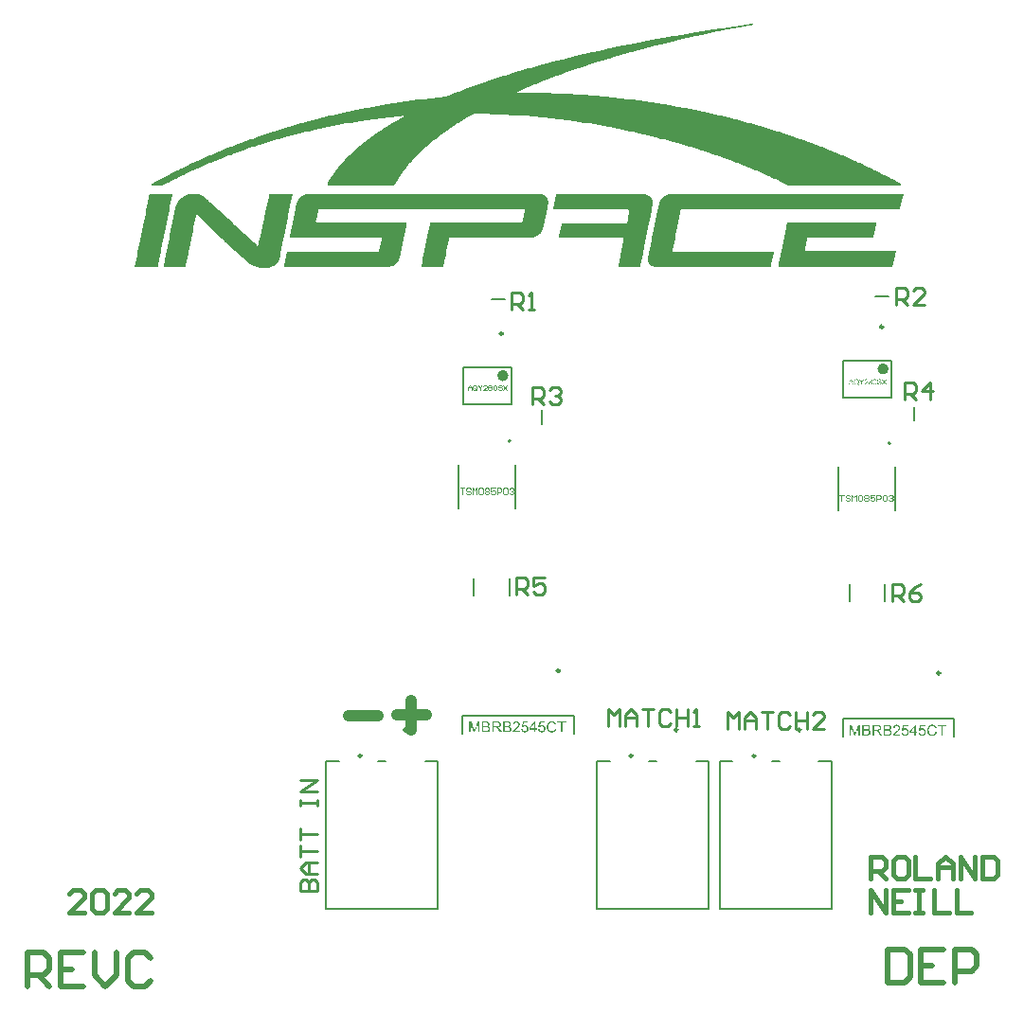
<source format=gbr>
%TF.GenerationSoftware,Altium Limited,Altium Designer,22.11.1 (43)*%
G04 Layer_Color=65535*
%FSLAX45Y45*%
%MOMM*%
%TF.SameCoordinates,F2FF868D-8EDF-4B6E-A412-4C3DA5591A8F*%
%TF.FilePolarity,Positive*%
%TF.FileFunction,Legend,Top*%
%TF.Part,Single*%
G01*
G75*
%TA.AperFunction,NonConductor*%
%ADD22C,0.25400*%
%ADD36C,0.25000*%
%ADD37C,0.50000*%
%ADD38C,0.20000*%
%ADD39C,0.12700*%
%ADD40C,0.40000*%
%ADD41C,1.00000*%
%ADD42C,0.10000*%
%ADD43C,0.50800*%
G36*
X6887953Y8950825D02*
X6891948D01*
Y8946831D01*
X6875971D01*
Y8942837D01*
X6844018D01*
Y8938843D01*
X6832035D01*
Y8934849D01*
X6800081D01*
Y8930855D01*
X6784105D01*
Y8926860D01*
X6760140D01*
Y8922866D01*
X6736174D01*
Y8918872D01*
X6720198D01*
Y8914878D01*
X6696233D01*
Y8910884D01*
X6680256D01*
Y8906889D01*
X6652297D01*
Y8902895D01*
X6636320D01*
Y8898901D01*
X6616349D01*
Y8894907D01*
X6596378D01*
Y8890913D01*
X6580401D01*
Y8886918D01*
X6552442D01*
Y8882924D01*
X6544454D01*
Y8878930D01*
X6516494D01*
Y8874936D01*
X6500518D01*
Y8870942D01*
X6484541D01*
Y8866947D01*
X6460576D01*
Y8862953D01*
X6448593D01*
Y8858959D01*
X6420634D01*
Y8854965D01*
X6408651D01*
Y8850971D01*
X6388680D01*
Y8846977D01*
X6368709D01*
Y8842983D01*
X6356727D01*
Y8838988D01*
X6332762D01*
Y8834994D01*
X6320779D01*
Y8831000D01*
X6296814D01*
Y8827006D01*
X6280837D01*
Y8823012D01*
X6264860D01*
Y8819017D01*
X6244889D01*
Y8815023D01*
X6232907D01*
Y8811029D01*
X6208942D01*
Y8807035D01*
X6196959D01*
Y8803041D01*
X6180983D01*
Y8799046D01*
X6161012D01*
Y8795052D01*
X6149029D01*
Y8791058D01*
X6125064D01*
Y8787064D01*
X6113082D01*
Y8783070D01*
X6093110D01*
Y8779075D01*
X6081128D01*
Y8775081D01*
X6065151D01*
Y8771087D01*
X6045180D01*
Y8767093D01*
X6037192D01*
Y8763099D01*
X6013227D01*
Y8759105D01*
X6001244D01*
Y8755111D01*
X5985267D01*
Y8751116D01*
X5969291D01*
Y8747122D01*
X5957308D01*
Y8743128D01*
X5937337D01*
Y8739134D01*
X5925355D01*
Y8735140D01*
X5909378D01*
Y8731145D01*
X5897395D01*
Y8727151D01*
X5881419D01*
Y8723157D01*
X5861448D01*
Y8719163D01*
X5849465D01*
Y8715168D01*
X5833488D01*
Y8711174D01*
X5821506D01*
Y8707180D01*
X5805529D01*
Y8703186D01*
X5789552D01*
Y8699192D01*
X5777570D01*
Y8695197D01*
X5761593D01*
Y8691203D01*
X5749611D01*
Y8687209D01*
X5733634D01*
Y8683215D01*
X5721651D01*
Y8679221D01*
X5705674D01*
Y8675227D01*
X5689698D01*
Y8671233D01*
X5681709D01*
Y8667238D01*
X5661738D01*
Y8663244D01*
X5653750D01*
Y8659250D01*
X5637773D01*
Y8655256D01*
X5625791D01*
Y8651262D01*
X5613808D01*
Y8647267D01*
X5593837D01*
Y8643273D01*
X5585849D01*
Y8639279D01*
X5565878D01*
Y8635285D01*
X5557890D01*
Y8631291D01*
X5545907D01*
Y8627296D01*
X5529930D01*
Y8623302D01*
X5521942D01*
Y8619308D01*
X5505965D01*
Y8615314D01*
X5493983D01*
Y8611320D01*
X5482000D01*
Y8607325D01*
X5466023D01*
Y8603331D01*
X5458035D01*
Y8599337D01*
X5438064D01*
Y8595343D01*
X5430076D01*
Y8591349D01*
X5414099D01*
Y8587355D01*
X5406111D01*
Y8583360D01*
X5394128D01*
Y8579366D01*
X5382145D01*
Y8575372D01*
X5374157D01*
Y8571378D01*
X5354186D01*
Y8567384D01*
X5346198D01*
Y8563390D01*
X5334215D01*
Y8559395D01*
X5318239D01*
Y8555401D01*
X5310250D01*
Y8551407D01*
X5294273D01*
Y8547413D01*
X5286285D01*
Y8543419D01*
X5274302D01*
Y8539424D01*
X5262320D01*
Y8535430D01*
X5254331D01*
Y8531436D01*
X5238355D01*
Y8527442D01*
X5230366D01*
Y8523448D01*
X5214390D01*
Y8519453D01*
X5206401D01*
Y8515459D01*
X5194419D01*
Y8511465D01*
X5182436D01*
Y8507471D01*
X5174448D01*
Y8503477D01*
X5162465D01*
Y8499482D01*
X5154477D01*
Y8495488D01*
X5138500D01*
Y8491494D01*
X5130512D01*
Y8487500D01*
X5118529D01*
Y8483506D01*
X5106547D01*
Y8479512D01*
X5098558D01*
Y8475517D01*
X5082581D01*
Y8471523D01*
X5074593D01*
Y8467529D01*
X5066605D01*
Y8463535D01*
X5054622D01*
Y8459541D01*
X5046634D01*
Y8455546D01*
X5030657D01*
Y8451552D01*
X5026663D01*
Y8447558D01*
X5010686D01*
Y8443564D01*
X5006692D01*
Y8439570D01*
X4994709D01*
Y8435575D01*
X4982727D01*
Y8431581D01*
X4974738D01*
Y8427587D01*
X4962756D01*
Y8423593D01*
X4954768D01*
Y8419599D01*
X4942785D01*
Y8415604D01*
X4934797D01*
Y8411610D01*
X4926808D01*
Y8407616D01*
X4914826D01*
Y8403622D01*
X4906837D01*
Y8399628D01*
X4894855D01*
Y8395634D01*
X4886866D01*
Y8391640D01*
X4878878D01*
Y8387645D01*
X4866896D01*
Y8383651D01*
X4858907D01*
Y8379657D01*
X4846925D01*
Y8375663D01*
X4838936D01*
Y8371669D01*
X4826954D01*
Y8367674D01*
X4818965D01*
Y8363680D01*
X4814971D01*
Y8359686D01*
X4798994D01*
Y8355692D01*
X4795000D01*
Y8351698D01*
X4779023D01*
Y8347703D01*
X4775029D01*
Y8339715D01*
X4783018D01*
Y8335721D01*
X4787012D01*
Y8339715D01*
X4978733D01*
Y8335721D01*
X5086576D01*
Y8331727D01*
X5222378D01*
Y8327732D01*
X5278297D01*
Y8323738D01*
X5354186D01*
Y8319744D01*
X5410105D01*
Y8315750D01*
X5450047D01*
Y8311756D01*
X5513954D01*
Y8307762D01*
X5545907D01*
Y8303767D01*
X5601826D01*
Y8299773D01*
X5633779D01*
Y8295779D01*
X5669727D01*
Y8291785D01*
X5709669D01*
Y8287791D01*
X5737628D01*
Y8283796D01*
X5781564D01*
Y8279802D01*
X5805529D01*
Y8275808D01*
X5841477D01*
Y8271814D01*
X5873430D01*
Y8267820D01*
X5893401D01*
Y8263825D01*
X5929349D01*
Y8259831D01*
X5949320D01*
Y8255837D01*
X5985267D01*
Y8251843D01*
X6005238D01*
Y8247849D01*
X6029204D01*
Y8243854D01*
X6061157D01*
Y8239860D01*
X6081128D01*
Y8235866D01*
X6113082D01*
Y8231872D01*
X6129058D01*
Y8227878D01*
X6157017D01*
Y8223884D01*
X6176988D01*
Y8219889D01*
X6196959D01*
Y8215895D01*
X6224919D01*
Y8211901D01*
X6240895D01*
Y8207907D01*
X6268855D01*
Y8203913D01*
X6284831D01*
Y8199919D01*
X6304802D01*
Y8195924D01*
X6332762D01*
Y8191930D01*
X6344744D01*
Y8187936D01*
X6368709D01*
Y8183942D01*
X6384686D01*
Y8179948D01*
X6408651D01*
Y8175953D01*
X6424628D01*
Y8171959D01*
X6440605D01*
Y8167965D01*
X6464570D01*
Y8163971D01*
X6476552D01*
Y8159977D01*
X6500518D01*
Y8155982D01*
X6516494D01*
Y8151988D01*
X6532471D01*
Y8147994D01*
X6552442D01*
Y8144000D01*
X6564425D01*
Y8140006D01*
X6588390D01*
Y8136012D01*
X6600372D01*
Y8132017D01*
X6620343D01*
Y8128023D01*
X6636320D01*
Y8124029D01*
X6648302D01*
Y8120035D01*
X6668273D01*
Y8116041D01*
X6680256D01*
Y8112047D01*
X6700227D01*
Y8108052D01*
X6712209D01*
Y8104058D01*
X6728186D01*
Y8100064D01*
X6748157D01*
Y8096070D01*
X6760140D01*
Y8092076D01*
X6776116D01*
Y8088081D01*
X6788099D01*
Y8084087D01*
X6804076D01*
Y8080093D01*
X6820052D01*
Y8076099D01*
X6832035D01*
Y8072105D01*
X6852006D01*
Y8068110D01*
X6859994D01*
Y8064116D01*
X6879965D01*
Y8060122D01*
X6891948D01*
Y8056128D01*
X6903930D01*
Y8052134D01*
X6919907D01*
Y8048139D01*
X6931890D01*
Y8044145D01*
X6951861D01*
Y8040151D01*
X6959849D01*
Y8036157D01*
X6975826D01*
Y8032163D01*
X6987808D01*
Y8028169D01*
X6999791D01*
Y8024174D01*
X7015768D01*
Y8020180D01*
X7027750D01*
Y8016186D01*
X7043727D01*
Y8012192D01*
X7051715D01*
Y8008198D01*
X7063698D01*
Y8004203D01*
X7079674D01*
Y8000209D01*
X7087663D01*
Y7996215D01*
X7107634D01*
Y7992221D01*
X7115622D01*
Y7988227D01*
X7131599D01*
Y7984232D01*
X7143581D01*
Y7980238D01*
X7151570D01*
Y7976244D01*
X7167546D01*
Y7972250D01*
X7175535D01*
Y7968256D01*
X7191512D01*
Y7964261D01*
X7199500D01*
Y7960267D01*
X7211483D01*
Y7956273D01*
X7227459D01*
Y7952279D01*
X7235448D01*
Y7948285D01*
X7251424D01*
Y7944291D01*
X7259413D01*
Y7940297D01*
X7271395D01*
Y7936302D01*
X7283378D01*
Y7932308D01*
X7291366D01*
Y7928314D01*
X7307343D01*
Y7924320D01*
X7315332D01*
Y7920326D01*
X7331308D01*
Y7916331D01*
X7339296D01*
Y7912337D01*
X7351279D01*
Y7908343D01*
X7363262D01*
Y7904349D01*
X7371250D01*
Y7900355D01*
X7387227D01*
Y7896360D01*
X7391221D01*
Y7892366D01*
X7407198D01*
Y7888372D01*
X7419180D01*
Y7884378D01*
X7427169D01*
Y7880384D01*
X7439151D01*
Y7876389D01*
X7447140D01*
Y7872395D01*
X7459122D01*
Y7868401D01*
X7467111D01*
Y7864407D01*
X7479093D01*
Y7860413D01*
X7491076D01*
Y7856419D01*
X7499064D01*
Y7852424D01*
X7511046D01*
Y7848430D01*
X7519035D01*
Y7844436D01*
X7531017D01*
Y7840442D01*
X7539006D01*
Y7836448D01*
X7550988D01*
Y7832453D01*
X7562971D01*
Y7828459D01*
X7566965D01*
Y7824465D01*
X7582942D01*
Y7820471D01*
X7590930D01*
Y7816477D01*
X7598919D01*
Y7812482D01*
X7610901D01*
Y7808488D01*
X7614895D01*
Y7804494D01*
X7630872D01*
Y7800500D01*
X7638861D01*
Y7796506D01*
X7650843D01*
Y7792511D01*
X7658832D01*
Y7788517D01*
X7666820D01*
Y7784523D01*
X7678802D01*
Y7780529D01*
X7682797D01*
Y7776535D01*
X7698773D01*
Y7772541D01*
X7702767D01*
Y7768546D01*
X7714750D01*
Y7764552D01*
X7722738D01*
Y7760558D01*
X7730727D01*
Y7756564D01*
X7742709D01*
Y7752570D01*
X7750698D01*
Y7748576D01*
X7758686D01*
Y7744581D01*
X7766675D01*
Y7740587D01*
X7774663D01*
Y7736593D01*
X7786645D01*
Y7732599D01*
X7794634D01*
Y7728605D01*
X7806616D01*
Y7724610D01*
X7810610D01*
Y7720616D01*
X7822593D01*
Y7716622D01*
X7830581D01*
Y7712628D01*
X7838570D01*
Y7708634D01*
X7850552D01*
Y7704639D01*
X7854547D01*
Y7700645D01*
X7866529D01*
Y7696651D01*
X7874517D01*
Y7692657D01*
X7878512D01*
Y7688663D01*
X7890494D01*
Y7684668D01*
X7898483D01*
Y7680674D01*
X7906471D01*
Y7676680D01*
X7914459D01*
Y7672686D01*
X7922448D01*
Y7668692D01*
X7934430D01*
Y7664698D01*
X7938425D01*
Y7660703D01*
X7950407D01*
Y7656709D01*
X7954401D01*
Y7652715D01*
X7966384D01*
Y7648721D01*
X7974372D01*
Y7644727D01*
X7978366D01*
Y7640732D01*
X7990349D01*
Y7636738D01*
X7998337D01*
Y7632744D01*
X8006326D01*
Y7628750D01*
X8014314D01*
Y7624756D01*
X8022302D01*
Y7620761D01*
X8030291D01*
Y7616767D01*
X8034285D01*
Y7612773D01*
X8046267D01*
Y7608779D01*
X8050262D01*
Y7604785D01*
X8062244D01*
Y7600791D01*
X8070233D01*
Y7596796D01*
X8074227D01*
Y7592802D01*
X8086209D01*
Y7588808D01*
X8090204D01*
Y7584814D01*
X8102186D01*
Y7580820D01*
X8106180D01*
Y7576826D01*
X8114169D01*
Y7572831D01*
X8122157D01*
Y7568837D01*
X8130145D01*
Y7564843D01*
X8138134D01*
Y7560849D01*
X8142128D01*
Y7556855D01*
X8154110D01*
Y7552860D01*
X8158105D01*
Y7548866D01*
X8166093D01*
Y7544872D01*
X8174081D01*
Y7540878D01*
X8182070D01*
Y7536884D01*
X8190058D01*
Y7532889D01*
X8198047D01*
Y7528895D01*
X8206035D01*
Y7524901D01*
X8210029D01*
Y7508924D01*
X7199500D01*
Y7512918D01*
X7195506D01*
Y7516913D01*
X7183523D01*
Y7520907D01*
X7175535D01*
Y7524901D01*
X7167546D01*
Y7528895D01*
X7159558D01*
Y7532889D01*
X7151570D01*
Y7536884D01*
X7143581D01*
Y7540878D01*
X7139587D01*
Y7544872D01*
X7127605D01*
Y7548866D01*
X7119616D01*
Y7552860D01*
X7111628D01*
Y7556855D01*
X7099645D01*
Y7560849D01*
X7095651D01*
Y7564843D01*
X7083669D01*
Y7568837D01*
X7075680D01*
Y7572831D01*
X7067692D01*
Y7576826D01*
X7059703D01*
Y7580820D01*
X7051715D01*
Y7584814D01*
X7039733D01*
Y7588808D01*
X7035739D01*
Y7592802D01*
X7023756D01*
Y7596796D01*
X7015768D01*
Y7600791D01*
X7007779D01*
Y7604785D01*
X6995797D01*
Y7608779D01*
X6991802D01*
Y7612773D01*
X6979820D01*
Y7616767D01*
X6971831D01*
Y7620761D01*
X6963843D01*
Y7624756D01*
X6951861D01*
Y7628750D01*
X6943872D01*
Y7632744D01*
X6931890D01*
Y7636738D01*
X6927895D01*
Y7640732D01*
X6915913D01*
Y7644727D01*
X6903930D01*
Y7648721D01*
X6895942D01*
Y7652715D01*
X6883959D01*
Y7656709D01*
X6879965D01*
Y7660703D01*
X6867983D01*
Y7664698D01*
X6859994D01*
Y7668692D01*
X6848012D01*
Y7672686D01*
X6836029D01*
Y7676680D01*
X6832035D01*
Y7680674D01*
X6820052D01*
Y7684668D01*
X6812064D01*
Y7688663D01*
X6796087D01*
Y7692657D01*
X6788099D01*
Y7696651D01*
X6780111D01*
Y7700645D01*
X6768128D01*
Y7704639D01*
X6760140D01*
Y7708634D01*
X6744163D01*
Y7712628D01*
X6740169D01*
Y7716622D01*
X6728186D01*
Y7720616D01*
X6716203D01*
Y7724610D01*
X6708215D01*
Y7728605D01*
X6692238D01*
Y7732599D01*
X6688244D01*
Y7736593D01*
X6672268D01*
Y7740587D01*
X6664279D01*
Y7744581D01*
X6652297D01*
Y7748576D01*
X6640314D01*
Y7752570D01*
X6632326D01*
Y7756564D01*
X6616349D01*
Y7760558D01*
X6608360D01*
Y7764552D01*
X6596378D01*
Y7768546D01*
X6584396D01*
Y7772541D01*
X6576407D01*
Y7776535D01*
X6560430D01*
Y7780529D01*
X6552442D01*
Y7784523D01*
X6536465D01*
Y7788517D01*
X6528477D01*
Y7792511D01*
X6516494D01*
Y7796506D01*
X6504512D01*
Y7800500D01*
X6496523D01*
Y7804494D01*
X6476552D01*
Y7808488D01*
X6468564D01*
Y7812482D01*
X6456581D01*
Y7816477D01*
X6444599D01*
Y7820471D01*
X6436610D01*
Y7824465D01*
X6416640D01*
Y7828459D01*
X6408651D01*
Y7832453D01*
X6392675D01*
Y7836448D01*
X6380692D01*
Y7840442D01*
X6368709D01*
Y7844436D01*
X6352733D01*
Y7848430D01*
X6344744D01*
Y7852424D01*
X6328767D01*
Y7856419D01*
X6316785D01*
Y7860413D01*
X6304802D01*
Y7864407D01*
X6288826D01*
Y7868401D01*
X6276843D01*
Y7872395D01*
X6260866D01*
Y7876389D01*
X6252878D01*
Y7880384D01*
X6236901D01*
Y7884378D01*
X6224919D01*
Y7888372D01*
X6208942D01*
Y7892366D01*
X6192965D01*
Y7896360D01*
X6180983D01*
Y7900355D01*
X6161012D01*
Y7904349D01*
X6153023D01*
Y7908343D01*
X6133053D01*
Y7912337D01*
X6117076D01*
Y7916331D01*
X6105093D01*
Y7920326D01*
X6085122D01*
Y7924320D01*
X6073139D01*
Y7928314D01*
X6053169D01*
Y7932308D01*
X6041186D01*
Y7936302D01*
X6029204D01*
Y7940297D01*
X6009233D01*
Y7944291D01*
X5997250D01*
Y7948285D01*
X5977279D01*
Y7952279D01*
X5965297D01*
Y7956273D01*
X5945326D01*
Y7960267D01*
X5929349D01*
Y7964261D01*
X5913372D01*
Y7968256D01*
X5889407D01*
Y7972250D01*
X5877424D01*
Y7976244D01*
X5853459D01*
Y7980238D01*
X5841477D01*
Y7984232D01*
X5825500D01*
Y7988227D01*
X5805529D01*
Y7992221D01*
X5789552D01*
Y7996215D01*
X5765587D01*
Y8000209D01*
X5753605D01*
Y8004203D01*
X5733634D01*
Y8008198D01*
X5713663D01*
Y8012192D01*
X5701680D01*
Y8016186D01*
X5677715D01*
Y8020180D01*
X5661738D01*
Y8024174D01*
X5633779D01*
Y8028169D01*
X5621796D01*
Y8032163D01*
X5601826D01*
Y8036157D01*
X5577861D01*
Y8040151D01*
X5561884D01*
Y8044145D01*
X5529930D01*
Y8048139D01*
X5513954D01*
Y8052134D01*
X5485994D01*
Y8056128D01*
X5462029D01*
Y8060122D01*
X5446052D01*
Y8064116D01*
X5410105D01*
Y8068110D01*
X5394128D01*
Y8072105D01*
X5358180D01*
Y8076099D01*
X5334215D01*
Y8080093D01*
X5310250D01*
Y8084087D01*
X5278297D01*
Y8088081D01*
X5258326D01*
Y8092076D01*
X5222378D01*
Y8096070D01*
X5194419D01*
Y8100064D01*
X5150483D01*
Y8104058D01*
X5118529D01*
Y8108052D01*
X5094564D01*
Y8112047D01*
X5046634D01*
Y8116041D01*
X5018674D01*
Y8120035D01*
X4962756D01*
Y8124029D01*
X4926808D01*
Y8128023D01*
X4886866D01*
Y8132017D01*
X4822959D01*
Y8136012D01*
X4779023D01*
Y8140006D01*
X4699140D01*
Y8144000D01*
X4647215D01*
Y8147994D01*
X4535378D01*
Y8151988D01*
X4387593D01*
Y8147994D01*
X4379605D01*
Y8144000D01*
X4371616D01*
Y8140006D01*
X4363628D01*
Y8136012D01*
X4359634D01*
Y8132017D01*
X4351645D01*
Y8128023D01*
X4343657D01*
Y8124029D01*
X4339663D01*
Y8120035D01*
X4331675D01*
Y8116041D01*
X4323686D01*
Y8112047D01*
X4315698D01*
Y8108052D01*
X4311704D01*
Y8104058D01*
X4303715D01*
Y8100064D01*
X4299721D01*
Y8096070D01*
X4291733D01*
Y8092076D01*
X4283744D01*
Y8088081D01*
X4279750D01*
Y8084087D01*
X4271762D01*
Y8080093D01*
X4263773D01*
Y8076099D01*
X4259779D01*
Y8072105D01*
X4251791D01*
Y8068110D01*
X4247797D01*
Y8064116D01*
X4239808D01*
Y8060122D01*
X4235814D01*
Y8056128D01*
X4227826D01*
Y8052134D01*
X4223832D01*
Y8048139D01*
X4219837D01*
Y8044145D01*
X4207855D01*
Y8040151D01*
X4203861D01*
Y8036157D01*
X4199866D01*
Y8032163D01*
X4191878D01*
Y8028169D01*
X4187884D01*
Y8024174D01*
X4179895D01*
Y8020180D01*
X4175901D01*
Y8016186D01*
X4167913D01*
Y8012192D01*
X4163919D01*
Y8008198D01*
X4159924D01*
Y8004203D01*
X4151936D01*
Y8000209D01*
X4147942D01*
Y7996215D01*
X4139954D01*
Y7992221D01*
X4135959D01*
Y7988227D01*
X4131965D01*
Y7984232D01*
X4123977D01*
Y7980238D01*
X4119983D01*
Y7976244D01*
X4111994D01*
Y7972250D01*
X4108000D01*
Y7968256D01*
X4104006D01*
Y7964261D01*
X4096017D01*
Y7960267D01*
X4092023D01*
Y7956273D01*
X4084035D01*
Y7952279D01*
X4080041D01*
Y7948285D01*
X4076046D01*
Y7944291D01*
X4072052D01*
Y7940297D01*
X4064064D01*
Y7936302D01*
X4060070D01*
Y7932308D01*
X4056076D01*
Y7928314D01*
X4052082D01*
Y7924320D01*
X4044093D01*
Y7920326D01*
X4040099D01*
Y7916331D01*
X4036105D01*
Y7912337D01*
X4028116D01*
Y7908343D01*
X4024122D01*
Y7904349D01*
X4020128D01*
Y7900355D01*
X4016134D01*
Y7896360D01*
X4012140D01*
Y7892366D01*
X4008145D01*
Y7888372D01*
X4000157D01*
Y7884378D01*
X3996163D01*
Y7880384D01*
X3992169D01*
Y7876389D01*
X3988174D01*
Y7872395D01*
X3980186D01*
Y7868401D01*
X3976192D01*
Y7864407D01*
X3972198D01*
Y7860413D01*
X3968204D01*
Y7856419D01*
X3964209D01*
Y7852424D01*
X3960215D01*
Y7848430D01*
X3956221D01*
Y7844436D01*
X3952227D01*
Y7840442D01*
X3948233D01*
Y7836448D01*
X3944238D01*
Y7832453D01*
X3936250D01*
Y7824465D01*
X3928262D01*
Y7820471D01*
X3924267D01*
Y7816477D01*
X3920273D01*
Y7812482D01*
X3916279D01*
Y7808488D01*
X3912285D01*
Y7804494D01*
X3908291D01*
Y7800500D01*
X3904296D01*
Y7796506D01*
X3900302D01*
Y7792511D01*
X3896308D01*
Y7788517D01*
X3892314D01*
Y7784523D01*
X3888320D01*
Y7780529D01*
X3884326D01*
Y7776535D01*
X3880332D01*
Y7772541D01*
X3876337D01*
Y7768546D01*
X3872343D01*
Y7764552D01*
X3868349D01*
Y7760558D01*
X3864355D01*
Y7756564D01*
X3860361D01*
Y7752570D01*
X3856366D01*
Y7748576D01*
X3852372D01*
Y7744581D01*
X3848378D01*
Y7740587D01*
X3844384D01*
Y7736593D01*
X3840390D01*
Y7728605D01*
X3836395D01*
Y7724610D01*
X3832401D01*
Y7720616D01*
X3828407D01*
Y7716622D01*
X3824413D01*
Y7712628D01*
X3820419D01*
Y7708634D01*
X3816424D01*
Y7704639D01*
X3812430D01*
Y7700645D01*
X3808436D01*
Y7696651D01*
X3804442D01*
Y7688663D01*
X3800448D01*
Y7684668D01*
X3796454D01*
Y7680674D01*
X3792459D01*
Y7672686D01*
X3788465D01*
Y7668692D01*
X3784471D01*
Y7664698D01*
X3780477D01*
Y7660703D01*
X3776483D01*
Y7652715D01*
X3772489D01*
Y7648721D01*
X3768494D01*
Y7644727D01*
X3764500D01*
Y7636738D01*
X3760506D01*
Y7632744D01*
X3756512D01*
Y7628750D01*
X3752518D01*
Y7620761D01*
X3748523D01*
Y7616767D01*
X3744529D01*
Y7608779D01*
X3740535D01*
Y7604785D01*
X3736541D01*
Y7596796D01*
X3732547D01*
Y7592802D01*
X3728552D01*
Y7588808D01*
X3724558D01*
Y7580820D01*
X3720564D01*
Y7576826D01*
X3716570D01*
Y7568837D01*
X3712576D01*
Y7564843D01*
X3708581D01*
Y7552860D01*
X3704587D01*
Y7548866D01*
X3700593D01*
Y7540878D01*
X3696599D01*
Y7532889D01*
X3692605D01*
Y7528895D01*
X3688611D01*
Y7520907D01*
X3684616D01*
Y7516913D01*
X3676628D01*
Y7512918D01*
X3081494D01*
Y7516913D01*
X3077500D01*
Y7520907D01*
X3081494D01*
Y7528895D01*
X3085488D01*
Y7536884D01*
X3089483D01*
Y7540878D01*
X3093477D01*
Y7552860D01*
X3097471D01*
Y7556855D01*
X3101465D01*
Y7560849D01*
X3105459D01*
Y7568837D01*
X3109454D01*
Y7576826D01*
X3113448D01*
Y7584814D01*
X3117442D01*
Y7588808D01*
X3121436D01*
Y7592802D01*
X3125430D01*
Y7600791D01*
X3129425D01*
Y7604785D01*
X3133419D01*
Y7612773D01*
X3137413D01*
Y7616767D01*
X3141407D01*
Y7624756D01*
X3145401D01*
Y7628750D01*
X3149396D01*
Y7632744D01*
X3153390D01*
Y7640732D01*
X3157384D01*
Y7644727D01*
X3161378D01*
Y7648721D01*
X3165372D01*
Y7652715D01*
X3169366D01*
Y7660703D01*
X3173360D01*
Y7664698D01*
X3177355D01*
Y7668692D01*
X3181349D01*
Y7676680D01*
X3185343D01*
Y7680674D01*
X3189337D01*
Y7684668D01*
X3193331D01*
Y7688663D01*
X3197326D01*
Y7692657D01*
X3201320D01*
Y7700645D01*
X3205314D01*
Y7704639D01*
X3209308D01*
Y7708634D01*
X3213302D01*
Y7712628D01*
X3217297D01*
Y7716622D01*
X3221291D01*
Y7720616D01*
X3225285D01*
Y7724610D01*
X3229279D01*
Y7728605D01*
X3233273D01*
Y7732599D01*
X3237268D01*
Y7740587D01*
X3241262D01*
Y7744581D01*
X3245256D01*
Y7748576D01*
X3249250D01*
Y7752570D01*
X3253244D01*
Y7756564D01*
X3257238D01*
Y7760558D01*
X3261233D01*
Y7764552D01*
X3265227D01*
Y7768546D01*
X3269221D01*
Y7772541D01*
X3273215D01*
Y7776535D01*
X3277209D01*
Y7780529D01*
X3281203D01*
Y7784523D01*
X3285198D01*
Y7788517D01*
X3289192D01*
Y7792511D01*
X3293186D01*
Y7796506D01*
X3301174D01*
Y7800500D01*
X3305169D01*
Y7804494D01*
X3309163D01*
Y7808488D01*
X3313157D01*
Y7812482D01*
X3317151D01*
Y7816477D01*
X3321146D01*
Y7820471D01*
X3325140D01*
Y7824465D01*
X3329134D01*
Y7828459D01*
X3333128D01*
Y7832453D01*
X3337122D01*
Y7836448D01*
X3341116D01*
Y7840442D01*
X3345111D01*
Y7844436D01*
X3353099D01*
Y7848430D01*
X3357093D01*
Y7852424D01*
X3361087D01*
Y7856419D01*
X3365081D01*
Y7860413D01*
X3369076D01*
Y7864407D01*
X3377064D01*
Y7868401D01*
X3381058D01*
Y7872395D01*
X3385052D01*
Y7876389D01*
X3389047D01*
Y7880384D01*
X3393041D01*
Y7884378D01*
X3401029D01*
Y7888372D01*
X3405023D01*
Y7892366D01*
X3409018D01*
Y7896360D01*
X3413012D01*
Y7900355D01*
X3421000D01*
Y7904349D01*
X3424994D01*
Y7908343D01*
X3428988D01*
Y7912337D01*
X3436977D01*
Y7916331D01*
X3440971D01*
Y7920326D01*
X3444965D01*
Y7924320D01*
X3448959D01*
Y7928314D01*
X3456948D01*
Y7932308D01*
X3460942D01*
Y7936302D01*
X3464936D01*
Y7940297D01*
X3472924D01*
Y7944291D01*
X3476919D01*
Y7948285D01*
X3484907D01*
Y7952279D01*
X3488901D01*
Y7956273D01*
X3492895D01*
Y7960267D01*
X3500884D01*
Y7964261D01*
X3504878D01*
Y7968256D01*
X3512866D01*
Y7972250D01*
X3516861D01*
Y7976244D01*
X3524849D01*
Y7980238D01*
X3528843D01*
Y7984232D01*
X3536831D01*
Y7988227D01*
X3540826D01*
Y7992221D01*
X3544820D01*
Y7996215D01*
X3552808D01*
Y8000209D01*
X3556802D01*
Y8004203D01*
X3564791D01*
Y8008198D01*
X3568785D01*
Y8012192D01*
X3576773D01*
Y8016186D01*
X3584762D01*
Y8020180D01*
X3588756D01*
Y8024174D01*
X3596744D01*
Y8028169D01*
X3600739D01*
Y8032163D01*
X3608727D01*
Y8036157D01*
X3616715D01*
Y8040151D01*
X3620709D01*
Y8044145D01*
X3628698D01*
Y8048139D01*
X3632692D01*
Y8052134D01*
X3640680D01*
Y8056128D01*
X3648669D01*
Y8060122D01*
X3652663D01*
Y8064116D01*
X3660651D01*
Y8068110D01*
X3664645D01*
Y8072105D01*
X3672634D01*
Y8076099D01*
X3680622D01*
Y8080093D01*
X3688611D01*
Y8084087D01*
X3696599D01*
Y8088081D01*
X3700593D01*
Y8092076D01*
X3708581D01*
Y8096070D01*
X3716570D01*
Y8100064D01*
X3720564D01*
Y8104058D01*
X3728552D01*
Y8108052D01*
X3736541D01*
Y8112047D01*
X3744529D01*
Y8116041D01*
X3748523D01*
Y8120035D01*
X3760506D01*
Y8124029D01*
X3764500D01*
Y8128023D01*
X3760506D01*
Y8132017D01*
X3744529D01*
Y8128023D01*
X3708581D01*
Y8124029D01*
X3676628D01*
Y8120035D01*
X3624703D01*
Y8116041D01*
X3600739D01*
Y8112047D01*
X3556802D01*
Y8108052D01*
X3532837D01*
Y8104058D01*
X3500884D01*
Y8100064D01*
X3468930D01*
Y8096070D01*
X3448959D01*
Y8092076D01*
X3405023D01*
Y8088081D01*
X3385052D01*
Y8084087D01*
X3357093D01*
Y8080093D01*
X3333128D01*
Y8076099D01*
X3313157D01*
Y8072105D01*
X3281203D01*
Y8068110D01*
X3265227D01*
Y8064116D01*
X3233273D01*
Y8060122D01*
X3217297D01*
Y8056128D01*
X3197326D01*
Y8052134D01*
X3173360D01*
Y8048139D01*
X3157384D01*
Y8044145D01*
X3133419D01*
Y8040151D01*
X3113448D01*
Y8036157D01*
X3089483D01*
Y8032163D01*
X3069512D01*
Y8028169D01*
X3053535D01*
Y8024174D01*
X3033564D01*
Y8020180D01*
X3017587D01*
Y8016186D01*
X2993622D01*
Y8012192D01*
X2981640D01*
Y8008198D01*
X2961669D01*
Y8004203D01*
X2941698D01*
Y8000209D01*
X2929715D01*
Y7996215D01*
X2905750D01*
Y7992221D01*
X2893767D01*
Y7988227D01*
X2873797D01*
Y7984232D01*
X2857820D01*
Y7980238D01*
X2845837D01*
Y7976244D01*
X2825866D01*
Y7972250D01*
X2813884D01*
Y7968256D01*
X2793913D01*
Y7964261D01*
X2781930D01*
Y7960267D01*
X2765954D01*
Y7956273D01*
X2749977D01*
Y7952279D01*
X2737994D01*
Y7948285D01*
X2714029D01*
Y7944291D01*
X2706041D01*
Y7940297D01*
X2690064D01*
Y7936302D01*
X2678082D01*
Y7932308D01*
X2666099D01*
Y7928314D01*
X2646128D01*
Y7924320D01*
X2638140D01*
Y7920326D01*
X2618169D01*
Y7916331D01*
X2610180D01*
Y7912337D01*
X2594204D01*
Y7908343D01*
X2578227D01*
Y7904349D01*
X2570238D01*
Y7900355D01*
X2550267D01*
Y7896360D01*
X2542279D01*
Y7892366D01*
X2526302D01*
Y7888372D01*
X2514320D01*
Y7884378D01*
X2506332D01*
Y7880384D01*
X2490355D01*
Y7876389D01*
X2482366D01*
Y7872395D01*
X2462395D01*
Y7868401D01*
X2454407D01*
Y7864407D01*
X2442424D01*
Y7860413D01*
X2426448D01*
Y7856419D01*
X2418459D01*
Y7852424D01*
X2402483D01*
Y7848430D01*
X2394494D01*
Y7844436D01*
X2378517D01*
Y7840442D01*
X2366535D01*
Y7836448D01*
X2358546D01*
Y7832453D01*
X2346564D01*
Y7828459D01*
X2338576D01*
Y7824465D01*
X2322599D01*
Y7820471D01*
X2314611D01*
Y7816477D01*
X2302628D01*
Y7812482D01*
X2290645D01*
Y7808488D01*
X2282657D01*
Y7804494D01*
X2266680D01*
Y7800500D01*
X2258692D01*
Y7796506D01*
X2242715D01*
Y7792511D01*
X2234727D01*
Y7788517D01*
X2226738D01*
Y7784523D01*
X2210762D01*
Y7780529D01*
X2206767D01*
Y7776535D01*
X2190791D01*
Y7772541D01*
X2182802D01*
Y7768546D01*
X2174814D01*
Y7764552D01*
X2162832D01*
Y7760558D01*
X2154843D01*
Y7756564D01*
X2138866D01*
Y7752570D01*
X2134872D01*
Y7748576D01*
X2118895D01*
Y7744581D01*
X2110907D01*
Y7740587D01*
X2102919D01*
Y7736593D01*
X2090936D01*
Y7732599D01*
X2082948D01*
Y7728605D01*
X2066971D01*
Y7724610D01*
X2062977D01*
Y7720616D01*
X2050994D01*
Y7716622D01*
X2043006D01*
Y7712628D01*
X2035018D01*
Y7708634D01*
X2023035D01*
Y7704639D01*
X2015047D01*
Y7700645D01*
X2003064D01*
Y7696651D01*
X1995076D01*
Y7692657D01*
X1987087D01*
Y7688663D01*
X1975105D01*
Y7684668D01*
X1971111D01*
Y7680674D01*
X1955134D01*
Y7676680D01*
X1951140D01*
Y7672686D01*
X1939157D01*
Y7668692D01*
X1931169D01*
Y7664698D01*
X1923180D01*
Y7660703D01*
X1911198D01*
Y7656709D01*
X1903209D01*
Y7652715D01*
X1895221D01*
Y7648721D01*
X1887233D01*
Y7644727D01*
X1879244D01*
Y7640732D01*
X1867262D01*
Y7636738D01*
X1863268D01*
Y7632744D01*
X1851285D01*
Y7628750D01*
X1843297D01*
Y7624756D01*
X1835308D01*
Y7620761D01*
X1827320D01*
Y7616767D01*
X1819331D01*
Y7612773D01*
X1807349D01*
Y7608779D01*
X1803355D01*
Y7604785D01*
X1791372D01*
Y7600791D01*
X1783384D01*
Y7596796D01*
X1775395D01*
Y7592802D01*
X1767407D01*
Y7588808D01*
X1759419D01*
Y7584814D01*
X1747436D01*
Y7580820D01*
X1743442D01*
Y7576826D01*
X1735453D01*
Y7572831D01*
X1727465D01*
Y7568837D01*
X1719477D01*
Y7564843D01*
X1711488D01*
Y7560849D01*
X1703500D01*
Y7556855D01*
X1695512D01*
Y7552860D01*
X1687523D01*
Y7548866D01*
X1679535D01*
Y7544872D01*
X1671547D01*
Y7540878D01*
X1667552D01*
Y7536884D01*
X1655570D01*
Y7532889D01*
X1647581D01*
Y7528895D01*
X1639593D01*
Y7524901D01*
X1631605D01*
Y7520907D01*
X1627611D01*
Y7516913D01*
X1615628D01*
Y7512918D01*
X1611634D01*
Y7508924D01*
X1511779D01*
Y7524901D01*
X1519768D01*
Y7528895D01*
X1527756D01*
Y7532889D01*
X1531750D01*
Y7536884D01*
X1539738D01*
Y7540878D01*
X1547727D01*
Y7544872D01*
X1555715D01*
Y7548866D01*
X1559709D01*
Y7552860D01*
X1567698D01*
Y7556855D01*
X1575686D01*
Y7560849D01*
X1583675D01*
Y7564843D01*
X1591663D01*
Y7568837D01*
X1599651D01*
Y7572831D01*
X1607640D01*
Y7576826D01*
X1615628D01*
Y7580820D01*
X1619622D01*
Y7584814D01*
X1631605D01*
Y7588808D01*
X1635599D01*
Y7592802D01*
X1643587D01*
Y7596796D01*
X1651576D01*
Y7600791D01*
X1659564D01*
Y7604785D01*
X1667552D01*
Y7608779D01*
X1671547D01*
Y7612773D01*
X1683529D01*
Y7616767D01*
X1691518D01*
Y7620761D01*
X1699506D01*
Y7624756D01*
X1707494D01*
Y7628750D01*
X1711488D01*
Y7632744D01*
X1723471D01*
Y7636738D01*
X1731459D01*
Y7640732D01*
X1739448D01*
Y7644727D01*
X1747436D01*
Y7648721D01*
X1755424D01*
Y7652715D01*
X1763413D01*
Y7656709D01*
X1767407D01*
Y7660703D01*
X1779390D01*
Y7664698D01*
X1787378D01*
Y7668692D01*
X1795366D01*
Y7672686D01*
X1803355D01*
Y7676680D01*
X1811343D01*
Y7680674D01*
X1823326D01*
Y7684668D01*
X1827320D01*
Y7688663D01*
X1839302D01*
Y7692657D01*
X1847291D01*
Y7696651D01*
X1851285D01*
Y7700645D01*
X1863268D01*
Y7704639D01*
X1867262D01*
Y7708634D01*
X1879244D01*
Y7712628D01*
X1887233D01*
Y7716622D01*
X1895221D01*
Y7720616D01*
X1907203D01*
Y7724610D01*
X1911198D01*
Y7728605D01*
X1923180D01*
Y7732599D01*
X1931169D01*
Y7736593D01*
X1943151D01*
Y7740587D01*
X1951140D01*
Y7744581D01*
X1959128D01*
Y7748576D01*
X1967116D01*
Y7752570D01*
X1975105D01*
Y7756564D01*
X1987087D01*
Y7760558D01*
X1995076D01*
Y7764552D01*
X2003064D01*
Y7768546D01*
X2015047D01*
Y7772541D01*
X2023035D01*
Y7776535D01*
X2035018D01*
Y7780529D01*
X2039012D01*
Y7784523D01*
X2050994D01*
Y7788517D01*
X2058983D01*
Y7792511D01*
X2066971D01*
Y7796506D01*
X2078954D01*
Y7800500D01*
X2086942D01*
Y7804494D01*
X2098924D01*
Y7808488D01*
X2106913D01*
Y7812482D01*
X2118895D01*
Y7816477D01*
X2126884D01*
Y7820471D01*
X2134872D01*
Y7824465D01*
X2146855D01*
Y7828459D01*
X2154843D01*
Y7832453D01*
X2166826D01*
Y7836448D01*
X2174814D01*
Y7840442D01*
X2182802D01*
Y7844436D01*
X2194785D01*
Y7848430D01*
X2202773D01*
Y7852424D01*
X2218750D01*
Y7856419D01*
X2226738D01*
Y7860413D01*
X2234727D01*
Y7864407D01*
X2246709D01*
Y7868401D01*
X2254698D01*
Y7872395D01*
X2270674D01*
Y7876389D01*
X2274669D01*
Y7880384D01*
X2290645D01*
Y7884378D01*
X2298634D01*
Y7888372D01*
X2310616D01*
Y7892366D01*
X2322599D01*
Y7896360D01*
X2326593D01*
Y7900355D01*
X2342570D01*
Y7904349D01*
X2350558D01*
Y7908343D01*
X2362541D01*
Y7912337D01*
X2374523D01*
Y7916331D01*
X2382512D01*
Y7920326D01*
X2398488D01*
Y7924320D01*
X2406477D01*
Y7928314D01*
X2422454D01*
Y7932308D01*
X2430442D01*
Y7936302D01*
X2442424D01*
Y7940297D01*
X2454407D01*
Y7944291D01*
X2462395D01*
Y7948285D01*
X2478372D01*
Y7952279D01*
X2486361D01*
Y7956273D01*
X2498343D01*
Y7960267D01*
X2510326D01*
Y7964261D01*
X2522308D01*
Y7968256D01*
X2538285D01*
Y7972250D01*
X2546273D01*
Y7976244D01*
X2558256D01*
Y7980238D01*
X2570238D01*
Y7984232D01*
X2582221D01*
Y7988227D01*
X2598198D01*
Y7992221D01*
X2606186D01*
Y7996215D01*
X2622163D01*
Y8000209D01*
X2630151D01*
Y8004203D01*
X2646128D01*
Y8008198D01*
X2658111D01*
Y8012192D01*
X2670093D01*
Y8016186D01*
X2686070D01*
Y8020180D01*
X2694058D01*
Y8024174D01*
X2714029D01*
Y8028169D01*
X2722017D01*
Y8032163D01*
X2734000D01*
Y8036157D01*
X2753971D01*
Y8040151D01*
X2761959D01*
Y8044145D01*
X2777936D01*
Y8048139D01*
X2789919D01*
Y8052134D01*
X2805895D01*
Y8056128D01*
X2817878D01*
Y8060122D01*
X2829860D01*
Y8064116D01*
X2849831D01*
Y8068110D01*
X2857820D01*
Y8072105D01*
X2877791D01*
Y8076099D01*
X2889773D01*
Y8080093D01*
X2901756D01*
Y8084087D01*
X2921727D01*
Y8088081D01*
X2933709D01*
Y8092076D01*
X2953680D01*
Y8096070D01*
X2965663D01*
Y8100064D01*
X2981640D01*
Y8104058D01*
X2997616D01*
Y8108052D01*
X3009599D01*
Y8112047D01*
X3029570D01*
Y8116041D01*
X3041552D01*
Y8120035D01*
X3061523D01*
Y8124029D01*
X3073506D01*
Y8128023D01*
X3089483D01*
Y8132017D01*
X3109454D01*
Y8136012D01*
X3121436D01*
Y8140006D01*
X3145401D01*
Y8144000D01*
X3157384D01*
Y8147994D01*
X3177355D01*
Y8151988D01*
X3193331D01*
Y8155982D01*
X3209308D01*
Y8159977D01*
X3233273D01*
Y8163971D01*
X3245256D01*
Y8167965D01*
X3269221D01*
Y8171959D01*
X3285198D01*
Y8175953D01*
X3301174D01*
Y8179948D01*
X3325140D01*
Y8183942D01*
X3337122D01*
Y8187936D01*
X3365081D01*
Y8191930D01*
X3381058D01*
Y8195924D01*
X3405023D01*
Y8199919D01*
X3421000D01*
Y8203913D01*
X3440971D01*
Y8207907D01*
X3468930D01*
Y8211901D01*
X3484907D01*
Y8215895D01*
X3512866D01*
Y8219889D01*
X3528843D01*
Y8223884D01*
X3552808D01*
Y8227878D01*
X3580768D01*
Y8231872D01*
X3596744D01*
Y8235866D01*
X3628698D01*
Y8239860D01*
X3644674D01*
Y8243854D01*
X3676628D01*
Y8247849D01*
X3700593D01*
Y8251843D01*
X3720564D01*
Y8255837D01*
X3756512D01*
Y8259831D01*
X3776483D01*
Y8263825D01*
X3816424D01*
Y8267820D01*
X3836395D01*
Y8271814D01*
X3868349D01*
Y8275808D01*
X3904296D01*
Y8279802D01*
X3928262D01*
Y8283796D01*
X3972198D01*
Y8287791D01*
X3996163D01*
Y8291785D01*
X4040099D01*
Y8295779D01*
X4076046D01*
Y8299773D01*
X4108000D01*
Y8303767D01*
X4143948D01*
Y8307762D01*
X4151936D01*
Y8311756D01*
X4167913D01*
Y8315750D01*
X4175901D01*
Y8319744D01*
X4183890D01*
Y8323738D01*
X4195872D01*
Y8327732D01*
X4199866D01*
Y8331727D01*
X4215843D01*
Y8335721D01*
X4223832D01*
Y8339715D01*
X4235814D01*
Y8343709D01*
X4247797D01*
Y8347703D01*
X4251791D01*
Y8351698D01*
X4267767D01*
Y8355692D01*
X4271762D01*
Y8359686D01*
X4287738D01*
Y8363680D01*
X4295727D01*
Y8367674D01*
X4303715D01*
Y8371669D01*
X4315698D01*
Y8375663D01*
X4323686D01*
Y8379657D01*
X4339663D01*
Y8383651D01*
X4347651D01*
Y8387645D01*
X4363628D01*
Y8391640D01*
X4371616D01*
Y8395634D01*
X4379605D01*
Y8399628D01*
X4395582D01*
Y8403622D01*
X4403570D01*
Y8407616D01*
X4419547D01*
Y8411610D01*
X4427535D01*
Y8415604D01*
X4435523D01*
Y8419599D01*
X4451500D01*
Y8423593D01*
X4459488D01*
Y8427587D01*
X4475465D01*
Y8431581D01*
X4483454D01*
Y8435575D01*
X4495436D01*
Y8439570D01*
X4507419D01*
Y8443564D01*
X4519401D01*
Y8447558D01*
X4535378D01*
Y8451552D01*
X4539372D01*
Y8455546D01*
X4555349D01*
Y8459541D01*
X4567331D01*
Y8463535D01*
X4579314D01*
Y8467529D01*
X4591297D01*
Y8471523D01*
X4599285D01*
Y8475517D01*
X4619256D01*
Y8479512D01*
X4627244D01*
Y8483506D01*
X4643221D01*
Y8487500D01*
X4655204D01*
Y8491494D01*
X4663192D01*
Y8495488D01*
X4683163D01*
Y8499482D01*
X4691151D01*
Y8503477D01*
X4707128D01*
Y8507471D01*
X4715116D01*
Y8511465D01*
X4731093D01*
Y8515459D01*
X4747070D01*
Y8519453D01*
X4755058D01*
Y8523448D01*
X4775029D01*
Y8527442D01*
X4783018D01*
Y8531436D01*
X4798994D01*
Y8535430D01*
X4810977D01*
Y8539424D01*
X4822959D01*
Y8543419D01*
X4838936D01*
Y8547413D01*
X4846925D01*
Y8551407D01*
X4866896D01*
Y8555401D01*
X4878878D01*
Y8559395D01*
X4894855D01*
Y8563390D01*
X4910831D01*
Y8567384D01*
X4918820D01*
Y8571378D01*
X4938791D01*
Y8575372D01*
X4950773D01*
Y8579366D01*
X4966750D01*
Y8583360D01*
X4978733D01*
Y8587355D01*
X4990715D01*
Y8591349D01*
X5010686D01*
Y8595343D01*
X5022669D01*
Y8599337D01*
X5042640D01*
Y8603331D01*
X5054622D01*
Y8607325D01*
X5070599D01*
Y8611320D01*
X5086576D01*
Y8615314D01*
X5098558D01*
Y8619308D01*
X5118529D01*
Y8623302D01*
X5126518D01*
Y8627296D01*
X5146488D01*
Y8631291D01*
X5162465D01*
Y8635285D01*
X5174448D01*
Y8639279D01*
X5198413D01*
Y8643273D01*
X5206401D01*
Y8647267D01*
X5230366D01*
Y8651262D01*
X5242349D01*
Y8655256D01*
X5258326D01*
Y8659250D01*
X5278297D01*
Y8663244D01*
X5290279D01*
Y8667238D01*
X5310250D01*
Y8671233D01*
X5322233D01*
Y8675227D01*
X5346198D01*
Y8679221D01*
X5358180D01*
Y8683215D01*
X5374157D01*
Y8687209D01*
X5398122D01*
Y8691203D01*
X5406111D01*
Y8695197D01*
X5430076D01*
Y8699192D01*
X5442058D01*
Y8703186D01*
X5462029D01*
Y8707180D01*
X5482000D01*
Y8711174D01*
X5497977D01*
Y8715168D01*
X5521942D01*
Y8719163D01*
X5533924D01*
Y8723157D01*
X5557890D01*
Y8727151D01*
X5573866D01*
Y8731145D01*
X5585849D01*
Y8735140D01*
X5609814D01*
Y8739134D01*
X5621796D01*
Y8743128D01*
X5649756D01*
Y8747122D01*
X5661738D01*
Y8751116D01*
X5685704D01*
Y8755111D01*
X5705674D01*
Y8759105D01*
X5721651D01*
Y8763099D01*
X5749611D01*
Y8767093D01*
X5761593D01*
Y8771087D01*
X5785558D01*
Y8775081D01*
X5801535D01*
Y8779075D01*
X5821506D01*
Y8783070D01*
X5845471D01*
Y8787064D01*
X5861448D01*
Y8791058D01*
X5889407D01*
Y8795052D01*
X5905384D01*
Y8799046D01*
X5925355D01*
Y8803041D01*
X5949320D01*
Y8807035D01*
X5965297D01*
Y8811029D01*
X5997250D01*
Y8815023D01*
X6009233D01*
Y8819017D01*
X6037192D01*
Y8823012D01*
X6057163D01*
Y8827006D01*
X6073139D01*
Y8831000D01*
X6105093D01*
Y8834994D01*
X6121070D01*
Y8838988D01*
X6149029D01*
Y8842983D01*
X6169000D01*
Y8846977D01*
X6192965D01*
Y8850971D01*
X6216930D01*
Y8854965D01*
X6232907D01*
Y8858959D01*
X6268855D01*
Y8862953D01*
X6280837D01*
Y8866947D01*
X6312791D01*
Y8870942D01*
X6332762D01*
Y8874936D01*
X6352733D01*
Y8878930D01*
X6388680D01*
Y8882924D01*
X6404657D01*
Y8886918D01*
X6436610D01*
Y8890913D01*
X6456581D01*
Y8894907D01*
X6480547D01*
Y8898901D01*
X6508506D01*
Y8902895D01*
X6528477D01*
Y8906889D01*
X6568419D01*
Y8910884D01*
X6584396D01*
Y8914878D01*
X6620343D01*
Y8918872D01*
X6640314D01*
Y8922866D01*
X6664279D01*
Y8926860D01*
X6696233D01*
Y8930855D01*
X6720198D01*
Y8934849D01*
X6752151D01*
Y8938843D01*
X6780111D01*
Y8942837D01*
X6800081D01*
Y8946831D01*
X6840023D01*
Y8950825D01*
X6852006D01*
Y8954820D01*
X6887953D01*
Y8950825D01*
D02*
G37*
G36*
X2765954Y7429041D02*
X2769948D01*
Y7417058D01*
X2765954D01*
Y7401081D01*
X2761959D01*
Y7385105D01*
X2757965D01*
Y7357145D01*
X2753971D01*
Y7345163D01*
X2749977D01*
Y7317203D01*
X2745983D01*
Y7305221D01*
X2741988D01*
Y7281256D01*
X2737994D01*
Y7261285D01*
X2734000D01*
Y7245308D01*
X2730006D01*
Y7217349D01*
X2726012D01*
Y7205366D01*
X2722017D01*
Y7181401D01*
X2718023D01*
Y7161430D01*
X2714029D01*
Y7145453D01*
X2710035D01*
Y7121488D01*
X2706041D01*
Y7105512D01*
X2702047D01*
Y7081546D01*
X2698053D01*
Y7065570D01*
X2694058D01*
Y7045599D01*
X2690064D01*
Y7021634D01*
X2686070D01*
Y7009651D01*
X2682076D01*
Y6981692D01*
X2678082D01*
Y6969709D01*
X2674087D01*
Y6941750D01*
X2670093D01*
Y6925773D01*
X2666099D01*
Y6909796D01*
X2662105D01*
Y6881837D01*
X2658111D01*
Y6869855D01*
X2654116D01*
Y6845890D01*
X2650122D01*
Y6841895D01*
X2646128D01*
Y6833907D01*
X2642134D01*
Y6825919D01*
X2638140D01*
Y6821924D01*
X2634145D01*
Y6813936D01*
X2630151D01*
Y6809942D01*
X2626157D01*
Y6805948D01*
X2622163D01*
Y6801953D01*
X2614175D01*
Y6797959D01*
X2610180D01*
Y6793965D01*
X2606186D01*
Y6789971D01*
X2594204D01*
Y6785977D01*
X2590209D01*
Y6781982D01*
X2578227D01*
Y6777988D01*
X2566244D01*
Y6773994D01*
X2558256D01*
Y6770000D01*
X2470384D01*
Y6773994D01*
X2466390D01*
Y6777988D01*
X2446419D01*
Y6781982D01*
X2438430D01*
Y6785977D01*
X2430442D01*
Y6789971D01*
X2418459D01*
Y6793965D01*
X2414465D01*
Y6797959D01*
X2402483D01*
Y6801953D01*
X2398488D01*
Y6805948D01*
X2390500D01*
Y6809942D01*
X2386506D01*
Y6813936D01*
X2382512D01*
Y6817930D01*
X2378517D01*
Y6821924D01*
X2374523D01*
Y6825919D01*
X2366535D01*
Y6829913D01*
X2362541D01*
Y6833907D01*
X2358546D01*
Y6837901D01*
X2354552D01*
Y6841895D01*
X2350558D01*
Y6845890D01*
X2346564D01*
Y6849884D01*
X2342570D01*
Y6853878D01*
X2334582D01*
Y6857872D01*
X2330587D01*
Y6861866D01*
X2326593D01*
Y6865860D01*
X2322599D01*
Y6869855D01*
X2318605D01*
Y6873849D01*
X2314611D01*
Y6877843D01*
X2306622D01*
Y6881837D01*
X2302628D01*
Y6885831D01*
X2298634D01*
Y6889825D01*
X2294640D01*
Y6893820D01*
X2290645D01*
Y6897814D01*
X2286651D01*
Y6901808D01*
X2278663D01*
Y6905802D01*
X2274669D01*
Y6909796D01*
X2270674D01*
Y6913791D01*
X2266680D01*
Y6917785D01*
X2262686D01*
Y6921779D01*
X2254698D01*
Y6925773D01*
X2250704D01*
Y6929767D01*
X2246709D01*
Y6933762D01*
X2242715D01*
Y6937756D01*
X2238721D01*
Y6941750D01*
X2234727D01*
Y6945744D01*
X2230733D01*
Y6949738D01*
X2226738D01*
Y6953733D01*
X2222744D01*
Y6957727D01*
X2218750D01*
Y6961721D01*
X2214756D01*
Y6965715D01*
X2210762D01*
Y6969709D01*
X2206767D01*
Y6973703D01*
X2202773D01*
Y6977697D01*
X2198779D01*
Y6981692D01*
X2190791D01*
Y6985686D01*
X2186796D01*
Y6989680D01*
X2182802D01*
Y6993674D01*
X2178808D01*
Y6997669D01*
X2174814D01*
Y7001663D01*
X2170820D01*
Y7005657D01*
X2166826D01*
Y7009651D01*
X2162832D01*
Y7013645D01*
X2158837D01*
Y7017640D01*
X2154843D01*
Y7021634D01*
X2150849D01*
Y7025628D01*
X2146855D01*
Y7029622D01*
X2142861D01*
Y7033616D01*
X2138866D01*
Y7037611D01*
X2130878D01*
Y7041605D01*
X2126884D01*
Y7045599D01*
X2122890D01*
Y7049593D01*
X2118895D01*
Y7053587D01*
X2114901D01*
Y7057581D01*
X2110907D01*
Y7061575D01*
X2106913D01*
Y7065570D01*
X2102919D01*
Y7069564D01*
X2098924D01*
Y7073558D01*
X2094930D01*
Y7077552D01*
X2090936D01*
Y7081546D01*
X2086942D01*
Y7085541D01*
X2082948D01*
Y7089535D01*
X2078954D01*
Y7093529D01*
X2074959D01*
Y7097523D01*
X2070965D01*
Y7101517D01*
X2066971D01*
Y7105512D01*
X2058983D01*
Y7113500D01*
X2050994D01*
Y7117494D01*
X2047000D01*
Y7121488D01*
X2043006D01*
Y7125483D01*
X2039012D01*
Y7129477D01*
X2035018D01*
Y7133471D01*
X2031023D01*
Y7137465D01*
X2027029D01*
Y7141459D01*
X2023035D01*
Y7145453D01*
X2019041D01*
Y7149447D01*
X2015047D01*
Y7153442D01*
X2011052D01*
Y7157436D01*
X2007058D01*
Y7161430D01*
X2003064D01*
Y7165424D01*
X1999070D01*
Y7169418D01*
X1995076D01*
Y7173413D01*
X1991081D01*
Y7177407D01*
X1987087D01*
Y7181401D01*
X1983093D01*
Y7185395D01*
X1979099D01*
Y7189389D01*
X1975105D01*
Y7193384D01*
X1971111D01*
Y7197378D01*
X1967116D01*
Y7201372D01*
X1963122D01*
Y7205366D01*
X1959128D01*
Y7209360D01*
X1955134D01*
Y7213355D01*
X1951140D01*
Y7217349D01*
X1947145D01*
Y7221343D01*
X1943151D01*
Y7225337D01*
X1939157D01*
Y7229331D01*
X1935163D01*
Y7233325D01*
X1931169D01*
Y7237320D01*
X1927174D01*
Y7241314D01*
X1923180D01*
Y7245308D01*
X1919186D01*
Y7249302D01*
X1907203D01*
Y7225337D01*
X1903209D01*
Y7209360D01*
X1899215D01*
Y7189389D01*
X1895221D01*
Y7165424D01*
X1891227D01*
Y7153442D01*
X1887233D01*
Y7125483D01*
X1883239D01*
Y7109506D01*
X1879244D01*
Y7089535D01*
X1875250D01*
Y7069564D01*
X1871256D01*
Y7053587D01*
X1867262D01*
Y7025628D01*
X1863268D01*
Y7013645D01*
X1859273D01*
Y6985686D01*
X1855279D01*
Y6969709D01*
X1851285D01*
Y6953733D01*
X1847291D01*
Y6929767D01*
X1843297D01*
Y6913791D01*
X1839302D01*
Y6885831D01*
X1835308D01*
Y6873849D01*
X1831314D01*
Y6849884D01*
X1827320D01*
Y6829913D01*
X1823326D01*
Y6813936D01*
X1819331D01*
Y6785977D01*
X1815337D01*
Y6781982D01*
X1807349D01*
Y6777988D01*
X1639593D01*
Y6781982D01*
X1635599D01*
Y6777988D01*
X1623616D01*
Y6781982D01*
X1619622D01*
Y6805948D01*
X1623616D01*
Y6817930D01*
X1627611D01*
Y6845890D01*
X1631605D01*
Y6861866D01*
X1635599D01*
Y6881837D01*
X1639593D01*
Y6905802D01*
X1643587D01*
Y6917785D01*
X1647581D01*
Y6945744D01*
X1651576D01*
Y6961721D01*
X1655570D01*
Y6985686D01*
X1659564D01*
Y7005657D01*
X1663558D01*
Y7021634D01*
X1667552D01*
Y7045599D01*
X1671547D01*
Y7061575D01*
X1675541D01*
Y7089535D01*
X1679535D01*
Y7105512D01*
X1683529D01*
Y7125483D01*
X1687523D01*
Y7145453D01*
X1691518D01*
Y7161430D01*
X1695512D01*
Y7189389D01*
X1699506D01*
Y7201372D01*
X1703500D01*
Y7229331D01*
X1707494D01*
Y7245308D01*
X1711488D01*
Y7261285D01*
X1715483D01*
Y7289244D01*
X1719477D01*
Y7301227D01*
X1723471D01*
Y7321198D01*
X1727465D01*
Y7329186D01*
X1731459D01*
Y7341168D01*
X1735453D01*
Y7349157D01*
X1739448D01*
Y7353151D01*
X1743442D01*
Y7361139D01*
X1747436D01*
Y7365134D01*
X1751430D01*
Y7373122D01*
X1755424D01*
Y7377116D01*
X1759419D01*
Y7381110D01*
X1763413D01*
Y7385105D01*
X1767407D01*
Y7389099D01*
X1771401D01*
Y7393093D01*
X1775395D01*
Y7397087D01*
X1779390D01*
Y7401081D01*
X1787378D01*
Y7405076D01*
X1791372D01*
Y7409070D01*
X1799361D01*
Y7413064D01*
X1807349D01*
Y7417058D01*
X1815337D01*
Y7421052D01*
X1827320D01*
Y7425046D01*
X1835308D01*
Y7429041D01*
X1855279D01*
Y7433035D01*
X1923180D01*
Y7429041D01*
X1943151D01*
Y7425046D01*
X1951140D01*
Y7421052D01*
X1963122D01*
Y7417058D01*
X1967116D01*
Y7413064D01*
X1975105D01*
Y7409070D01*
X1983093D01*
Y7405076D01*
X1987087D01*
Y7401081D01*
X1991081D01*
Y7397087D01*
X1995076D01*
Y7393093D01*
X1999070D01*
Y7389099D01*
X2003064D01*
Y7385105D01*
X2011052D01*
Y7381110D01*
X2015047D01*
Y7377116D01*
X2019041D01*
Y7373122D01*
X2023035D01*
Y7369128D01*
X2027029D01*
Y7365134D01*
X2031023D01*
Y7361139D01*
X2035018D01*
Y7357145D01*
X2039012D01*
Y7353151D01*
X2043006D01*
Y7349157D01*
X2047000D01*
Y7345163D01*
X2054989D01*
Y7341168D01*
X2058983D01*
Y7337174D01*
X2062977D01*
Y7333180D01*
X2066971D01*
Y7329186D01*
X2070965D01*
Y7325192D01*
X2074959D01*
Y7321198D01*
X2078954D01*
Y7317203D01*
X2082948D01*
Y7313209D01*
X2086942D01*
Y7309215D01*
X2090936D01*
Y7305221D01*
X2094930D01*
Y7301227D01*
X2098924D01*
Y7297233D01*
X2106913D01*
Y7289244D01*
X2114901D01*
Y7285250D01*
X2118895D01*
Y7281256D01*
X2122890D01*
Y7277262D01*
X2126884D01*
Y7273267D01*
X2130878D01*
Y7269273D01*
X2134872D01*
Y7265279D01*
X2138866D01*
Y7261285D01*
X2142861D01*
Y7257291D01*
X2146855D01*
Y7253296D01*
X2150849D01*
Y7249302D01*
X2158837D01*
Y7245308D01*
X2162832D01*
Y7241314D01*
X2166826D01*
Y7237320D01*
X2170820D01*
Y7233325D01*
X2174814D01*
Y7229331D01*
X2178808D01*
Y7225337D01*
X2182802D01*
Y7221343D01*
X2186796D01*
Y7217349D01*
X2190791D01*
Y7213355D01*
X2194785D01*
Y7209360D01*
X2202773D01*
Y7201372D01*
X2210762D01*
Y7197378D01*
X2214756D01*
Y7193384D01*
X2218750D01*
Y7189389D01*
X2222744D01*
Y7185395D01*
X2226738D01*
Y7181401D01*
X2230733D01*
Y7177407D01*
X2234727D01*
Y7173413D01*
X2238721D01*
Y7169418D01*
X2242715D01*
Y7165424D01*
X2246709D01*
Y7161430D01*
X2250704D01*
Y7157436D01*
X2254698D01*
Y7153442D01*
X2262686D01*
Y7149447D01*
X2266680D01*
Y7145453D01*
X2270674D01*
Y7141459D01*
X2274669D01*
Y7137465D01*
X2278663D01*
Y7133471D01*
X2282657D01*
Y7129477D01*
X2286651D01*
Y7125483D01*
X2290645D01*
Y7121488D01*
X2294640D01*
Y7117494D01*
X2298634D01*
Y7113500D01*
X2306622D01*
Y7109506D01*
X2310616D01*
Y7105512D01*
X2314611D01*
Y7101517D01*
X2318605D01*
Y7097523D01*
X2322599D01*
Y7093529D01*
X2326593D01*
Y7089535D01*
X2330587D01*
Y7085541D01*
X2334582D01*
Y7081546D01*
X2338576D01*
Y7077552D01*
X2342570D01*
Y7073558D01*
X2346564D01*
Y7069564D01*
X2350558D01*
Y7065570D01*
X2358546D01*
Y7057581D01*
X2366535D01*
Y7053587D01*
X2370529D01*
Y7049593D01*
X2374523D01*
Y7045599D01*
X2378517D01*
Y7041605D01*
X2382512D01*
Y7037611D01*
X2386506D01*
Y7033616D01*
X2390500D01*
Y7029622D01*
X2394494D01*
Y7025628D01*
X2398488D01*
Y7021634D01*
X2406477D01*
Y7017640D01*
X2410471D01*
Y7013645D01*
X2414465D01*
Y7009651D01*
X2418459D01*
Y7005657D01*
X2422454D01*
Y7001663D01*
X2426448D01*
Y6997669D01*
X2430442D01*
Y6993674D01*
X2434436D01*
Y6989680D01*
X2438430D01*
Y6985686D01*
X2442424D01*
Y6981692D01*
X2446419D01*
Y6977697D01*
X2450413D01*
Y6973703D01*
X2454407D01*
Y6969709D01*
X2458401D01*
Y6973703D01*
X2462395D01*
Y6977697D01*
X2466390D01*
Y6993674D01*
X2470384D01*
Y7017640D01*
X2474378D01*
Y7029622D01*
X2478372D01*
Y7045599D01*
X2482366D01*
Y7069564D01*
X2486361D01*
Y7081546D01*
X2490355D01*
Y7105512D01*
X2494349D01*
Y7121488D01*
X2498343D01*
Y7141459D01*
X2502337D01*
Y7161430D01*
X2506332D01*
Y7173413D01*
X2510326D01*
Y7197378D01*
X2514320D01*
Y7209360D01*
X2518314D01*
Y7233325D01*
X2522308D01*
Y7249302D01*
X2526302D01*
Y7265279D01*
X2530297D01*
Y7289244D01*
X2534291D01*
Y7301227D01*
X2538285D01*
Y7325192D01*
X2542279D01*
Y7341168D01*
X2546273D01*
Y7361139D01*
X2550267D01*
Y7377116D01*
X2554262D01*
Y7393093D01*
X2558256D01*
Y7417058D01*
X2562250D01*
Y7429041D01*
X2566244D01*
Y7433035D01*
X2765954D01*
Y7429041D01*
D02*
G37*
G36*
X7986355Y7177407D02*
X7990349D01*
Y7165424D01*
X7986355D01*
Y7149447D01*
X7982360D01*
Y7125483D01*
X7978366D01*
Y7105512D01*
X7974372D01*
Y7089535D01*
X7970378D01*
Y7065570D01*
X7966384D01*
Y7049593D01*
X7962389D01*
Y7045599D01*
X7958395D01*
Y7041605D01*
X7371250D01*
Y7033616D01*
X7367256D01*
Y7009651D01*
X7363262D01*
Y6997669D01*
X7359267D01*
Y6969709D01*
X7355273D01*
Y6953733D01*
X7351279D01*
Y6937756D01*
X7347285D01*
Y6929767D01*
X7351279D01*
Y6925773D01*
X8158105D01*
Y6921779D01*
X8162099D01*
Y6909796D01*
X8158105D01*
Y6897814D01*
X8154110D01*
Y6869855D01*
X8150116D01*
Y6853878D01*
X8146122D01*
Y6833907D01*
X8142128D01*
Y6809942D01*
X8138134D01*
Y6797959D01*
X8134140D01*
Y6781982D01*
X8130145D01*
Y6777988D01*
X8118163D01*
Y6781982D01*
X8114169D01*
Y6777988D01*
X7123611D01*
Y6781982D01*
X7111628D01*
Y6789971D01*
X7115622D01*
Y6805948D01*
X7119616D01*
Y6829913D01*
X7123611D01*
Y6841895D01*
X7127605D01*
Y6869855D01*
X7131599D01*
Y6885831D01*
X7135593D01*
Y6905802D01*
X7139587D01*
Y6929767D01*
X7143581D01*
Y6941750D01*
X7147576D01*
Y6969709D01*
X7151570D01*
Y6981692D01*
X7155564D01*
Y7009651D01*
X7159558D01*
Y7025628D01*
X7163552D01*
Y7041605D01*
X7167546D01*
Y7069564D01*
X7171541D01*
Y7081546D01*
X7175535D01*
Y7109506D01*
X7179529D01*
Y7125483D01*
X7183523D01*
Y7145453D01*
X7187518D01*
Y7165424D01*
X7191512D01*
Y7177407D01*
X7199500D01*
Y7181401D01*
X7986355D01*
Y7177407D01*
D02*
G37*
G36*
X8230000Y7413064D02*
X8226006D01*
Y7409070D01*
X8222012D01*
Y7389099D01*
X8218018D01*
Y7369128D01*
X8214023D01*
Y7357145D01*
X8210029D01*
Y7333180D01*
X8206035D01*
Y7321198D01*
X8202041D01*
Y7301227D01*
X8198047D01*
Y7297233D01*
X6244889D01*
Y7293238D01*
X6240895D01*
Y7289244D01*
X6236901D01*
Y7261285D01*
X6232907D01*
Y7245308D01*
X6228913D01*
Y7221343D01*
X6224919D01*
Y7205366D01*
X6220925D01*
Y7189389D01*
X6216930D01*
Y7161430D01*
X6212936D01*
Y7149447D01*
X6208942D01*
Y7121488D01*
X6204948D01*
Y7105512D01*
X6200954D01*
Y7085541D01*
X6196959D01*
Y7065570D01*
X6192965D01*
Y7049593D01*
X6188971D01*
Y7021634D01*
X6184977D01*
Y7009651D01*
X6180983D01*
Y6985686D01*
X6176988D01*
Y6965715D01*
X6172994D01*
Y6949738D01*
X6169000D01*
Y6925773D01*
X6165006D01*
Y6917785D01*
X6169000D01*
Y6913791D01*
X7071686D01*
Y6893820D01*
X7067692D01*
Y6877843D01*
X7063698D01*
Y6857872D01*
X7059703D01*
Y6833907D01*
X7055709D01*
Y6821924D01*
X7051715D01*
Y6793965D01*
X7047721D01*
Y6781982D01*
X7035739D01*
Y6777988D01*
X6017221D01*
Y6781982D01*
X5997250D01*
Y6785977D01*
X5989262D01*
Y6789971D01*
X5977279D01*
Y6793965D01*
X5973285D01*
Y6797959D01*
X5969291D01*
Y6801953D01*
X5961302D01*
Y6809942D01*
X5957308D01*
Y6813936D01*
X5953314D01*
Y6821924D01*
X5949320D01*
Y6885831D01*
X5953314D01*
Y6901808D01*
X5957308D01*
Y6921779D01*
X5961302D01*
Y6941750D01*
X5965297D01*
Y6957727D01*
X5969291D01*
Y6985686D01*
X5973285D01*
Y6997669D01*
X5977279D01*
Y7021634D01*
X5981273D01*
Y7041605D01*
X5985267D01*
Y7057581D01*
X5989262D01*
Y7081546D01*
X5993256D01*
Y7097523D01*
X5997250D01*
Y7121488D01*
X6001244D01*
Y7137465D01*
X6005238D01*
Y7161430D01*
X6009233D01*
Y7181401D01*
X6013227D01*
Y7197378D01*
X6017221D01*
Y7221343D01*
X6021215D01*
Y7237320D01*
X6025209D01*
Y7261285D01*
X6029204D01*
Y7277262D01*
X6033198D01*
Y7297233D01*
X6037192D01*
Y7321198D01*
X6041186D01*
Y7333180D01*
X6045180D01*
Y7353151D01*
X6049175D01*
Y7357145D01*
X6053169D01*
Y7369128D01*
X6057163D01*
Y7373122D01*
X6061157D01*
Y7381110D01*
X6065151D01*
Y7389099D01*
X6069145D01*
Y7393093D01*
X6073139D01*
Y7397087D01*
X6077134D01*
Y7401081D01*
X6081128D01*
Y7405076D01*
X6085122D01*
Y7409070D01*
X6093110D01*
Y7413064D01*
X6097105D01*
Y7417058D01*
X6105093D01*
Y7421052D01*
X6113082D01*
Y7425046D01*
X6121070D01*
Y7429041D01*
X6137047D01*
Y7433035D01*
X8230000D01*
Y7413064D01*
D02*
G37*
G36*
X5909378Y7429041D02*
X5929349D01*
Y7425046D01*
X5937337D01*
Y7421052D01*
X5949320D01*
Y7417058D01*
X5953314D01*
Y7413064D01*
X5961302D01*
Y7409070D01*
X5969291D01*
Y7401081D01*
X5977279D01*
Y7393093D01*
X5981273D01*
Y7389099D01*
X5985267D01*
Y7381110D01*
X5989262D01*
Y7345163D01*
Y7341168D01*
Y7325192D01*
X5985267D01*
Y7305221D01*
X5981273D01*
Y7289244D01*
X5977279D01*
Y7265279D01*
X5973285D01*
Y7249302D01*
X5969291D01*
Y7225337D01*
X5965297D01*
Y7209360D01*
X5961302D01*
Y7189389D01*
X5957308D01*
Y7165424D01*
X5953314D01*
Y7153442D01*
X5949320D01*
Y7125483D01*
X5945326D01*
Y7109506D01*
X5941332D01*
Y7085541D01*
X5937337D01*
Y7069564D01*
X5933343D01*
Y7053587D01*
X5929349D01*
Y7025628D01*
X5925355D01*
Y7013645D01*
X5921361D01*
Y6985686D01*
X5917366D01*
Y6969709D01*
X5913372D01*
Y6949738D01*
X5909378D01*
Y6929767D01*
X5905384D01*
Y6913791D01*
X5901390D01*
Y6885831D01*
X5897395D01*
Y6873849D01*
X5893401D01*
Y6849884D01*
X5889407D01*
Y6829913D01*
X5885413D01*
Y6813936D01*
X5881419D01*
Y6789971D01*
X5877424D01*
Y6781982D01*
X5869436D01*
Y6777988D01*
X5701680D01*
Y6781982D01*
X5697686D01*
Y6777988D01*
X5685704D01*
Y6781982D01*
X5681709D01*
Y6797959D01*
X5685704D01*
Y6813936D01*
X5689698D01*
Y6837901D01*
X5693692D01*
Y6853878D01*
X5697686D01*
Y6873849D01*
X5701680D01*
Y6897814D01*
X5705674D01*
Y6909796D01*
X5709669D01*
Y6937756D01*
X5713663D01*
Y6949738D01*
X5717657D01*
Y6973703D01*
X5721651D01*
Y6993674D01*
X5725645D01*
Y7009651D01*
X5729640D01*
Y7041605D01*
X5158471D01*
Y7045599D01*
X5154477D01*
Y7077552D01*
X5158471D01*
Y7093529D01*
X5162465D01*
Y7113500D01*
X5166459D01*
Y7133471D01*
X5170453D01*
Y7149447D01*
X5174448D01*
Y7169418D01*
X5753605D01*
Y7173413D01*
X5757599D01*
Y7177407D01*
X5761593D01*
Y7189389D01*
X5765587D01*
Y7209360D01*
X5769582D01*
Y7233325D01*
X5773576D01*
Y7249302D01*
X5777570D01*
Y7273267D01*
X5781564D01*
Y7289244D01*
X5777570D01*
Y7293238D01*
X5773576D01*
Y7297233D01*
X5102552D01*
Y7301227D01*
X5098558D01*
Y7309215D01*
X5102552D01*
Y7321198D01*
X5106547D01*
Y7353151D01*
X5110541D01*
Y7365134D01*
X5114535D01*
Y7389099D01*
X5118529D01*
Y7409070D01*
X5122523D01*
Y7425046D01*
X5126518D01*
Y7433035D01*
X5909378D01*
Y7429041D01*
D02*
G37*
G36*
X4998703D02*
X5010686D01*
Y7425046D01*
X5018674D01*
Y7421052D01*
X5026663D01*
Y7417058D01*
X5030657D01*
Y7413064D01*
X5034651D01*
Y7409070D01*
X5038645D01*
Y7405076D01*
X5042640D01*
Y7401081D01*
X5046634D01*
Y7393093D01*
X5050628D01*
Y7377116D01*
X5054622D01*
Y7337174D01*
X5050628D01*
Y7309215D01*
X5046634D01*
Y7293238D01*
X5042640D01*
Y7277262D01*
X5038645D01*
Y7249302D01*
X5034651D01*
Y7233325D01*
X5030657D01*
Y7209360D01*
X5026663D01*
Y7193384D01*
X5022669D01*
Y7173413D01*
X5018674D01*
Y7149447D01*
X5014680D01*
Y7137465D01*
X5010686D01*
Y7121488D01*
X5006692D01*
Y7113500D01*
X5002698D01*
Y7105512D01*
X4998703D01*
Y7097523D01*
X4994709D01*
Y7093529D01*
X4990715D01*
Y7085541D01*
X4986721D01*
Y7081546D01*
X4982727D01*
Y7077552D01*
X4978733D01*
Y7073558D01*
X4974738D01*
Y7069564D01*
X4966750D01*
Y7065570D01*
X4962756D01*
Y7061575D01*
X4958762D01*
Y7057581D01*
X4946779D01*
Y7053587D01*
X4942785D01*
Y7049593D01*
X4930802D01*
Y7045599D01*
X4910831D01*
Y7041605D01*
X4171907D01*
Y7037611D01*
X4167913D01*
Y7013645D01*
X4163919D01*
Y6997669D01*
X4159924D01*
Y6977697D01*
X4155930D01*
Y6957727D01*
X4151936D01*
Y6941750D01*
X4147942D01*
Y6917785D01*
X4143948D01*
Y6901808D01*
X4139954D01*
Y6877843D01*
X4135959D01*
Y6861866D01*
X4131965D01*
Y6845890D01*
X4127971D01*
Y6817930D01*
X4123977D01*
Y6805948D01*
X4119983D01*
Y6781982D01*
X4111994D01*
Y6777988D01*
X3928262D01*
Y6781982D01*
X3920273D01*
Y6793965D01*
X3924267D01*
Y6809942D01*
X3928262D01*
Y6833907D01*
X3932256D01*
Y6849884D01*
X3936250D01*
Y6873849D01*
X3940244D01*
Y6893820D01*
X3944238D01*
Y6909796D01*
X3948233D01*
Y6933762D01*
X3952227D01*
Y6949738D01*
X3956221D01*
Y6973703D01*
X3960215D01*
Y6989680D01*
X3964209D01*
Y7009651D01*
X3968204D01*
Y7033616D01*
X3972198D01*
Y7045599D01*
X3976192D01*
Y7073558D01*
X3980186D01*
Y7089535D01*
X3984180D01*
Y7113500D01*
X3988174D01*
Y7129477D01*
X3992169D01*
Y7145453D01*
X3996163D01*
Y7169418D01*
X4000157D01*
Y7177407D01*
X4004151D01*
Y7181401D01*
X4822959D01*
Y7185395D01*
X4826954D01*
Y7205366D01*
X4830948D01*
Y7225337D01*
X4834942D01*
Y7237320D01*
X4838936D01*
Y7265279D01*
X4842930D01*
Y7277262D01*
X4846925D01*
Y7297233D01*
X3001610D01*
Y7289244D01*
X2997616D01*
Y7265279D01*
X2993622D01*
Y7249302D01*
X2989628D01*
Y7225337D01*
X2985634D01*
Y7209360D01*
X2981640D01*
Y7193384D01*
X2977645D01*
Y7185395D01*
X2981640D01*
Y7181401D01*
X3788465D01*
Y7177407D01*
X3792459D01*
Y7165424D01*
X3788465D01*
Y7149447D01*
X3784471D01*
Y7125483D01*
X3780477D01*
Y7109506D01*
X3776483D01*
Y7085541D01*
X3772489D01*
Y7065570D01*
X3768494D01*
Y7049593D01*
X3764500D01*
Y7025628D01*
X3760506D01*
Y7009651D01*
X3756512D01*
Y6985686D01*
X3752518D01*
Y6969709D01*
X3748523D01*
Y6949738D01*
X3744529D01*
Y6925773D01*
X3740535D01*
Y6913791D01*
X3736541D01*
Y6885831D01*
X3732547D01*
Y6873849D01*
X3728552D01*
Y6857872D01*
X3724558D01*
Y6849884D01*
X3720564D01*
Y6841895D01*
X3716570D01*
Y6833907D01*
X3712576D01*
Y6829913D01*
X3708581D01*
Y6821924D01*
X3704587D01*
Y6817930D01*
X3700593D01*
Y6813936D01*
X3696599D01*
Y6809942D01*
X3692605D01*
Y6805948D01*
X3688611D01*
Y6801953D01*
X3684616D01*
Y6797959D01*
X3676628D01*
Y6793965D01*
X3668640D01*
Y6789971D01*
X3656657D01*
Y6785977D01*
X3644674D01*
Y6781982D01*
X3608727D01*
Y6777988D01*
X2710035D01*
Y6781982D01*
X2706041D01*
Y6777988D01*
X2698053D01*
Y6781982D01*
X2694058D01*
Y6785977D01*
X2690064D01*
Y6789971D01*
X2694058D01*
Y6805948D01*
X2698053D01*
Y6817930D01*
X2702047D01*
Y6845890D01*
X2706041D01*
Y6857872D01*
X2710035D01*
Y6885831D01*
X2714029D01*
Y6901808D01*
X2718023D01*
Y6909796D01*
X2722017D01*
Y6913791D01*
X3540826D01*
Y6917785D01*
X3544820D01*
Y6941750D01*
X3548814D01*
Y6953733D01*
X3552808D01*
Y6961721D01*
Y6965715D01*
Y6977697D01*
X3556802D01*
Y6997669D01*
X3560797D01*
Y7009651D01*
X3564791D01*
Y7041605D01*
X2749977D01*
Y7045599D01*
X2745983D01*
Y7057581D01*
X2749977D01*
Y7081546D01*
X2753971D01*
Y7097523D01*
X2757965D01*
Y7121488D01*
X2761959D01*
Y7137465D01*
X2765954D01*
Y7157436D01*
X2769948D01*
Y7181401D01*
X2773942D01*
Y7197378D01*
X2777936D01*
Y7221343D01*
X2781930D01*
Y7237320D01*
X2785925D01*
Y7261285D01*
X2789919D01*
Y7281256D01*
X2793913D01*
Y7297233D01*
X2797907D01*
Y7321198D01*
X2801901D01*
Y7333180D01*
X2805895D01*
Y7353151D01*
X2809889D01*
Y7361139D01*
X2813884D01*
Y7369128D01*
X2817878D01*
Y7377116D01*
X2821872D01*
Y7381110D01*
X2825866D01*
Y7389099D01*
X2829860D01*
Y7393093D01*
X2833855D01*
Y7397087D01*
X2837849D01*
Y7401081D01*
X2841843D01*
Y7405076D01*
X2845837D01*
Y7409070D01*
X2849831D01*
Y7413064D01*
X2857820D01*
Y7417058D01*
X2861814D01*
Y7421052D01*
X2873797D01*
Y7425046D01*
X2881785D01*
Y7429041D01*
X2897762D01*
Y7433035D01*
X4998703D01*
Y7429041D01*
D02*
G37*
G36*
X1695512Y7409070D02*
X1691518D01*
Y7397087D01*
X1687523D01*
Y7373122D01*
X1683529D01*
Y7353151D01*
X1679535D01*
Y7337174D01*
X1675541D01*
Y7309215D01*
X1671547D01*
Y7297233D01*
X1667552D01*
Y7269273D01*
X1663558D01*
Y7253296D01*
X1659564D01*
Y7237320D01*
X1655570D01*
Y7213355D01*
X1651576D01*
Y7197378D01*
X1647581D01*
Y7173413D01*
X1643587D01*
Y7157436D01*
X1639593D01*
Y7133471D01*
X1635599D01*
Y7113500D01*
X1631605D01*
Y7097523D01*
X1627611D01*
Y7073558D01*
X1623616D01*
Y7057581D01*
X1619622D01*
Y7033616D01*
X1615628D01*
Y7017640D01*
X1611634D01*
Y6997669D01*
X1607640D01*
Y6973703D01*
X1603646D01*
Y6961721D01*
X1599651D01*
Y6933762D01*
X1595657D01*
Y6921779D01*
X1591663D01*
Y6897814D01*
X1587669D01*
Y6877843D01*
X1583675D01*
Y6861866D01*
X1579680D01*
Y6833907D01*
X1575686D01*
Y6821924D01*
X1571692D01*
Y6797959D01*
X1567698D01*
Y6781982D01*
X1555715D01*
Y6777988D01*
X1371983D01*
Y6781982D01*
X1360000D01*
Y6801953D01*
X1363994D01*
Y6805948D01*
X1367988D01*
Y6829913D01*
X1371983D01*
Y6849884D01*
X1375977D01*
Y6865860D01*
X1379971D01*
Y6893820D01*
X1383965D01*
Y6905802D01*
X1387959D01*
Y6933762D01*
X1391954D01*
Y6949738D01*
X1395948D01*
Y6965715D01*
X1399942D01*
Y6989680D01*
X1403936D01*
Y7005657D01*
X1407930D01*
Y7033616D01*
X1411925D01*
Y7045599D01*
X1415919D01*
Y7069564D01*
X1419913D01*
Y7089535D01*
X1423907D01*
Y7105512D01*
X1427901D01*
Y7129477D01*
X1431896D01*
Y7145453D01*
X1435890D01*
Y7169418D01*
X1439884D01*
Y7185395D01*
X1443878D01*
Y7205366D01*
X1447872D01*
Y7229331D01*
X1451866D01*
Y7241314D01*
X1455860D01*
Y7269273D01*
X1459855D01*
Y7285250D01*
X1463849D01*
Y7305221D01*
X1467843D01*
Y7325192D01*
X1471837D01*
Y7341168D01*
X1475831D01*
Y7369128D01*
X1479826D01*
Y7381110D01*
X1483820D01*
Y7409070D01*
X1487814D01*
Y7425046D01*
X1491808D01*
Y7429041D01*
X1495802D01*
Y7433035D01*
X1695512D01*
Y7409070D01*
D02*
G37*
G36*
X8016675Y5778747D02*
X8017160D01*
X8018477Y5778609D01*
X8019934Y5778401D01*
X8021459Y5778054D01*
X8023123Y5777638D01*
X8024649Y5777083D01*
X8024718D01*
X8024857Y5777014D01*
X8025065Y5776875D01*
X8025342Y5776736D01*
X8026036Y5776390D01*
X8026937Y5775766D01*
X8027977Y5775072D01*
X8029017Y5774171D01*
X8029988Y5773131D01*
X8030890Y5771952D01*
Y5771883D01*
X8030959Y5771813D01*
X8031098Y5771605D01*
X8031236Y5771397D01*
X8031583Y5770704D01*
X8031999Y5769802D01*
X8032485Y5768693D01*
X8032831Y5767375D01*
X8033178Y5765988D01*
X8033317Y5764463D01*
X8027215Y5763978D01*
Y5764047D01*
Y5764186D01*
X8027145Y5764394D01*
X8027076Y5764740D01*
X8026868Y5765503D01*
X8026590Y5766543D01*
X8026174Y5767653D01*
X8025550Y5768762D01*
X8024788Y5769802D01*
X8023817Y5770773D01*
X8023678Y5770842D01*
X8023331Y5771120D01*
X8022638Y5771536D01*
X8021737Y5771952D01*
X8020558Y5772368D01*
X8019171Y5772784D01*
X8017437Y5773061D01*
X8015496Y5773131D01*
X8014525D01*
X8014109Y5773061D01*
X8013554Y5772992D01*
X8012306Y5772853D01*
X8010919Y5772576D01*
X8009532Y5772229D01*
X8008215Y5771675D01*
X8007660Y5771328D01*
X8007105Y5770981D01*
X8006967Y5770912D01*
X8006689Y5770634D01*
X8006273Y5770149D01*
X8005857Y5769594D01*
X8005372Y5768831D01*
X8004956Y5767999D01*
X8004678Y5767029D01*
X8004540Y5765919D01*
Y5765780D01*
Y5765503D01*
X8004609Y5765018D01*
X8004748Y5764463D01*
X8004956Y5763770D01*
X8005303Y5763076D01*
X8005719Y5762383D01*
X8006343Y5761689D01*
X8006412Y5761620D01*
X8006759Y5761412D01*
X8007036Y5761204D01*
X8007313Y5761065D01*
X8007729Y5760857D01*
X8008215Y5760580D01*
X8008839Y5760372D01*
X8009532Y5760094D01*
X8010295Y5759817D01*
X8011197Y5759470D01*
X8012167Y5759193D01*
X8013277Y5758846D01*
X8014525Y5758569D01*
X8015912Y5758222D01*
X8015981D01*
X8016259Y5758153D01*
X8016675Y5758083D01*
X8017160Y5757945D01*
X8017784Y5757806D01*
X8018547Y5757598D01*
X8019310Y5757390D01*
X8020142Y5757182D01*
X8021945Y5756697D01*
X8023678Y5756211D01*
X8024510Y5755934D01*
X8025273Y5755657D01*
X8025966Y5755448D01*
X8026521Y5755171D01*
X8026590D01*
X8026729Y5755102D01*
X8026937Y5754963D01*
X8027215Y5754824D01*
X8027977Y5754408D01*
X8028879Y5753854D01*
X8029919Y5753091D01*
X8030959Y5752259D01*
X8031930Y5751288D01*
X8032762Y5750248D01*
X8032831Y5750109D01*
X8033109Y5749762D01*
X8033386Y5749138D01*
X8033802Y5748306D01*
X8034149Y5747335D01*
X8034495Y5746157D01*
X8034704Y5744839D01*
X8034773Y5743452D01*
Y5743383D01*
Y5743314D01*
Y5743106D01*
Y5742828D01*
X8034634Y5742065D01*
X8034495Y5741095D01*
X8034218Y5739985D01*
X8033871Y5738806D01*
X8033317Y5737558D01*
X8032554Y5736241D01*
Y5736171D01*
X8032485Y5736102D01*
X8032138Y5735686D01*
X8031652Y5735062D01*
X8030959Y5734369D01*
X8030058Y5733536D01*
X8028948Y5732635D01*
X8027700Y5731803D01*
X8026244Y5731040D01*
X8026174D01*
X8026036Y5730971D01*
X8025828Y5730901D01*
X8025550Y5730763D01*
X8025134Y5730624D01*
X8024649Y5730416D01*
X8023539Y5730139D01*
X8022222Y5729792D01*
X8020627Y5729445D01*
X8018894Y5729237D01*
X8017021Y5729168D01*
X8015912D01*
X8015357Y5729237D01*
X8014733D01*
X8014040Y5729307D01*
X8013207Y5729376D01*
X8011474Y5729653D01*
X8009671Y5729931D01*
X8007868Y5730416D01*
X8006135Y5731040D01*
X8006065D01*
X8005927Y5731109D01*
X8005719Y5731248D01*
X8005441Y5731387D01*
X8004609Y5731803D01*
X8003638Y5732427D01*
X8002529Y5733259D01*
X8001350Y5734230D01*
X8000241Y5735409D01*
X7999200Y5736726D01*
Y5736795D01*
X7999062Y5736934D01*
X7998992Y5737142D01*
X7998784Y5737420D01*
X7998646Y5737766D01*
X7998438Y5738182D01*
X7997952Y5739222D01*
X7997467Y5740540D01*
X7997051Y5741996D01*
X7996773Y5743660D01*
X7996635Y5745394D01*
X8002598Y5745949D01*
Y5745879D01*
Y5745810D01*
X8002668Y5745602D01*
Y5745325D01*
X8002806Y5744700D01*
X8003014Y5743799D01*
X8003292Y5742898D01*
X8003569Y5741857D01*
X8004054Y5740887D01*
X8004540Y5739985D01*
X8004609Y5739916D01*
X8004817Y5739639D01*
X8005164Y5739153D01*
X8005719Y5738668D01*
X8006412Y5738044D01*
X8007175Y5737420D01*
X8008215Y5736795D01*
X8009324Y5736241D01*
X8009394D01*
X8009463Y5736171D01*
X8009671Y5736102D01*
X8009879Y5736033D01*
X8010572Y5735825D01*
X8011474Y5735547D01*
X8012583Y5735270D01*
X8013832Y5735062D01*
X8015218Y5734923D01*
X8016744Y5734854D01*
X8017368D01*
X8018061Y5734923D01*
X8018894Y5734993D01*
X8019864Y5735131D01*
X8020974Y5735270D01*
X8022083Y5735547D01*
X8023123Y5735894D01*
X8023262Y5735963D01*
X8023609Y5736102D01*
X8024094Y5736379D01*
X8024718Y5736657D01*
X8025342Y5737142D01*
X8026036Y5737628D01*
X8026729Y5738182D01*
X8027284Y5738876D01*
X8027353Y5738945D01*
X8027492Y5739222D01*
X8027700Y5739569D01*
X8027977Y5740124D01*
X8028255Y5740679D01*
X8028463Y5741372D01*
X8028601Y5742135D01*
X8028671Y5742967D01*
Y5743036D01*
Y5743383D01*
X8028601Y5743799D01*
X8028532Y5744354D01*
X8028324Y5744908D01*
X8028116Y5745602D01*
X8027769Y5746295D01*
X8027284Y5746919D01*
X8027215Y5746989D01*
X8027007Y5747197D01*
X8026729Y5747474D01*
X8026244Y5747890D01*
X8025689Y5748306D01*
X8024926Y5748792D01*
X8024025Y5749277D01*
X8022985Y5749693D01*
X8022915Y5749762D01*
X8022569Y5749832D01*
X8022014Y5750040D01*
X8021667Y5750109D01*
X8021182Y5750248D01*
X8020696Y5750456D01*
X8020072Y5750595D01*
X8019379Y5750803D01*
X8018547Y5751011D01*
X8017715Y5751219D01*
X8016744Y5751496D01*
X8015634Y5751773D01*
X8014456Y5752051D01*
X8014386D01*
X8014178Y5752120D01*
X8013832Y5752189D01*
X8013416Y5752328D01*
X8012861Y5752467D01*
X8012237Y5752605D01*
X8010850Y5753022D01*
X8009324Y5753507D01*
X8007729Y5753992D01*
X8006343Y5754478D01*
X8005719Y5754755D01*
X8005164Y5755032D01*
X8005094D01*
X8005025Y5755102D01*
X8004609Y5755379D01*
X8003985Y5755726D01*
X8003292Y5756281D01*
X8002459Y5756905D01*
X8001627Y5757667D01*
X8000795Y5758569D01*
X8000102Y5759540D01*
X8000033Y5759678D01*
X7999824Y5760025D01*
X7999547Y5760580D01*
X7999270Y5761273D01*
X7998992Y5762175D01*
X7998715Y5763215D01*
X7998507Y5764324D01*
X7998438Y5765503D01*
Y5765572D01*
Y5765642D01*
Y5765850D01*
Y5766127D01*
X7998576Y5766821D01*
X7998715Y5767722D01*
X7998923Y5768762D01*
X7999270Y5769941D01*
X7999755Y5771120D01*
X8000449Y5772299D01*
Y5772368D01*
X8000518Y5772437D01*
X8000865Y5772853D01*
X8001350Y5773408D01*
X8001974Y5774101D01*
X8002806Y5774864D01*
X8003846Y5775696D01*
X8005094Y5776459D01*
X8006481Y5777153D01*
X8006551D01*
X8006689Y5777222D01*
X8006897Y5777291D01*
X8007175Y5777430D01*
X8007521Y5777569D01*
X8008007Y5777707D01*
X8009047Y5777985D01*
X8010364Y5778262D01*
X8011890Y5778539D01*
X8013485Y5778747D01*
X8015288Y5778817D01*
X8016189D01*
X8016675Y5778747D01*
D02*
G37*
G36*
X8064590Y5755171D02*
X8082549Y5730000D01*
X8074714D01*
X8062579Y5747058D01*
X8062510Y5747127D01*
X8062371Y5747335D01*
X8062232Y5747613D01*
X8061955Y5747960D01*
X8061331Y5748930D01*
X8060637Y5749970D01*
X8060568Y5749901D01*
X8060360Y5749624D01*
X8060083Y5749208D01*
X8059736Y5748653D01*
X8058973Y5747543D01*
X8058627Y5747058D01*
X8058349Y5746642D01*
X8046214Y5730000D01*
X8038587D01*
X8057101Y5754824D01*
X8040736Y5777985D01*
X8048295D01*
X8057032Y5765642D01*
Y5765572D01*
X8057170Y5765503D01*
X8057309Y5765295D01*
X8057517Y5765018D01*
X8057933Y5764324D01*
X8058557Y5763492D01*
X8059181Y5762521D01*
X8059805Y5761551D01*
X8060360Y5760649D01*
X8060845Y5759817D01*
X8060915Y5759956D01*
X8061123Y5760233D01*
X8061470Y5760788D01*
X8061955Y5761481D01*
X8062510Y5762244D01*
X8063203Y5763215D01*
X8063896Y5764186D01*
X8064729Y5765226D01*
X8074298Y5777985D01*
X8081232D01*
X8064590Y5755171D01*
D02*
G37*
G36*
X7861973Y5750317D02*
Y5730000D01*
X7855593D01*
Y5750317D01*
X7837079Y5777985D01*
X7844776D01*
X7854206Y5763423D01*
Y5763353D01*
X7854345Y5763215D01*
X7854484Y5763007D01*
X7854622Y5762729D01*
X7854900Y5762383D01*
X7855177Y5761967D01*
X7855801Y5760927D01*
X7856564Y5759678D01*
X7857396Y5758292D01*
X7858297Y5756835D01*
X7859130Y5755310D01*
Y5755379D01*
X7859199Y5755518D01*
X7859338Y5755726D01*
X7859546Y5756003D01*
X7859754Y5756350D01*
X7860031Y5756766D01*
X7860655Y5757806D01*
X7861418Y5759054D01*
X7862319Y5760510D01*
X7863359Y5762105D01*
X7864469Y5763839D01*
X7873691Y5777985D01*
X7881111D01*
X7861973Y5750317D01*
D02*
G37*
G36*
X7901498Y5778123D02*
X7902052Y5778054D01*
X7902746Y5777985D01*
X7903508Y5777846D01*
X7904271Y5777707D01*
X7906074Y5777222D01*
X7907877Y5776528D01*
X7908778Y5776112D01*
X7909680Y5775627D01*
X7910512Y5775003D01*
X7911275Y5774310D01*
X7911344Y5774240D01*
X7911483Y5774171D01*
X7911621Y5773893D01*
X7911899Y5773616D01*
X7912246Y5773269D01*
X7912592Y5772784D01*
X7912939Y5772299D01*
X7913355Y5771675D01*
X7914048Y5770357D01*
X7914742Y5768693D01*
X7915019Y5767861D01*
X7915158Y5766890D01*
X7915297Y5765919D01*
X7915366Y5764879D01*
Y5764740D01*
Y5764394D01*
X7915297Y5763839D01*
X7915227Y5763076D01*
X7915089Y5762244D01*
X7914811Y5761273D01*
X7914534Y5760233D01*
X7914118Y5759193D01*
X7914048Y5759054D01*
X7913910Y5758708D01*
X7913632Y5758153D01*
X7913216Y5757390D01*
X7912662Y5756558D01*
X7911968Y5755518D01*
X7911136Y5754478D01*
X7910165Y5753299D01*
X7910027Y5753160D01*
X7909680Y5752744D01*
X7909333Y5752397D01*
X7908986Y5752051D01*
X7908570Y5751635D01*
X7908016Y5751080D01*
X7907461Y5750525D01*
X7906768Y5749901D01*
X7906074Y5749208D01*
X7905242Y5748445D01*
X7904341Y5747682D01*
X7903370Y5746781D01*
X7902260Y5745879D01*
X7901151Y5744908D01*
X7901081Y5744839D01*
X7900943Y5744700D01*
X7900665Y5744492D01*
X7900319Y5744215D01*
X7899903Y5743799D01*
X7899417Y5743383D01*
X7898308Y5742482D01*
X7897129Y5741441D01*
X7896020Y5740401D01*
X7895049Y5739500D01*
X7894633Y5739153D01*
X7894286Y5738806D01*
X7894217Y5738737D01*
X7894009Y5738529D01*
X7893731Y5738252D01*
X7893385Y5737836D01*
X7893038Y5737350D01*
X7892622Y5736865D01*
X7891790Y5735686D01*
X7915435D01*
Y5730000D01*
X7883607D01*
Y5730069D01*
Y5730347D01*
Y5730763D01*
X7883677Y5731317D01*
X7883746Y5731942D01*
X7883885Y5732635D01*
X7884023Y5733328D01*
X7884301Y5734091D01*
Y5734160D01*
X7884370Y5734230D01*
X7884509Y5734646D01*
X7884786Y5735270D01*
X7885202Y5736102D01*
X7885757Y5737073D01*
X7886450Y5738182D01*
X7887213Y5739292D01*
X7888184Y5740471D01*
Y5740540D01*
X7888323Y5740609D01*
X7888669Y5741025D01*
X7889293Y5741649D01*
X7890195Y5742551D01*
X7891235Y5743591D01*
X7892552Y5744839D01*
X7894147Y5746226D01*
X7895881Y5747682D01*
X7895950Y5747752D01*
X7896228Y5747960D01*
X7896644Y5748306D01*
X7897129Y5748722D01*
X7897753Y5749277D01*
X7898516Y5749901D01*
X7899279Y5750595D01*
X7900180Y5751357D01*
X7901914Y5753022D01*
X7903647Y5754686D01*
X7904479Y5755518D01*
X7905242Y5756350D01*
X7905935Y5757113D01*
X7906490Y5757875D01*
Y5757945D01*
X7906629Y5758014D01*
X7906768Y5758222D01*
X7906906Y5758500D01*
X7907392Y5759262D01*
X7907946Y5760164D01*
X7908432Y5761273D01*
X7908917Y5762452D01*
X7909194Y5763770D01*
X7909333Y5765018D01*
Y5765087D01*
Y5765156D01*
X7909264Y5765572D01*
X7909194Y5766266D01*
X7908986Y5767029D01*
X7908709Y5767999D01*
X7908224Y5768970D01*
X7907600Y5769941D01*
X7906768Y5770912D01*
X7906629Y5771050D01*
X7906282Y5771328D01*
X7905797Y5771675D01*
X7905034Y5772160D01*
X7904063Y5772576D01*
X7902954Y5772992D01*
X7901636Y5773269D01*
X7900180Y5773339D01*
X7899764D01*
X7899487Y5773269D01*
X7898655Y5773200D01*
X7897684Y5772992D01*
X7896644Y5772715D01*
X7895465Y5772229D01*
X7894355Y5771605D01*
X7893315Y5770773D01*
X7893176Y5770634D01*
X7892899Y5770288D01*
X7892483Y5769733D01*
X7892067Y5768901D01*
X7891582Y5767930D01*
X7891166Y5766682D01*
X7890888Y5765295D01*
X7890750Y5763700D01*
X7884717Y5764324D01*
Y5764394D01*
X7884786Y5764602D01*
Y5764948D01*
X7884855Y5765434D01*
X7884994Y5765988D01*
X7885133Y5766613D01*
X7885341Y5767375D01*
X7885549Y5768138D01*
X7886104Y5769802D01*
X7886936Y5771466D01*
X7887421Y5772299D01*
X7888045Y5773131D01*
X7888669Y5773893D01*
X7889363Y5774587D01*
X7889432Y5774656D01*
X7889571Y5774726D01*
X7889779Y5774934D01*
X7890125Y5775142D01*
X7890541Y5775419D01*
X7891027Y5775696D01*
X7891582Y5776043D01*
X7892275Y5776390D01*
X7893038Y5776736D01*
X7893870Y5777083D01*
X7894771Y5777361D01*
X7895742Y5777638D01*
X7896782Y5777846D01*
X7897892Y5778054D01*
X7899071Y5778123D01*
X7900319Y5778193D01*
X7901012D01*
X7901498Y5778123D01*
D02*
G37*
G36*
X7784864Y5730000D02*
X7777653D01*
X7772036Y5744562D01*
X7751927D01*
X7746726Y5730000D01*
X7740000D01*
X7758306Y5777985D01*
X7765241D01*
X7784864Y5730000D01*
D02*
G37*
G36*
X7976110Y5778123D02*
X7977011Y5777985D01*
X7978051Y5777777D01*
X7979161Y5777499D01*
X7980339Y5777153D01*
X7981449Y5776598D01*
X7981518D01*
X7981588Y5776528D01*
X7981934Y5776320D01*
X7982489Y5775974D01*
X7983182Y5775488D01*
X7983945Y5774795D01*
X7984777Y5774032D01*
X7985540Y5773131D01*
X7986303Y5772091D01*
X7986372Y5771952D01*
X7986650Y5771605D01*
X7986927Y5770981D01*
X7987412Y5770080D01*
X7987828Y5769040D01*
X7988383Y5767861D01*
X7988868Y5766474D01*
X7989285Y5764948D01*
Y5764879D01*
X7989354Y5764740D01*
X7989423Y5764532D01*
X7989493Y5764186D01*
X7989562Y5763770D01*
X7989631Y5763284D01*
X7989770Y5762660D01*
X7989839Y5761967D01*
X7989978Y5761204D01*
X7990047Y5760372D01*
X7990117Y5759401D01*
X7990255Y5758430D01*
X7990325Y5757321D01*
Y5756211D01*
X7990394Y5754963D01*
Y5753646D01*
Y5753576D01*
Y5753299D01*
Y5752813D01*
Y5752259D01*
X7990325Y5751496D01*
Y5750664D01*
X7990255Y5749762D01*
X7990186Y5748792D01*
X7989978Y5746573D01*
X7989631Y5744284D01*
X7989215Y5742065D01*
X7988938Y5741025D01*
X7988591Y5739985D01*
Y5739916D01*
X7988522Y5739777D01*
X7988383Y5739500D01*
X7988244Y5739153D01*
X7988106Y5738668D01*
X7987828Y5738182D01*
X7987274Y5737004D01*
X7986580Y5735755D01*
X7985679Y5734369D01*
X7984639Y5733120D01*
X7983390Y5731942D01*
X7983321D01*
X7983252Y5731803D01*
X7983044Y5731664D01*
X7982766Y5731525D01*
X7982420Y5731317D01*
X7982073Y5731040D01*
X7981033Y5730555D01*
X7979785Y5730069D01*
X7978328Y5729584D01*
X7976595Y5729307D01*
X7974723Y5729168D01*
X7974029D01*
X7973544Y5729237D01*
X7972989Y5729307D01*
X7972296Y5729445D01*
X7971533Y5729584D01*
X7970701Y5729792D01*
X7969869Y5730069D01*
X7968967Y5730347D01*
X7968066Y5730763D01*
X7967164Y5731248D01*
X7966263Y5731803D01*
X7965362Y5732496D01*
X7964529Y5733259D01*
X7963767Y5734091D01*
X7963697Y5734160D01*
X7963559Y5734369D01*
X7963351Y5734715D01*
X7963004Y5735270D01*
X7962657Y5735894D01*
X7962310Y5736726D01*
X7961825Y5737697D01*
X7961409Y5738806D01*
X7960993Y5740055D01*
X7960577Y5741511D01*
X7960161Y5743106D01*
X7959814Y5744908D01*
X7959467Y5746850D01*
X7959259Y5748930D01*
X7959121Y5751219D01*
X7959051Y5753646D01*
Y5753715D01*
Y5753992D01*
Y5754478D01*
Y5755032D01*
X7959121Y5755795D01*
Y5756627D01*
X7959190Y5757529D01*
X7959259Y5758569D01*
X7959467Y5760718D01*
X7959814Y5763007D01*
X7960230Y5765295D01*
X7960508Y5766335D01*
X7960785Y5767375D01*
Y5767445D01*
X7960854Y5767583D01*
X7960993Y5767861D01*
X7961132Y5768207D01*
X7961270Y5768693D01*
X7961548Y5769178D01*
X7962102Y5770357D01*
X7962796Y5771605D01*
X7963697Y5772923D01*
X7964737Y5774240D01*
X7965986Y5775350D01*
X7966055D01*
X7966124Y5775488D01*
X7966332Y5775627D01*
X7966610Y5775766D01*
X7966956Y5776043D01*
X7967372Y5776251D01*
X7968413Y5776806D01*
X7969661Y5777291D01*
X7971117Y5777777D01*
X7972850Y5778054D01*
X7974723Y5778193D01*
X7975347D01*
X7976110Y5778123D01*
D02*
G37*
G36*
X7938387D02*
X7938942Y5778054D01*
X7939566Y5777985D01*
X7940260Y5777915D01*
X7940953Y5777707D01*
X7942617Y5777291D01*
X7944282Y5776667D01*
X7945114Y5776251D01*
X7945946Y5775766D01*
X7946709Y5775142D01*
X7947471Y5774518D01*
X7947541Y5774448D01*
X7947610Y5774379D01*
X7947818Y5774171D01*
X7948095Y5773893D01*
X7948373Y5773477D01*
X7948719Y5773061D01*
X7949413Y5772021D01*
X7950106Y5770704D01*
X7950730Y5769178D01*
X7951216Y5767445D01*
X7951285Y5766543D01*
X7951354Y5765572D01*
Y5765503D01*
Y5765434D01*
Y5765018D01*
X7951285Y5764394D01*
X7951146Y5763631D01*
X7950938Y5762660D01*
X7950592Y5761689D01*
X7950176Y5760718D01*
X7949552Y5759748D01*
X7949482Y5759609D01*
X7949205Y5759332D01*
X7948789Y5758916D01*
X7948234Y5758361D01*
X7947471Y5757737D01*
X7946570Y5757113D01*
X7945530Y5756489D01*
X7944282Y5755934D01*
X7944351D01*
X7944490Y5755865D01*
X7944698Y5755795D01*
X7944975Y5755657D01*
X7945807Y5755310D01*
X7946778Y5754824D01*
X7947818Y5754131D01*
X7948927Y5753368D01*
X7949968Y5752397D01*
X7950938Y5751288D01*
Y5751219D01*
X7951008Y5751149D01*
X7951285Y5750733D01*
X7951701Y5750040D01*
X7952117Y5749138D01*
X7952533Y5748029D01*
X7952949Y5746711D01*
X7953227Y5745255D01*
X7953296Y5743660D01*
Y5743591D01*
Y5743383D01*
Y5743036D01*
X7953227Y5742620D01*
X7953157Y5742135D01*
X7953088Y5741511D01*
X7952949Y5740817D01*
X7952741Y5740055D01*
X7952256Y5738460D01*
X7951909Y5737558D01*
X7951424Y5736726D01*
X7950938Y5735825D01*
X7950384Y5734993D01*
X7949690Y5734160D01*
X7948927Y5733328D01*
X7948858Y5733259D01*
X7948719Y5733120D01*
X7948511Y5732912D01*
X7948165Y5732704D01*
X7947679Y5732358D01*
X7947194Y5732011D01*
X7946570Y5731664D01*
X7945876Y5731248D01*
X7945114Y5730832D01*
X7944212Y5730485D01*
X7943241Y5730139D01*
X7942271Y5729792D01*
X7941161Y5729584D01*
X7939982Y5729376D01*
X7938804Y5729237D01*
X7937486Y5729168D01*
X7936793D01*
X7936307Y5729237D01*
X7935683Y5729307D01*
X7934990Y5729376D01*
X7934227Y5729515D01*
X7933395Y5729723D01*
X7931523Y5730208D01*
X7930552Y5730555D01*
X7929650Y5730901D01*
X7928680Y5731387D01*
X7927709Y5731942D01*
X7926807Y5732566D01*
X7925975Y5733328D01*
X7925906Y5733398D01*
X7925767Y5733536D01*
X7925559Y5733744D01*
X7925282Y5734091D01*
X7925004Y5734507D01*
X7924588Y5734993D01*
X7924242Y5735547D01*
X7923826Y5736241D01*
X7923410Y5736934D01*
X7923063Y5737766D01*
X7922369Y5739500D01*
X7922092Y5740540D01*
X7921884Y5741580D01*
X7921745Y5742690D01*
X7921676Y5743799D01*
Y5743868D01*
Y5744007D01*
Y5744284D01*
X7921745Y5744562D01*
Y5744978D01*
X7921815Y5745463D01*
X7921953Y5746573D01*
X7922231Y5747821D01*
X7922647Y5749069D01*
X7923271Y5750387D01*
X7924034Y5751635D01*
Y5751704D01*
X7924172Y5751773D01*
X7924450Y5752120D01*
X7925004Y5752675D01*
X7925767Y5753368D01*
X7926738Y5754062D01*
X7927917Y5754824D01*
X7929234Y5755448D01*
X7930829Y5755934D01*
X7930760D01*
X7930691Y5756003D01*
X7930482Y5756073D01*
X7930205Y5756211D01*
X7929581Y5756489D01*
X7928749Y5756905D01*
X7927847Y5757459D01*
X7926946Y5758153D01*
X7926114Y5758916D01*
X7925351Y5759748D01*
X7925282Y5759886D01*
X7925074Y5760164D01*
X7924796Y5760718D01*
X7924519Y5761412D01*
X7924172Y5762313D01*
X7923895Y5763353D01*
X7923687Y5764532D01*
X7923618Y5765780D01*
Y5765850D01*
Y5765988D01*
Y5766266D01*
X7923687Y5766682D01*
X7923756Y5767098D01*
X7923826Y5767653D01*
X7924103Y5768831D01*
X7924519Y5770218D01*
X7925212Y5771675D01*
X7925629Y5772437D01*
X7926114Y5773200D01*
X7926738Y5773893D01*
X7927362Y5774587D01*
X7927431Y5774656D01*
X7927570Y5774726D01*
X7927778Y5774934D01*
X7928056Y5775142D01*
X7928402Y5775419D01*
X7928888Y5775696D01*
X7929442Y5776043D01*
X7929997Y5776390D01*
X7930691Y5776736D01*
X7931453Y5777083D01*
X7932285Y5777361D01*
X7933187Y5777638D01*
X7935128Y5778054D01*
X7936238Y5778123D01*
X7937347Y5778193D01*
X7937971D01*
X7938387Y5778123D01*
D02*
G37*
G36*
X7811769Y5778747D02*
X7812393D01*
X7813017Y5778678D01*
X7813849Y5778539D01*
X7814681Y5778401D01*
X7816484Y5778054D01*
X7818564Y5777499D01*
X7820575Y5776667D01*
X7821616Y5776182D01*
X7822656Y5775627D01*
X7822725Y5775558D01*
X7822864Y5775488D01*
X7823141Y5775280D01*
X7823557Y5775072D01*
X7823973Y5774726D01*
X7824528Y5774310D01*
X7825707Y5773339D01*
X7826955Y5772091D01*
X7828342Y5770565D01*
X7829659Y5768762D01*
X7830769Y5766751D01*
Y5766682D01*
X7830907Y5766474D01*
X7831046Y5766196D01*
X7831185Y5765780D01*
X7831462Y5765226D01*
X7831670Y5764602D01*
X7831948Y5763839D01*
X7832225Y5763007D01*
X7832433Y5762105D01*
X7832710Y5761135D01*
X7832988Y5760094D01*
X7833196Y5758985D01*
X7833473Y5756558D01*
X7833612Y5753992D01*
Y5753923D01*
Y5753715D01*
Y5753438D01*
Y5753022D01*
X7833542Y5752467D01*
Y5751843D01*
X7833473Y5751149D01*
X7833404Y5750456D01*
X7833196Y5748792D01*
X7832849Y5746989D01*
X7832433Y5745117D01*
X7831809Y5743314D01*
Y5743244D01*
X7831739Y5743106D01*
X7831601Y5742828D01*
X7831462Y5742551D01*
X7831254Y5742135D01*
X7831046Y5741649D01*
X7830491Y5740540D01*
X7829729Y5739222D01*
X7828758Y5737836D01*
X7827648Y5736449D01*
X7826400Y5735062D01*
X7826469D01*
X7826608Y5734923D01*
X7826816Y5734785D01*
X7827163Y5734577D01*
X7827510Y5734299D01*
X7827995Y5734022D01*
X7829035Y5733398D01*
X7830283Y5732635D01*
X7831670Y5731872D01*
X7833126Y5731248D01*
X7834513Y5730624D01*
X7832641Y5726256D01*
X7832572D01*
X7832433Y5726325D01*
X7832156Y5726464D01*
X7831739Y5726602D01*
X7831254Y5726810D01*
X7830699Y5727088D01*
X7830075Y5727365D01*
X7829382Y5727712D01*
X7827856Y5728544D01*
X7826123Y5729515D01*
X7824251Y5730763D01*
X7822309Y5732150D01*
X7822240D01*
X7822101Y5732011D01*
X7821754Y5731872D01*
X7821408Y5731664D01*
X7820853Y5731456D01*
X7820298Y5731179D01*
X7819605Y5730971D01*
X7818842Y5730693D01*
X7818010Y5730416D01*
X7817108Y5730139D01*
X7815097Y5729653D01*
X7812878Y5729307D01*
X7811700Y5729237D01*
X7810521Y5729168D01*
X7809897D01*
X7809411Y5729237D01*
X7808857D01*
X7808163Y5729307D01*
X7807400Y5729445D01*
X7806568Y5729584D01*
X7804765Y5729931D01*
X7802755Y5730485D01*
X7800674Y5731248D01*
X7799703Y5731734D01*
X7798663Y5732288D01*
X7798594Y5732358D01*
X7798455Y5732427D01*
X7798178Y5732635D01*
X7797831Y5732843D01*
X7797346Y5733190D01*
X7796860Y5733606D01*
X7795682Y5734577D01*
X7794364Y5735825D01*
X7793047Y5737350D01*
X7791729Y5739084D01*
X7790550Y5741095D01*
Y5741164D01*
X7790412Y5741372D01*
X7790273Y5741649D01*
X7790134Y5742065D01*
X7789926Y5742620D01*
X7789649Y5743244D01*
X7789372Y5744007D01*
X7789163Y5744839D01*
X7788886Y5745741D01*
X7788609Y5746711D01*
X7788401Y5747752D01*
X7788123Y5748930D01*
X7787846Y5751357D01*
X7787707Y5753923D01*
Y5753992D01*
Y5754270D01*
Y5754616D01*
X7787777Y5755102D01*
Y5755726D01*
X7787846Y5756489D01*
X7787915Y5757321D01*
X7788054Y5758222D01*
X7788401Y5760233D01*
X7788886Y5762383D01*
X7789580Y5764671D01*
X7790550Y5766890D01*
X7790620Y5766959D01*
X7790689Y5767167D01*
X7790828Y5767445D01*
X7791105Y5767861D01*
X7791382Y5768346D01*
X7791729Y5768901D01*
X7792700Y5770218D01*
X7793809Y5771605D01*
X7795266Y5773061D01*
X7796860Y5774518D01*
X7798733Y5775766D01*
X7798802Y5775835D01*
X7799010Y5775904D01*
X7799287Y5776043D01*
X7799703Y5776251D01*
X7800189Y5776459D01*
X7800744Y5776736D01*
X7801437Y5777014D01*
X7802200Y5777291D01*
X7803101Y5777569D01*
X7804003Y5777846D01*
X7806014Y5778331D01*
X7808233Y5778678D01*
X7809411Y5778817D01*
X7811284D01*
X7811769Y5778747D01*
D02*
G37*
G36*
X5092207Y2719102D02*
X5093476Y2718961D01*
X5095026Y2718820D01*
X5096577Y2718679D01*
X5098410Y2718256D01*
X5102216Y2717410D01*
X5106445Y2716142D01*
X5108560Y2715296D01*
X5110533Y2714309D01*
X5112507Y2713040D01*
X5114480Y2711772D01*
X5114621Y2711631D01*
X5114903Y2711490D01*
X5115467Y2711067D01*
X5116172Y2710362D01*
X5116877Y2709657D01*
X5117864Y2708670D01*
X5118850Y2707542D01*
X5119978Y2706415D01*
X5121106Y2705005D01*
X5122234Y2703313D01*
X5123502Y2701622D01*
X5124630Y2699789D01*
X5125617Y2697675D01*
X5126745Y2695560D01*
X5127590Y2693304D01*
X5128436Y2690767D01*
X5115749Y2687807D01*
Y2687948D01*
X5115608Y2688230D01*
X5115326Y2688793D01*
X5115044Y2689498D01*
X5114762Y2690344D01*
X5114339Y2691472D01*
X5113212Y2693727D01*
X5111802Y2696265D01*
X5110110Y2698802D01*
X5107996Y2701199D01*
X5105740Y2703313D01*
X5105458Y2703595D01*
X5104612Y2704159D01*
X5103203Y2704864D01*
X5101370Y2705851D01*
X5098974Y2706697D01*
X5096295Y2707542D01*
X5093053Y2708106D01*
X5089529Y2708247D01*
X5088401D01*
X5087696Y2708106D01*
X5086709D01*
X5085581Y2707965D01*
X5082903Y2707542D01*
X5079943Y2706979D01*
X5076841Y2705992D01*
X5073599Y2704582D01*
X5070639Y2702749D01*
X5070498D01*
X5070357Y2702468D01*
X5069370Y2701763D01*
X5068101Y2700635D01*
X5066550Y2698943D01*
X5064718Y2696829D01*
X5063026Y2694432D01*
X5061476Y2691472D01*
X5060066Y2688230D01*
Y2688089D01*
X5059925Y2687807D01*
X5059784Y2687384D01*
X5059643Y2686679D01*
X5059361Y2685833D01*
X5059079Y2684846D01*
X5058656Y2682450D01*
X5058092Y2679630D01*
X5057528Y2676529D01*
X5057246Y2673146D01*
X5057105Y2669481D01*
Y2669340D01*
Y2668917D01*
Y2668212D01*
Y2667366D01*
X5057246Y2666379D01*
Y2665110D01*
X5057387Y2663701D01*
X5057528Y2662150D01*
X5057951Y2658767D01*
X5058656Y2655102D01*
X5059502Y2651436D01*
X5060630Y2647771D01*
Y2647630D01*
X5060771Y2647348D01*
X5061053Y2646925D01*
X5061335Y2646221D01*
X5062180Y2644529D01*
X5063449Y2642555D01*
X5065000Y2640300D01*
X5066973Y2637903D01*
X5069229Y2635789D01*
X5071907Y2633815D01*
X5072048D01*
X5072330Y2633674D01*
X5072753Y2633392D01*
X5073317Y2633110D01*
X5074022Y2632828D01*
X5074868Y2632405D01*
X5076841Y2631560D01*
X5079379Y2630714D01*
X5082198Y2630009D01*
X5085299Y2629445D01*
X5088542Y2629304D01*
X5089529D01*
X5090374Y2629445D01*
X5091361D01*
X5092348Y2629586D01*
X5094885Y2630150D01*
X5097846Y2630855D01*
X5100806Y2631983D01*
X5103907Y2633533D01*
X5105458Y2634379D01*
X5106868Y2635507D01*
X5107009Y2635648D01*
X5107150Y2635789D01*
X5107573Y2636212D01*
X5108137Y2636635D01*
X5108700Y2637339D01*
X5109405Y2638185D01*
X5110251Y2639031D01*
X5110956Y2640159D01*
X5111802Y2641428D01*
X5112789Y2642837D01*
X5113634Y2644247D01*
X5114480Y2645939D01*
X5115185Y2647771D01*
X5115890Y2649745D01*
X5116595Y2651859D01*
X5117159Y2654115D01*
X5130128Y2650873D01*
Y2650732D01*
X5129987Y2650168D01*
X5129705Y2649322D01*
X5129282Y2648194D01*
X5128859Y2646925D01*
X5128295Y2645375D01*
X5127590Y2643683D01*
X5126745Y2641850D01*
X5124771Y2637903D01*
X5122234Y2633956D01*
X5120683Y2631983D01*
X5119132Y2630009D01*
X5117441Y2628317D01*
X5115467Y2626626D01*
X5115326Y2626485D01*
X5115044Y2626203D01*
X5114339Y2625921D01*
X5113634Y2625357D01*
X5112507Y2624652D01*
X5111379Y2623947D01*
X5109828Y2623242D01*
X5108278Y2622538D01*
X5106445Y2621692D01*
X5104471Y2620987D01*
X5102357Y2620282D01*
X5100101Y2619577D01*
X5097705Y2619013D01*
X5095167Y2618731D01*
X5092489Y2618449D01*
X5089670Y2618308D01*
X5088119D01*
X5086991Y2618449D01*
X5085722D01*
X5084172Y2618590D01*
X5082480Y2618872D01*
X5080506Y2619154D01*
X5076418Y2619859D01*
X5072189Y2620987D01*
X5067960Y2622538D01*
X5065987Y2623524D01*
X5064013Y2624652D01*
X5063872Y2624793D01*
X5063590Y2624934D01*
X5063026Y2625357D01*
X5062462Y2625921D01*
X5061616Y2626485D01*
X5060630Y2627331D01*
X5059502Y2628317D01*
X5058374Y2629445D01*
X5057246Y2630714D01*
X5055978Y2631983D01*
X5053440Y2635225D01*
X5051044Y2639031D01*
X5048929Y2643260D01*
Y2643401D01*
X5048647Y2643824D01*
X5048506Y2644529D01*
X5048083Y2645375D01*
X5047801Y2646502D01*
X5047379Y2647912D01*
X5046815Y2649463D01*
X5046392Y2651154D01*
X5045969Y2652987D01*
X5045405Y2655102D01*
X5044700Y2659472D01*
X5044136Y2664406D01*
X5043854Y2669481D01*
Y2669622D01*
Y2670185D01*
Y2671031D01*
X5043995Y2672018D01*
Y2673428D01*
X5044136Y2674837D01*
X5044277Y2676670D01*
X5044559Y2678503D01*
X5045264Y2682591D01*
X5046251Y2687102D01*
X5047660Y2691613D01*
X5049634Y2695983D01*
X5049775Y2696124D01*
X5049916Y2696547D01*
X5050198Y2697111D01*
X5050762Y2697816D01*
X5051326Y2698802D01*
X5052031Y2699930D01*
X5053863Y2702468D01*
X5056260Y2705287D01*
X5059079Y2708106D01*
X5062321Y2710926D01*
X5066128Y2713322D01*
X5066269Y2713463D01*
X5066691Y2713604D01*
X5067255Y2713886D01*
X5067960Y2714309D01*
X5069088Y2714732D01*
X5070216Y2715155D01*
X5071625Y2715719D01*
X5073176Y2716283D01*
X5074868Y2716846D01*
X5076700Y2717410D01*
X5080647Y2718256D01*
X5085158Y2718961D01*
X5089810Y2719243D01*
X5091220D01*
X5092207Y2719102D01*
D02*
G37*
G36*
X4443040Y2620000D02*
X4430635D01*
Y2701622D01*
X4402159Y2620000D01*
X4390599D01*
X4362405Y2703031D01*
Y2620000D01*
X4350000D01*
Y2717551D01*
X4369313D01*
X4392432Y2648335D01*
Y2648194D01*
X4392573Y2647912D01*
X4392714Y2647489D01*
X4392996Y2646784D01*
X4393560Y2645093D01*
X4394265Y2642978D01*
X4394969Y2640582D01*
X4395815Y2638185D01*
X4396520Y2635930D01*
X4397084Y2633956D01*
X4397225Y2634238D01*
X4397366Y2634943D01*
X4397789Y2636212D01*
X4398353Y2637903D01*
X4399057Y2640159D01*
X4400044Y2642837D01*
X4401031Y2645939D01*
X4402300Y2649604D01*
X4425701Y2717551D01*
X4443040D01*
Y2620000D01*
D02*
G37*
G36*
X5026938Y2704864D02*
X4987889D01*
X4982673Y2678503D01*
X4982814Y2678644D01*
X4983096Y2678785D01*
X4983519Y2679067D01*
X4984224Y2679489D01*
X4985070Y2679912D01*
X4986057Y2680476D01*
X4988312Y2681604D01*
X4991131Y2682732D01*
X4994233Y2683719D01*
X4997616Y2684423D01*
X4999308Y2684705D01*
X5002409D01*
X5003255Y2684564D01*
X5004383Y2684423D01*
X5005651Y2684282D01*
X5007061Y2684000D01*
X5008612Y2683578D01*
X5011995Y2682591D01*
X5013828Y2681886D01*
X5015660Y2680899D01*
X5017493Y2679912D01*
X5019325Y2678785D01*
X5021017Y2677375D01*
X5022709Y2675824D01*
X5022850Y2675683D01*
X5023132Y2675401D01*
X5023555Y2674978D01*
X5024118Y2674274D01*
X5024823Y2673287D01*
X5025528Y2672300D01*
X5026374Y2671031D01*
X5027220Y2669622D01*
X5027925Y2668071D01*
X5028770Y2666379D01*
X5029475Y2664406D01*
X5030180Y2662432D01*
X5030744Y2660318D01*
X5031167Y2657921D01*
X5031449Y2655525D01*
X5031590Y2652987D01*
Y2652846D01*
Y2652423D01*
Y2651718D01*
X5031449Y2650732D01*
X5031308Y2649604D01*
X5031167Y2648335D01*
X5030885Y2646784D01*
X5030603Y2645234D01*
X5029757Y2641569D01*
X5028348Y2637762D01*
X5027502Y2635789D01*
X5026374Y2633956D01*
X5025246Y2631983D01*
X5023837Y2630150D01*
X5023696Y2630009D01*
X5023414Y2629586D01*
X5022850Y2629022D01*
X5022145Y2628317D01*
X5021158Y2627472D01*
X5020030Y2626344D01*
X5018621Y2625357D01*
X5017070Y2624229D01*
X5015378Y2623101D01*
X5013405Y2622115D01*
X5011290Y2621128D01*
X5009035Y2620141D01*
X5006638Y2619436D01*
X5003960Y2618872D01*
X5001140Y2618449D01*
X4998180Y2618308D01*
X4996911D01*
X4995924Y2618449D01*
X4994797Y2618590D01*
X4993528Y2618731D01*
X4991977Y2618872D01*
X4990427Y2619295D01*
X4986902Y2620141D01*
X4983378Y2621410D01*
X4981546Y2622256D01*
X4979713Y2623242D01*
X4978021Y2624370D01*
X4976330Y2625639D01*
X4976189Y2625780D01*
X4975907Y2625921D01*
X4975625Y2626485D01*
X4975061Y2627049D01*
X4974356Y2627753D01*
X4973651Y2628599D01*
X4972805Y2629727D01*
X4972101Y2630996D01*
X4971255Y2632264D01*
X4970409Y2633815D01*
X4968858Y2637198D01*
X4967590Y2641146D01*
X4967167Y2643260D01*
X4966885Y2645516D01*
X4979431Y2646502D01*
Y2646361D01*
Y2646080D01*
X4979572Y2645657D01*
X4979713Y2644952D01*
X4980136Y2643401D01*
X4980700Y2641287D01*
X4981546Y2639172D01*
X4982673Y2636776D01*
X4984083Y2634661D01*
X4985775Y2632687D01*
X4986057Y2632546D01*
X4986620Y2631983D01*
X4987748Y2631278D01*
X4989299Y2630432D01*
X4990991Y2629586D01*
X4993105Y2628881D01*
X4995502Y2628317D01*
X4998180Y2628176D01*
X4999026D01*
X4999590Y2628317D01*
X5001281Y2628458D01*
X5003255Y2629022D01*
X5005651Y2629727D01*
X5008048Y2630855D01*
X5010585Y2632546D01*
X5011713Y2633533D01*
X5012841Y2634661D01*
X5012982Y2634802D01*
X5013123Y2634943D01*
X5013405Y2635366D01*
X5013828Y2635789D01*
X5014814Y2637339D01*
X5015942Y2639313D01*
X5016929Y2641709D01*
X5017916Y2644670D01*
X5018621Y2648194D01*
X5018903Y2650027D01*
Y2652000D01*
Y2652141D01*
Y2652423D01*
Y2652987D01*
X5018762Y2653692D01*
Y2654538D01*
X5018621Y2655525D01*
X5018198Y2657780D01*
X5017493Y2660458D01*
X5016506Y2663137D01*
X5015096Y2665674D01*
X5013123Y2668071D01*
Y2668212D01*
X5012841Y2668353D01*
X5012136Y2669058D01*
X5010867Y2670044D01*
X5009176Y2671172D01*
X5006920Y2672159D01*
X5004383Y2673146D01*
X5001422Y2673851D01*
X4999731Y2674133D01*
X4997052D01*
X4995924Y2673992D01*
X4994515Y2673851D01*
X4992823Y2673428D01*
X4991131Y2673005D01*
X4989299Y2672300D01*
X4987466Y2671454D01*
X4987325Y2671313D01*
X4986761Y2671031D01*
X4985916Y2670326D01*
X4984788Y2669622D01*
X4983660Y2668635D01*
X4982532Y2667366D01*
X4981264Y2666097D01*
X4980277Y2664547D01*
X4968999Y2666097D01*
X4978444Y2716283D01*
X5026938D01*
Y2704864D01*
D02*
G37*
G36*
X4875254D02*
X4836205D01*
X4830990Y2678503D01*
X4831131Y2678644D01*
X4831412Y2678785D01*
X4831835Y2679067D01*
X4832540Y2679489D01*
X4833386Y2679912D01*
X4834373Y2680476D01*
X4836628Y2681604D01*
X4839448Y2682732D01*
X4842549Y2683719D01*
X4845932Y2684423D01*
X4847624Y2684705D01*
X4850725D01*
X4851571Y2684564D01*
X4852699Y2684423D01*
X4853968Y2684282D01*
X4855377Y2684000D01*
X4856928Y2683578D01*
X4860311Y2682591D01*
X4862144Y2681886D01*
X4863977Y2680899D01*
X4865809Y2679912D01*
X4867642Y2678785D01*
X4869333Y2677375D01*
X4871025Y2675824D01*
X4871166Y2675683D01*
X4871448Y2675401D01*
X4871871Y2674978D01*
X4872435Y2674274D01*
X4873140Y2673287D01*
X4873844Y2672300D01*
X4874690Y2671031D01*
X4875536Y2669622D01*
X4876241Y2668071D01*
X4877087Y2666379D01*
X4877792Y2664406D01*
X4878496Y2662432D01*
X4879060Y2660318D01*
X4879483Y2657921D01*
X4879765Y2655525D01*
X4879906Y2652987D01*
Y2652846D01*
Y2652423D01*
Y2651718D01*
X4879765Y2650732D01*
X4879624Y2649604D01*
X4879483Y2648335D01*
X4879201Y2646784D01*
X4878919Y2645234D01*
X4878074Y2641569D01*
X4876664Y2637762D01*
X4875818Y2635789D01*
X4874690Y2633956D01*
X4873563Y2631983D01*
X4872153Y2630150D01*
X4872012Y2630009D01*
X4871730Y2629586D01*
X4871166Y2629022D01*
X4870461Y2628317D01*
X4869474Y2627472D01*
X4868347Y2626344D01*
X4866937Y2625357D01*
X4865386Y2624229D01*
X4863695Y2623101D01*
X4861721Y2622115D01*
X4859606Y2621128D01*
X4857351Y2620141D01*
X4854954Y2619436D01*
X4852276Y2618872D01*
X4849457Y2618449D01*
X4846496Y2618308D01*
X4845228D01*
X4844241Y2618449D01*
X4843113Y2618590D01*
X4841844Y2618731D01*
X4840294Y2618872D01*
X4838743Y2619295D01*
X4835219Y2620141D01*
X4831694Y2621410D01*
X4829862Y2622256D01*
X4828029Y2623242D01*
X4826338Y2624370D01*
X4824646Y2625639D01*
X4824505Y2625780D01*
X4824223Y2625921D01*
X4823941Y2626485D01*
X4823377Y2627049D01*
X4822672Y2627753D01*
X4821967Y2628599D01*
X4821122Y2629727D01*
X4820417Y2630996D01*
X4819571Y2632264D01*
X4818725Y2633815D01*
X4817175Y2637198D01*
X4815906Y2641146D01*
X4815483Y2643260D01*
X4815201Y2645516D01*
X4827747Y2646502D01*
Y2646361D01*
Y2646080D01*
X4827888Y2645657D01*
X4828029Y2644952D01*
X4828452Y2643401D01*
X4829016Y2641287D01*
X4829862Y2639172D01*
X4830990Y2636776D01*
X4832399Y2634661D01*
X4834091Y2632687D01*
X4834373Y2632546D01*
X4834937Y2631983D01*
X4836064Y2631278D01*
X4837615Y2630432D01*
X4839307Y2629586D01*
X4841421Y2628881D01*
X4843818Y2628317D01*
X4846496Y2628176D01*
X4847342D01*
X4847906Y2628317D01*
X4849598Y2628458D01*
X4851571Y2629022D01*
X4853968Y2629727D01*
X4856364Y2630855D01*
X4858902Y2632546D01*
X4860029Y2633533D01*
X4861157Y2634661D01*
X4861298Y2634802D01*
X4861439Y2634943D01*
X4861721Y2635366D01*
X4862144Y2635789D01*
X4863131Y2637339D01*
X4864258Y2639313D01*
X4865245Y2641709D01*
X4866232Y2644670D01*
X4866937Y2648194D01*
X4867219Y2650027D01*
Y2652000D01*
Y2652141D01*
Y2652423D01*
Y2652987D01*
X4867078Y2653692D01*
Y2654538D01*
X4866937Y2655525D01*
X4866514Y2657780D01*
X4865809Y2660458D01*
X4864822Y2663137D01*
X4863413Y2665674D01*
X4861439Y2668071D01*
Y2668212D01*
X4861157Y2668353D01*
X4860452Y2669058D01*
X4859184Y2670044D01*
X4857492Y2671172D01*
X4855236Y2672159D01*
X4852699Y2673146D01*
X4849739Y2673851D01*
X4848047Y2674133D01*
X4845369D01*
X4844241Y2673992D01*
X4842831Y2673851D01*
X4841139Y2673428D01*
X4839448Y2673005D01*
X4837615Y2672300D01*
X4835783Y2671454D01*
X4835642Y2671313D01*
X4835078Y2671031D01*
X4834232Y2670326D01*
X4833104Y2669622D01*
X4831976Y2668635D01*
X4830849Y2667366D01*
X4829580Y2666097D01*
X4828593Y2664547D01*
X4817315Y2666097D01*
X4826760Y2716283D01*
X4875254D01*
Y2704864D01*
D02*
G37*
G36*
X5215979Y2705992D02*
X5183837D01*
Y2620000D01*
X5170868D01*
Y2705992D01*
X5138727D01*
Y2717551D01*
X5215979D01*
Y2705992D01*
D02*
G37*
G36*
X4941369Y2654397D02*
X4954620D01*
Y2643401D01*
X4941369D01*
Y2620000D01*
X4929387D01*
Y2643401D01*
X4886955D01*
Y2654397D01*
X4931642Y2717551D01*
X4941369D01*
Y2654397D01*
D02*
G37*
G36*
X4774038Y2717833D02*
X4775165Y2717692D01*
X4776575Y2717551D01*
X4778126Y2717269D01*
X4779676Y2716987D01*
X4783342Y2716001D01*
X4787007Y2714591D01*
X4788840Y2713745D01*
X4790672Y2712758D01*
X4792364Y2711490D01*
X4793914Y2710080D01*
X4794055Y2709939D01*
X4794337Y2709798D01*
X4794619Y2709234D01*
X4795183Y2708670D01*
X4795888Y2707965D01*
X4796593Y2706979D01*
X4797298Y2705992D01*
X4798144Y2704723D01*
X4799553Y2702045D01*
X4800963Y2698661D01*
X4801527Y2696970D01*
X4801809Y2694996D01*
X4802091Y2693023D01*
X4802232Y2690908D01*
Y2690626D01*
Y2689921D01*
X4802091Y2688793D01*
X4801950Y2687243D01*
X4801668Y2685551D01*
X4801104Y2683578D01*
X4800540Y2681463D01*
X4799694Y2679348D01*
X4799553Y2679067D01*
X4799271Y2678362D01*
X4798707Y2677234D01*
X4797862Y2675683D01*
X4796734Y2673992D01*
X4795324Y2671877D01*
X4793633Y2669763D01*
X4791659Y2667366D01*
X4791377Y2667084D01*
X4790672Y2666238D01*
X4789967Y2665533D01*
X4789262Y2664829D01*
X4788417Y2663983D01*
X4787289Y2662855D01*
X4786161Y2661727D01*
X4784751Y2660458D01*
X4783342Y2659049D01*
X4781650Y2657498D01*
X4779817Y2655947D01*
X4777844Y2654115D01*
X4775588Y2652282D01*
X4773333Y2650309D01*
X4773192Y2650168D01*
X4772910Y2649886D01*
X4772346Y2649463D01*
X4771641Y2648899D01*
X4770795Y2648053D01*
X4769809Y2647207D01*
X4767553Y2645375D01*
X4765157Y2643260D01*
X4762901Y2641146D01*
X4760927Y2639313D01*
X4760082Y2638608D01*
X4759377Y2637903D01*
X4759236Y2637762D01*
X4758813Y2637339D01*
X4758249Y2636776D01*
X4757544Y2635930D01*
X4756839Y2634943D01*
X4755994Y2633956D01*
X4754302Y2631560D01*
X4802373D01*
Y2620000D01*
X4737667D01*
Y2620141D01*
Y2620705D01*
Y2621551D01*
X4737808Y2622679D01*
X4737949Y2623947D01*
X4738231Y2625357D01*
X4738513Y2626767D01*
X4739077Y2628317D01*
Y2628458D01*
X4739218Y2628599D01*
X4739500Y2629445D01*
X4740064Y2630714D01*
X4740910Y2632405D01*
X4742038Y2634379D01*
X4743447Y2636635D01*
X4744998Y2638890D01*
X4746971Y2641287D01*
Y2641428D01*
X4747253Y2641569D01*
X4747958Y2642414D01*
X4749227Y2643683D01*
X4751060Y2645516D01*
X4753174Y2647630D01*
X4755853Y2650168D01*
X4759095Y2652987D01*
X4762619Y2655947D01*
X4762760Y2656088D01*
X4763324Y2656511D01*
X4764170Y2657216D01*
X4765157Y2658062D01*
X4766425Y2659190D01*
X4767976Y2660458D01*
X4769527Y2661868D01*
X4771359Y2663419D01*
X4774884Y2666802D01*
X4778408Y2670185D01*
X4780099Y2671877D01*
X4781650Y2673569D01*
X4783060Y2675119D01*
X4784188Y2676670D01*
Y2676811D01*
X4784469Y2676952D01*
X4784751Y2677375D01*
X4785033Y2677939D01*
X4786020Y2679489D01*
X4787148Y2681322D01*
X4788135Y2683578D01*
X4789121Y2685974D01*
X4789685Y2688652D01*
X4789967Y2691190D01*
Y2691331D01*
Y2691472D01*
X4789826Y2692318D01*
X4789685Y2693727D01*
X4789262Y2695278D01*
X4788699Y2697252D01*
X4787712Y2699225D01*
X4786443Y2701199D01*
X4784751Y2703172D01*
X4784469Y2703454D01*
X4783765Y2704018D01*
X4782778Y2704723D01*
X4781227Y2705710D01*
X4779254Y2706556D01*
X4776998Y2707401D01*
X4774320Y2707965D01*
X4771359Y2708106D01*
X4770513D01*
X4769950Y2707965D01*
X4768258Y2707824D01*
X4766284Y2707401D01*
X4764170Y2706838D01*
X4761773Y2705851D01*
X4759518Y2704582D01*
X4757403Y2702890D01*
X4757121Y2702609D01*
X4756557Y2701904D01*
X4755712Y2700776D01*
X4754866Y2699084D01*
X4753879Y2697111D01*
X4753033Y2694573D01*
X4752469Y2691754D01*
X4752187Y2688512D01*
X4739923Y2689780D01*
Y2689921D01*
X4740064Y2690344D01*
Y2691049D01*
X4740205Y2692036D01*
X4740487Y2693164D01*
X4740769Y2694432D01*
X4741192Y2695983D01*
X4741615Y2697534D01*
X4742742Y2700917D01*
X4744434Y2704300D01*
X4745421Y2705992D01*
X4746690Y2707683D01*
X4747958Y2709234D01*
X4749368Y2710644D01*
X4749509Y2710785D01*
X4749791Y2710926D01*
X4750214Y2711349D01*
X4750919Y2711772D01*
X4751764Y2712335D01*
X4752751Y2712899D01*
X4753879Y2713604D01*
X4755289Y2714309D01*
X4756839Y2715014D01*
X4758531Y2715719D01*
X4760364Y2716283D01*
X4762337Y2716846D01*
X4764452Y2717269D01*
X4766707Y2717692D01*
X4769104Y2717833D01*
X4771641Y2717974D01*
X4773051D01*
X4774038Y2717833D01*
D02*
G37*
G36*
X4692134Y2717410D02*
X4693262D01*
X4695799Y2717128D01*
X4698619Y2716846D01*
X4701579Y2716283D01*
X4704539Y2715578D01*
X4707218Y2714591D01*
X4707359D01*
X4707500Y2714450D01*
X4708346Y2714027D01*
X4709614Y2713322D01*
X4711024Y2712335D01*
X4712716Y2711067D01*
X4714548Y2709516D01*
X4716240Y2707542D01*
X4717791Y2705428D01*
X4717932Y2705146D01*
X4718355Y2704300D01*
X4719059Y2703172D01*
X4719764Y2701481D01*
X4720469Y2699507D01*
X4721174Y2697393D01*
X4721597Y2694996D01*
X4721738Y2692600D01*
Y2692318D01*
Y2691613D01*
X4721597Y2690344D01*
X4721315Y2688793D01*
X4720892Y2686961D01*
X4720187Y2684987D01*
X4719341Y2683014D01*
X4718214Y2680899D01*
X4718073Y2680617D01*
X4717650Y2680053D01*
X4716804Y2678926D01*
X4715676Y2677798D01*
X4714266Y2676388D01*
X4712575Y2674837D01*
X4710460Y2673428D01*
X4708064Y2672018D01*
X4708205D01*
X4708487Y2671877D01*
X4708910Y2671736D01*
X4709473Y2671454D01*
X4711165Y2670890D01*
X4713139Y2669903D01*
X4715253Y2668635D01*
X4717650Y2667084D01*
X4719764Y2665251D01*
X4721738Y2662996D01*
X4721879Y2662714D01*
X4722443Y2661868D01*
X4723288Y2660599D01*
X4724134Y2658908D01*
X4724980Y2656652D01*
X4725826Y2654256D01*
X4726390Y2651436D01*
X4726531Y2648335D01*
Y2648194D01*
Y2648053D01*
Y2647207D01*
X4726390Y2645798D01*
X4726108Y2644106D01*
X4725826Y2642132D01*
X4725262Y2640018D01*
X4724557Y2637762D01*
X4723570Y2635507D01*
X4723429Y2635225D01*
X4723007Y2634520D01*
X4722443Y2633533D01*
X4721597Y2632124D01*
X4720469Y2630714D01*
X4719341Y2629163D01*
X4717932Y2627612D01*
X4716381Y2626344D01*
X4716240Y2626203D01*
X4715676Y2625780D01*
X4714689Y2625216D01*
X4713421Y2624652D01*
X4711870Y2623806D01*
X4710037Y2622960D01*
X4708064Y2622256D01*
X4705667Y2621551D01*
X4705385D01*
X4704539Y2621269D01*
X4703130Y2621128D01*
X4701297Y2620846D01*
X4699042Y2620564D01*
X4696363Y2620282D01*
X4693403Y2620141D01*
X4690020Y2620000D01*
X4652803D01*
Y2717551D01*
X4691147D01*
X4692134Y2717410D01*
D02*
G37*
G36*
X4601490D02*
X4602759D01*
X4605720Y2717269D01*
X4608821Y2716846D01*
X4612204Y2716424D01*
X4615305Y2715719D01*
X4616856Y2715296D01*
X4618125Y2714873D01*
X4618266D01*
X4618407Y2714732D01*
X4619253Y2714309D01*
X4620521Y2713745D01*
X4622072Y2712758D01*
X4623764Y2711490D01*
X4625596Y2709798D01*
X4627288Y2707824D01*
X4628980Y2705569D01*
Y2705428D01*
X4629121Y2705287D01*
X4629684Y2704441D01*
X4630248Y2703031D01*
X4631094Y2701199D01*
X4631799Y2699084D01*
X4632504Y2696547D01*
X4632927Y2693868D01*
X4633068Y2690908D01*
Y2690767D01*
Y2690485D01*
Y2689921D01*
X4632927Y2689216D01*
Y2688230D01*
X4632786Y2687243D01*
X4632222Y2684846D01*
X4631376Y2682027D01*
X4630248Y2679067D01*
X4628557Y2676106D01*
X4627429Y2674696D01*
X4626301Y2673287D01*
X4626160Y2673146D01*
X4626019Y2673005D01*
X4625596Y2672582D01*
X4625032Y2672159D01*
X4624328Y2671595D01*
X4623482Y2671031D01*
X4622354Y2670326D01*
X4621226Y2669481D01*
X4619817Y2668776D01*
X4618266Y2668071D01*
X4616574Y2667225D01*
X4614742Y2666520D01*
X4612627Y2665956D01*
X4610512Y2665251D01*
X4608116Y2664829D01*
X4605579Y2664406D01*
X4605860Y2664265D01*
X4606424Y2663983D01*
X4607270Y2663419D01*
X4608398Y2662855D01*
X4610935Y2661304D01*
X4612204Y2660318D01*
X4613332Y2659472D01*
X4613614Y2659190D01*
X4614319Y2658485D01*
X4615446Y2657357D01*
X4616856Y2655947D01*
X4618407Y2653974D01*
X4620239Y2651859D01*
X4622072Y2649322D01*
X4624046Y2646502D01*
X4640821Y2620000D01*
X4624750D01*
X4611922Y2640300D01*
Y2640441D01*
X4611640Y2640723D01*
X4611358Y2641146D01*
X4610935Y2641709D01*
X4609949Y2643260D01*
X4608680Y2645234D01*
X4607129Y2647348D01*
X4605579Y2649604D01*
X4604028Y2651718D01*
X4602618Y2653692D01*
X4602477Y2653833D01*
X4602054Y2654397D01*
X4601349Y2655243D01*
X4600363Y2656229D01*
X4598248Y2658344D01*
X4597120Y2659331D01*
X4595993Y2660177D01*
X4595852Y2660318D01*
X4595570Y2660458D01*
X4595006Y2660740D01*
X4594160Y2661163D01*
X4593314Y2661586D01*
X4592327Y2662009D01*
X4590072Y2662714D01*
X4589931D01*
X4589649Y2662855D01*
X4589085D01*
X4588380Y2662996D01*
X4587393Y2663137D01*
X4586266D01*
X4584715Y2663278D01*
X4568081D01*
Y2620000D01*
X4555111D01*
Y2717551D01*
X4600363D01*
X4601490Y2717410D01*
D02*
G37*
G36*
X4502811D02*
X4503939D01*
X4506477Y2717128D01*
X4509296Y2716846D01*
X4512256Y2716283D01*
X4515217Y2715578D01*
X4517895Y2714591D01*
X4518036D01*
X4518177Y2714450D01*
X4519023Y2714027D01*
X4520292Y2713322D01*
X4521701Y2712335D01*
X4523393Y2711067D01*
X4525226Y2709516D01*
X4526917Y2707542D01*
X4528468Y2705428D01*
X4528609Y2705146D01*
X4529032Y2704300D01*
X4529737Y2703172D01*
X4530442Y2701481D01*
X4531146Y2699507D01*
X4531851Y2697393D01*
X4532274Y2694996D01*
X4532415Y2692600D01*
Y2692318D01*
Y2691613D01*
X4532274Y2690344D01*
X4531992Y2688793D01*
X4531569Y2686961D01*
X4530864Y2684987D01*
X4530019Y2683014D01*
X4528891Y2680899D01*
X4528750Y2680617D01*
X4528327Y2680053D01*
X4527481Y2678926D01*
X4526353Y2677798D01*
X4524944Y2676388D01*
X4523252Y2674837D01*
X4521138Y2673428D01*
X4518741Y2672018D01*
X4518882D01*
X4519164Y2671877D01*
X4519587Y2671736D01*
X4520151Y2671454D01*
X4521842Y2670890D01*
X4523816Y2669903D01*
X4525930Y2668635D01*
X4528327Y2667084D01*
X4530442Y2665251D01*
X4532415Y2662996D01*
X4532556Y2662714D01*
X4533120Y2661868D01*
X4533966Y2660599D01*
X4534812Y2658908D01*
X4535657Y2656652D01*
X4536503Y2654256D01*
X4537067Y2651436D01*
X4537208Y2648335D01*
Y2648194D01*
Y2648053D01*
Y2647207D01*
X4537067Y2645798D01*
X4536785Y2644106D01*
X4536503Y2642132D01*
X4535939Y2640018D01*
X4535235Y2637762D01*
X4534248Y2635507D01*
X4534107Y2635225D01*
X4533684Y2634520D01*
X4533120Y2633533D01*
X4532274Y2632124D01*
X4531146Y2630714D01*
X4530019Y2629163D01*
X4528609Y2627612D01*
X4527058Y2626344D01*
X4526917Y2626203D01*
X4526353Y2625780D01*
X4525367Y2625216D01*
X4524098Y2624652D01*
X4522547Y2623806D01*
X4520715Y2622960D01*
X4518741Y2622256D01*
X4516345Y2621551D01*
X4516063D01*
X4515217Y2621269D01*
X4513807Y2621128D01*
X4511974Y2620846D01*
X4509719Y2620564D01*
X4507041Y2620282D01*
X4504080Y2620141D01*
X4500697Y2620000D01*
X4463481D01*
Y2717551D01*
X4501825D01*
X4502811Y2717410D01*
D02*
G37*
G36*
X8492207Y2689102D02*
X8493476Y2688961D01*
X8495026Y2688820D01*
X8496577Y2688679D01*
X8498410Y2688256D01*
X8502216Y2687410D01*
X8506445Y2686141D01*
X8508560Y2685296D01*
X8510533Y2684309D01*
X8512507Y2683040D01*
X8514480Y2681771D01*
X8514621Y2681630D01*
X8514903Y2681489D01*
X8515467Y2681067D01*
X8516172Y2680362D01*
X8516877Y2679657D01*
X8517864Y2678670D01*
X8518850Y2677542D01*
X8519978Y2676415D01*
X8521106Y2675005D01*
X8522234Y2673313D01*
X8523502Y2671622D01*
X8524630Y2669789D01*
X8525617Y2667674D01*
X8526745Y2665560D01*
X8527591Y2663304D01*
X8528436Y2660767D01*
X8515749Y2657806D01*
Y2657947D01*
X8515608Y2658229D01*
X8515326Y2658793D01*
X8515044Y2659498D01*
X8514762Y2660344D01*
X8514339Y2661472D01*
X8513212Y2663727D01*
X8511802Y2666265D01*
X8510110Y2668802D01*
X8507996Y2671199D01*
X8505740Y2673313D01*
X8505458Y2673595D01*
X8504612Y2674159D01*
X8503203Y2674864D01*
X8501370Y2675851D01*
X8498974Y2676696D01*
X8496295Y2677542D01*
X8493053Y2678106D01*
X8489529Y2678247D01*
X8488401D01*
X8487696Y2678106D01*
X8486709D01*
X8485581Y2677965D01*
X8482903Y2677542D01*
X8479943Y2676978D01*
X8476841Y2675992D01*
X8473599Y2674582D01*
X8470639Y2672749D01*
X8470498D01*
X8470357Y2672467D01*
X8469370Y2671763D01*
X8468101Y2670635D01*
X8466551Y2668943D01*
X8464718Y2666829D01*
X8463026Y2664432D01*
X8461476Y2661472D01*
X8460066Y2658229D01*
Y2658088D01*
X8459925Y2657806D01*
X8459784Y2657384D01*
X8459643Y2656679D01*
X8459361Y2655833D01*
X8459079Y2654846D01*
X8458656Y2652450D01*
X8458092Y2649630D01*
X8457528Y2646529D01*
X8457246Y2643146D01*
X8457106Y2639480D01*
Y2639339D01*
Y2638916D01*
Y2638212D01*
Y2637366D01*
X8457246Y2636379D01*
Y2635110D01*
X8457387Y2633701D01*
X8457528Y2632150D01*
X8457951Y2628767D01*
X8458656Y2625101D01*
X8459502Y2621436D01*
X8460630Y2617771D01*
Y2617630D01*
X8460771Y2617348D01*
X8461053Y2616925D01*
X8461335Y2616220D01*
X8462180Y2614529D01*
X8463449Y2612555D01*
X8465000Y2610300D01*
X8466973Y2607903D01*
X8469229Y2605789D01*
X8471907Y2603815D01*
X8472048D01*
X8472330Y2603674D01*
X8472753Y2603392D01*
X8473317Y2603110D01*
X8474022Y2602828D01*
X8474868Y2602405D01*
X8476841Y2601559D01*
X8479379Y2600714D01*
X8482198Y2600009D01*
X8485300Y2599445D01*
X8488542Y2599304D01*
X8489529D01*
X8490374Y2599445D01*
X8491361D01*
X8492348Y2599586D01*
X8494885Y2600150D01*
X8497846Y2600855D01*
X8500806Y2601982D01*
X8503908Y2603533D01*
X8505458Y2604379D01*
X8506868Y2605507D01*
X8507009Y2605648D01*
X8507150Y2605789D01*
X8507573Y2606211D01*
X8508137Y2606634D01*
X8508701Y2607339D01*
X8509405Y2608185D01*
X8510251Y2609031D01*
X8510956Y2610159D01*
X8511802Y2611427D01*
X8512789Y2612837D01*
X8513634Y2614247D01*
X8514480Y2615938D01*
X8515185Y2617771D01*
X8515890Y2619745D01*
X8516595Y2621859D01*
X8517159Y2624115D01*
X8530128Y2620872D01*
Y2620731D01*
X8529987Y2620167D01*
X8529705Y2619322D01*
X8529282Y2618194D01*
X8528859Y2616925D01*
X8528295Y2615374D01*
X8527591Y2613683D01*
X8526745Y2611850D01*
X8524771Y2607903D01*
X8522234Y2603956D01*
X8520683Y2601982D01*
X8519132Y2600009D01*
X8517441Y2598317D01*
X8515467Y2596625D01*
X8515326Y2596485D01*
X8515044Y2596203D01*
X8514339Y2595921D01*
X8513634Y2595357D01*
X8512507Y2594652D01*
X8511379Y2593947D01*
X8509828Y2593242D01*
X8508278Y2592537D01*
X8506445Y2591692D01*
X8504471Y2590987D01*
X8502357Y2590282D01*
X8500101Y2589577D01*
X8497705Y2589013D01*
X8495167Y2588731D01*
X8492489Y2588449D01*
X8489670Y2588308D01*
X8488119D01*
X8486991Y2588449D01*
X8485722D01*
X8484172Y2588590D01*
X8482480Y2588872D01*
X8480507Y2589154D01*
X8476418Y2589859D01*
X8472189Y2590987D01*
X8467960Y2592537D01*
X8465987Y2593524D01*
X8464013Y2594652D01*
X8463872Y2594793D01*
X8463590Y2594934D01*
X8463026Y2595357D01*
X8462462Y2595921D01*
X8461617Y2596485D01*
X8460630Y2597330D01*
X8459502Y2598317D01*
X8458374Y2599445D01*
X8457246Y2600714D01*
X8455978Y2601982D01*
X8453440Y2605225D01*
X8451044Y2609031D01*
X8448929Y2613260D01*
Y2613401D01*
X8448647Y2613824D01*
X8448506Y2614529D01*
X8448083Y2615374D01*
X8447801Y2616502D01*
X8447379Y2617912D01*
X8446815Y2619463D01*
X8446392Y2621154D01*
X8445969Y2622987D01*
X8445405Y2625101D01*
X8444700Y2629471D01*
X8444136Y2634405D01*
X8443854Y2639480D01*
Y2639621D01*
Y2640185D01*
Y2641031D01*
X8443995Y2642018D01*
Y2643428D01*
X8444136Y2644837D01*
X8444277Y2646670D01*
X8444559Y2648502D01*
X8445264Y2652591D01*
X8446251Y2657102D01*
X8447661Y2661613D01*
X8449634Y2665983D01*
X8449775Y2666124D01*
X8449916Y2666547D01*
X8450198Y2667110D01*
X8450762Y2667815D01*
X8451326Y2668802D01*
X8452031Y2669930D01*
X8453863Y2672467D01*
X8456260Y2675287D01*
X8459079Y2678106D01*
X8462321Y2680926D01*
X8466128Y2683322D01*
X8466269Y2683463D01*
X8466691Y2683604D01*
X8467255Y2683886D01*
X8467960Y2684309D01*
X8469088Y2684732D01*
X8470216Y2685155D01*
X8471625Y2685719D01*
X8473176Y2686282D01*
X8474868Y2686846D01*
X8476700Y2687410D01*
X8480648Y2688256D01*
X8485159Y2688961D01*
X8489811Y2689243D01*
X8491220D01*
X8492207Y2689102D01*
D02*
G37*
G36*
X7843040Y2590000D02*
X7830635D01*
Y2671622D01*
X7802159Y2590000D01*
X7790599D01*
X7762405Y2673031D01*
Y2590000D01*
X7750000D01*
Y2687551D01*
X7769313D01*
X7792432Y2618335D01*
Y2618194D01*
X7792573Y2617912D01*
X7792714Y2617489D01*
X7792996Y2616784D01*
X7793560Y2615093D01*
X7794265Y2612978D01*
X7794969Y2610582D01*
X7795815Y2608185D01*
X7796520Y2605930D01*
X7797084Y2603956D01*
X7797225Y2604238D01*
X7797366Y2604943D01*
X7797789Y2606211D01*
X7798353Y2607903D01*
X7799058Y2610159D01*
X7800044Y2612837D01*
X7801031Y2615938D01*
X7802300Y2619604D01*
X7825701Y2687551D01*
X7843040D01*
Y2590000D01*
D02*
G37*
G36*
X8426938Y2674864D02*
X8387889D01*
X8382673Y2648502D01*
X8382814Y2648643D01*
X8383096Y2648784D01*
X8383519Y2649066D01*
X8384224Y2649489D01*
X8385070Y2649912D01*
X8386057Y2650476D01*
X8388312Y2651604D01*
X8391132Y2652732D01*
X8394233Y2653718D01*
X8397616Y2654423D01*
X8399308Y2654705D01*
X8402409D01*
X8403255Y2654564D01*
X8404383Y2654423D01*
X8405651Y2654282D01*
X8407061Y2654000D01*
X8408612Y2653577D01*
X8411995Y2652591D01*
X8413828Y2651886D01*
X8415660Y2650899D01*
X8417493Y2649912D01*
X8419326Y2648784D01*
X8421017Y2647375D01*
X8422709Y2645824D01*
X8422850Y2645683D01*
X8423132Y2645401D01*
X8423555Y2644978D01*
X8424119Y2644273D01*
X8424823Y2643287D01*
X8425528Y2642300D01*
X8426374Y2641031D01*
X8427220Y2639621D01*
X8427925Y2638071D01*
X8428771Y2636379D01*
X8429475Y2634405D01*
X8430180Y2632432D01*
X8430744Y2630317D01*
X8431167Y2627921D01*
X8431449Y2625524D01*
X8431590Y2622987D01*
Y2622846D01*
Y2622423D01*
Y2621718D01*
X8431449Y2620731D01*
X8431308Y2619604D01*
X8431167Y2618335D01*
X8430885Y2616784D01*
X8430603Y2615234D01*
X8429757Y2611568D01*
X8428348Y2607762D01*
X8427502Y2605789D01*
X8426374Y2603956D01*
X8425246Y2601982D01*
X8423837Y2600150D01*
X8423696Y2600009D01*
X8423414Y2599586D01*
X8422850Y2599022D01*
X8422145Y2598317D01*
X8421158Y2597471D01*
X8420030Y2596344D01*
X8418621Y2595357D01*
X8417070Y2594229D01*
X8415378Y2593101D01*
X8413405Y2592114D01*
X8411290Y2591128D01*
X8409035Y2590141D01*
X8406638Y2589436D01*
X8403960Y2588872D01*
X8401140Y2588449D01*
X8398180Y2588308D01*
X8396911D01*
X8395925Y2588449D01*
X8394797Y2588590D01*
X8393528Y2588731D01*
X8391977Y2588872D01*
X8390427Y2589295D01*
X8386902Y2590141D01*
X8383378Y2591410D01*
X8381546Y2592255D01*
X8379713Y2593242D01*
X8378021Y2594370D01*
X8376330Y2595639D01*
X8376189Y2595780D01*
X8375907Y2595921D01*
X8375625Y2596485D01*
X8375061Y2597048D01*
X8374356Y2597753D01*
X8373651Y2598599D01*
X8372805Y2599727D01*
X8372101Y2600996D01*
X8371255Y2602264D01*
X8370409Y2603815D01*
X8368858Y2607198D01*
X8367590Y2611145D01*
X8367167Y2613260D01*
X8366885Y2615515D01*
X8379431Y2616502D01*
Y2616361D01*
Y2616079D01*
X8379572Y2615656D01*
X8379713Y2614952D01*
X8380136Y2613401D01*
X8380700Y2611286D01*
X8381546Y2609172D01*
X8382673Y2606775D01*
X8384083Y2604661D01*
X8385775Y2602687D01*
X8386057Y2602546D01*
X8386621Y2601982D01*
X8387748Y2601278D01*
X8389299Y2600432D01*
X8390991Y2599586D01*
X8393105Y2598881D01*
X8395502Y2598317D01*
X8398180Y2598176D01*
X8399026D01*
X8399590Y2598317D01*
X8401281Y2598458D01*
X8403255Y2599022D01*
X8405651Y2599727D01*
X8408048Y2600855D01*
X8410585Y2602546D01*
X8411713Y2603533D01*
X8412841Y2604661D01*
X8412982Y2604802D01*
X8413123Y2604943D01*
X8413405Y2605366D01*
X8413828Y2605789D01*
X8414815Y2607339D01*
X8415942Y2609313D01*
X8416929Y2611709D01*
X8417916Y2614670D01*
X8418621Y2618194D01*
X8418903Y2620027D01*
Y2622000D01*
Y2622141D01*
Y2622423D01*
Y2622987D01*
X8418762Y2623692D01*
Y2624538D01*
X8418621Y2625524D01*
X8418198Y2627780D01*
X8417493Y2630458D01*
X8416506Y2633137D01*
X8415096Y2635674D01*
X8413123Y2638071D01*
Y2638212D01*
X8412841Y2638353D01*
X8412136Y2639057D01*
X8410867Y2640044D01*
X8409176Y2641172D01*
X8406920Y2642159D01*
X8404383Y2643146D01*
X8401422Y2643850D01*
X8399731Y2644132D01*
X8397052D01*
X8395925Y2643991D01*
X8394515Y2643850D01*
X8392823Y2643428D01*
X8391132Y2643005D01*
X8389299Y2642300D01*
X8387466Y2641454D01*
X8387325Y2641313D01*
X8386761Y2641031D01*
X8385916Y2640326D01*
X8384788Y2639621D01*
X8383660Y2638635D01*
X8382532Y2637366D01*
X8381264Y2636097D01*
X8380277Y2634546D01*
X8368999Y2636097D01*
X8378444Y2686282D01*
X8426938D01*
Y2674864D01*
D02*
G37*
G36*
X8275254D02*
X8236206D01*
X8230990Y2648502D01*
X8231131Y2648643D01*
X8231413Y2648784D01*
X8231835Y2649066D01*
X8232540Y2649489D01*
X8233386Y2649912D01*
X8234373Y2650476D01*
X8236628Y2651604D01*
X8239448Y2652732D01*
X8242549Y2653718D01*
X8245932Y2654423D01*
X8247624Y2654705D01*
X8250725D01*
X8251571Y2654564D01*
X8252699Y2654423D01*
X8253968Y2654282D01*
X8255377Y2654000D01*
X8256928Y2653577D01*
X8260311Y2652591D01*
X8262144Y2651886D01*
X8263977Y2650899D01*
X8265809Y2649912D01*
X8267642Y2648784D01*
X8269333Y2647375D01*
X8271025Y2645824D01*
X8271166Y2645683D01*
X8271448Y2645401D01*
X8271871Y2644978D01*
X8272435Y2644273D01*
X8273140Y2643287D01*
X8273845Y2642300D01*
X8274690Y2641031D01*
X8275536Y2639621D01*
X8276241Y2638071D01*
X8277087Y2636379D01*
X8277792Y2634405D01*
X8278497Y2632432D01*
X8279060Y2630317D01*
X8279483Y2627921D01*
X8279765Y2625524D01*
X8279906Y2622987D01*
Y2622846D01*
Y2622423D01*
Y2621718D01*
X8279765Y2620731D01*
X8279624Y2619604D01*
X8279483Y2618335D01*
X8279201Y2616784D01*
X8278919Y2615234D01*
X8278074Y2611568D01*
X8276664Y2607762D01*
X8275818Y2605789D01*
X8274690Y2603956D01*
X8273563Y2601982D01*
X8272153Y2600150D01*
X8272012Y2600009D01*
X8271730Y2599586D01*
X8271166Y2599022D01*
X8270461Y2598317D01*
X8269474Y2597471D01*
X8268347Y2596344D01*
X8266937Y2595357D01*
X8265386Y2594229D01*
X8263695Y2593101D01*
X8261721Y2592114D01*
X8259607Y2591128D01*
X8257351Y2590141D01*
X8254955Y2589436D01*
X8252276Y2588872D01*
X8249457Y2588449D01*
X8246496Y2588308D01*
X8245228D01*
X8244241Y2588449D01*
X8243113Y2588590D01*
X8241844Y2588731D01*
X8240294Y2588872D01*
X8238743Y2589295D01*
X8235219Y2590141D01*
X8231694Y2591410D01*
X8229862Y2592255D01*
X8228029Y2593242D01*
X8226338Y2594370D01*
X8224646Y2595639D01*
X8224505Y2595780D01*
X8224223Y2595921D01*
X8223941Y2596485D01*
X8223377Y2597048D01*
X8222672Y2597753D01*
X8221968Y2598599D01*
X8221122Y2599727D01*
X8220417Y2600996D01*
X8219571Y2602264D01*
X8218725Y2603815D01*
X8217175Y2607198D01*
X8215906Y2611145D01*
X8215483Y2613260D01*
X8215201Y2615515D01*
X8227747Y2616502D01*
Y2616361D01*
Y2616079D01*
X8227888Y2615656D01*
X8228029Y2614952D01*
X8228452Y2613401D01*
X8229016Y2611286D01*
X8229862Y2609172D01*
X8230990Y2606775D01*
X8232399Y2604661D01*
X8234091Y2602687D01*
X8234373Y2602546D01*
X8234937Y2601982D01*
X8236065Y2601278D01*
X8237615Y2600432D01*
X8239307Y2599586D01*
X8241421Y2598881D01*
X8243818Y2598317D01*
X8246496Y2598176D01*
X8247342D01*
X8247906Y2598317D01*
X8249598Y2598458D01*
X8251571Y2599022D01*
X8253968Y2599727D01*
X8256364Y2600855D01*
X8258902Y2602546D01*
X8260029Y2603533D01*
X8261157Y2604661D01*
X8261298Y2604802D01*
X8261439Y2604943D01*
X8261721Y2605366D01*
X8262144Y2605789D01*
X8263131Y2607339D01*
X8264259Y2609313D01*
X8265245Y2611709D01*
X8266232Y2614670D01*
X8266937Y2618194D01*
X8267219Y2620027D01*
Y2622000D01*
Y2622141D01*
Y2622423D01*
Y2622987D01*
X8267078Y2623692D01*
Y2624538D01*
X8266937Y2625524D01*
X8266514Y2627780D01*
X8265809Y2630458D01*
X8264822Y2633137D01*
X8263413Y2635674D01*
X8261439Y2638071D01*
Y2638212D01*
X8261157Y2638353D01*
X8260452Y2639057D01*
X8259184Y2640044D01*
X8257492Y2641172D01*
X8255236Y2642159D01*
X8252699Y2643146D01*
X8249739Y2643850D01*
X8248047Y2644132D01*
X8245369D01*
X8244241Y2643991D01*
X8242831Y2643850D01*
X8241139Y2643428D01*
X8239448Y2643005D01*
X8237615Y2642300D01*
X8235783Y2641454D01*
X8235642Y2641313D01*
X8235078Y2641031D01*
X8234232Y2640326D01*
X8233104Y2639621D01*
X8231976Y2638635D01*
X8230849Y2637366D01*
X8229580Y2636097D01*
X8228593Y2634546D01*
X8217316Y2636097D01*
X8226761Y2686282D01*
X8275254D01*
Y2674864D01*
D02*
G37*
G36*
X8615979Y2675992D02*
X8583838D01*
Y2590000D01*
X8570868D01*
Y2675992D01*
X8538727D01*
Y2687551D01*
X8615979D01*
Y2675992D01*
D02*
G37*
G36*
X8341369Y2624397D02*
X8354620D01*
Y2613401D01*
X8341369D01*
Y2590000D01*
X8329387D01*
Y2613401D01*
X8286955D01*
Y2624397D01*
X8331642Y2687551D01*
X8341369D01*
Y2624397D01*
D02*
G37*
G36*
X8174038Y2687833D02*
X8175166Y2687692D01*
X8176575Y2687551D01*
X8178126Y2687269D01*
X8179677Y2686987D01*
X8183342Y2686000D01*
X8187007Y2684591D01*
X8188840Y2683745D01*
X8190672Y2682758D01*
X8192364Y2681489D01*
X8193915Y2680080D01*
X8194055Y2679939D01*
X8194337Y2679798D01*
X8194619Y2679234D01*
X8195183Y2678670D01*
X8195888Y2677965D01*
X8196593Y2676978D01*
X8197298Y2675992D01*
X8198144Y2674723D01*
X8199553Y2672044D01*
X8200963Y2668661D01*
X8201527Y2666970D01*
X8201809Y2664996D01*
X8202091Y2663022D01*
X8202232Y2660908D01*
Y2660626D01*
Y2659921D01*
X8202091Y2658793D01*
X8201950Y2657243D01*
X8201668Y2655551D01*
X8201104Y2653577D01*
X8200540Y2651463D01*
X8199694Y2649348D01*
X8199553Y2649066D01*
X8199271Y2648361D01*
X8198708Y2647234D01*
X8197862Y2645683D01*
X8196734Y2643991D01*
X8195324Y2641877D01*
X8193633Y2639762D01*
X8191659Y2637366D01*
X8191377Y2637084D01*
X8190672Y2636238D01*
X8189967Y2635533D01*
X8189263Y2634828D01*
X8188417Y2633983D01*
X8187289Y2632855D01*
X8186161Y2631727D01*
X8184751Y2630458D01*
X8183342Y2629049D01*
X8181650Y2627498D01*
X8179818Y2625947D01*
X8177844Y2624115D01*
X8175588Y2622282D01*
X8173333Y2620308D01*
X8173192Y2620167D01*
X8172910Y2619886D01*
X8172346Y2619463D01*
X8171641Y2618899D01*
X8170795Y2618053D01*
X8169809Y2617207D01*
X8167553Y2615374D01*
X8165157Y2613260D01*
X8162901Y2611145D01*
X8160928Y2609313D01*
X8160082Y2608608D01*
X8159377Y2607903D01*
X8159236Y2607762D01*
X8158813Y2607339D01*
X8158249Y2606775D01*
X8157544Y2605930D01*
X8156839Y2604943D01*
X8155994Y2603956D01*
X8154302Y2601559D01*
X8202373D01*
Y2590000D01*
X8137667D01*
Y2590141D01*
Y2590705D01*
Y2591551D01*
X8137808Y2592678D01*
X8137949Y2593947D01*
X8138231Y2595357D01*
X8138513Y2596766D01*
X8139077Y2598317D01*
Y2598458D01*
X8139218Y2598599D01*
X8139500Y2599445D01*
X8140064Y2600714D01*
X8140910Y2602405D01*
X8142038Y2604379D01*
X8143447Y2606634D01*
X8144998Y2608890D01*
X8146972Y2611286D01*
Y2611427D01*
X8147253Y2611568D01*
X8147958Y2612414D01*
X8149227Y2613683D01*
X8151060Y2615515D01*
X8153174Y2617630D01*
X8155853Y2620167D01*
X8159095Y2622987D01*
X8162619Y2625947D01*
X8162760Y2626088D01*
X8163324Y2626511D01*
X8164170Y2627216D01*
X8165157Y2628062D01*
X8166425Y2629190D01*
X8167976Y2630458D01*
X8169527Y2631868D01*
X8171359Y2633419D01*
X8174884Y2636802D01*
X8178408Y2640185D01*
X8180099Y2641877D01*
X8181650Y2643568D01*
X8183060Y2645119D01*
X8184188Y2646670D01*
Y2646811D01*
X8184470Y2646952D01*
X8184751Y2647375D01*
X8185033Y2647939D01*
X8186020Y2649489D01*
X8187148Y2651322D01*
X8188135Y2653577D01*
X8189122Y2655974D01*
X8189685Y2658652D01*
X8189967Y2661190D01*
Y2661331D01*
Y2661472D01*
X8189826Y2662318D01*
X8189685Y2663727D01*
X8189263Y2665278D01*
X8188699Y2667251D01*
X8187712Y2669225D01*
X8186443Y2671199D01*
X8184751Y2673172D01*
X8184470Y2673454D01*
X8183765Y2674018D01*
X8182778Y2674723D01*
X8181227Y2675710D01*
X8179254Y2676555D01*
X8176998Y2677401D01*
X8174320Y2677965D01*
X8171359Y2678106D01*
X8170514D01*
X8169950Y2677965D01*
X8168258Y2677824D01*
X8166284Y2677401D01*
X8164170Y2676837D01*
X8161773Y2675851D01*
X8159518Y2674582D01*
X8157403Y2672890D01*
X8157121Y2672608D01*
X8156557Y2671903D01*
X8155712Y2670776D01*
X8154866Y2669084D01*
X8153879Y2667110D01*
X8153033Y2664573D01*
X8152469Y2661754D01*
X8152187Y2658511D01*
X8139923Y2659780D01*
Y2659921D01*
X8140064Y2660344D01*
Y2661049D01*
X8140205Y2662036D01*
X8140487Y2663163D01*
X8140769Y2664432D01*
X8141192Y2665983D01*
X8141615Y2667533D01*
X8142742Y2670917D01*
X8144434Y2674300D01*
X8145421Y2675992D01*
X8146690Y2677683D01*
X8147958Y2679234D01*
X8149368Y2680644D01*
X8149509Y2680785D01*
X8149791Y2680926D01*
X8150214Y2681348D01*
X8150919Y2681771D01*
X8151764Y2682335D01*
X8152751Y2682899D01*
X8153879Y2683604D01*
X8155289Y2684309D01*
X8156839Y2685014D01*
X8158531Y2685719D01*
X8160364Y2686282D01*
X8162337Y2686846D01*
X8164452Y2687269D01*
X8166707Y2687692D01*
X8169104Y2687833D01*
X8171641Y2687974D01*
X8173051D01*
X8174038Y2687833D01*
D02*
G37*
G36*
X8092134Y2687410D02*
X8093262D01*
X8095799Y2687128D01*
X8098619Y2686846D01*
X8101579Y2686282D01*
X8104540Y2685578D01*
X8107218Y2684591D01*
X8107359D01*
X8107500Y2684450D01*
X8108346Y2684027D01*
X8109614Y2683322D01*
X8111024Y2682335D01*
X8112716Y2681067D01*
X8114548Y2679516D01*
X8116240Y2677542D01*
X8117791Y2675428D01*
X8117932Y2675146D01*
X8118355Y2674300D01*
X8119059Y2673172D01*
X8119764Y2671481D01*
X8120469Y2669507D01*
X8121174Y2667392D01*
X8121597Y2664996D01*
X8121738Y2662599D01*
Y2662318D01*
Y2661613D01*
X8121597Y2660344D01*
X8121315Y2658793D01*
X8120892Y2656961D01*
X8120187Y2654987D01*
X8119341Y2653013D01*
X8118214Y2650899D01*
X8118073Y2650617D01*
X8117650Y2650053D01*
X8116804Y2648925D01*
X8115676Y2647798D01*
X8114266Y2646388D01*
X8112575Y2644837D01*
X8110460Y2643428D01*
X8108064Y2642018D01*
X8108205D01*
X8108487Y2641877D01*
X8108910Y2641736D01*
X8109473Y2641454D01*
X8111165Y2640890D01*
X8113139Y2639903D01*
X8115253Y2638635D01*
X8117650Y2637084D01*
X8119764Y2635251D01*
X8121738Y2632996D01*
X8121879Y2632714D01*
X8122443Y2631868D01*
X8123289Y2630599D01*
X8124134Y2628908D01*
X8124980Y2626652D01*
X8125826Y2624256D01*
X8126390Y2621436D01*
X8126531Y2618335D01*
Y2618194D01*
Y2618053D01*
Y2617207D01*
X8126390Y2615797D01*
X8126108Y2614106D01*
X8125826Y2612132D01*
X8125262Y2610018D01*
X8124557Y2607762D01*
X8123570Y2605507D01*
X8123430Y2605225D01*
X8123007Y2604520D01*
X8122443Y2603533D01*
X8121597Y2602123D01*
X8120469Y2600714D01*
X8119341Y2599163D01*
X8117932Y2597612D01*
X8116381Y2596344D01*
X8116240Y2596203D01*
X8115676Y2595780D01*
X8114689Y2595216D01*
X8113421Y2594652D01*
X8111870Y2593806D01*
X8110037Y2592960D01*
X8108064Y2592255D01*
X8105667Y2591551D01*
X8105385D01*
X8104540Y2591269D01*
X8103130Y2591128D01*
X8101297Y2590846D01*
X8099042Y2590564D01*
X8096363Y2590282D01*
X8093403Y2590141D01*
X8090020Y2590000D01*
X8052804D01*
Y2687551D01*
X8091147D01*
X8092134Y2687410D01*
D02*
G37*
G36*
X8001490D02*
X8002759D01*
X8005720Y2687269D01*
X8008821Y2686846D01*
X8012204Y2686423D01*
X8015306Y2685719D01*
X8016856Y2685296D01*
X8018125Y2684873D01*
X8018266D01*
X8018407Y2684732D01*
X8019253Y2684309D01*
X8020521Y2683745D01*
X8022072Y2682758D01*
X8023764Y2681489D01*
X8025596Y2679798D01*
X8027288Y2677824D01*
X8028980Y2675569D01*
Y2675428D01*
X8029121Y2675287D01*
X8029684Y2674441D01*
X8030248Y2673031D01*
X8031094Y2671199D01*
X8031799Y2669084D01*
X8032504Y2666547D01*
X8032927Y2663868D01*
X8033068Y2660908D01*
Y2660767D01*
Y2660485D01*
Y2659921D01*
X8032927Y2659216D01*
Y2658229D01*
X8032786Y2657243D01*
X8032222Y2654846D01*
X8031376Y2652027D01*
X8030248Y2649066D01*
X8028557Y2646106D01*
X8027429Y2644696D01*
X8026301Y2643287D01*
X8026160Y2643146D01*
X8026019Y2643005D01*
X8025596Y2642582D01*
X8025032Y2642159D01*
X8024328Y2641595D01*
X8023482Y2641031D01*
X8022354Y2640326D01*
X8021226Y2639480D01*
X8019817Y2638776D01*
X8018266Y2638071D01*
X8016574Y2637225D01*
X8014742Y2636520D01*
X8012627Y2635956D01*
X8010513Y2635251D01*
X8008116Y2634828D01*
X8005579Y2634405D01*
X8005861Y2634264D01*
X8006424Y2633983D01*
X8007270Y2633419D01*
X8008398Y2632855D01*
X8010935Y2631304D01*
X8012204Y2630317D01*
X8013332Y2629471D01*
X8013614Y2629190D01*
X8014319Y2628485D01*
X8015447Y2627357D01*
X8016856Y2625947D01*
X8018407Y2623974D01*
X8020239Y2621859D01*
X8022072Y2619322D01*
X8024046Y2616502D01*
X8040821Y2590000D01*
X8024751D01*
X8011922Y2610300D01*
Y2610441D01*
X8011640Y2610722D01*
X8011358Y2611145D01*
X8010935Y2611709D01*
X8009949Y2613260D01*
X8008680Y2615234D01*
X8007129Y2617348D01*
X8005579Y2619604D01*
X8004028Y2621718D01*
X8002618Y2623692D01*
X8002477Y2623833D01*
X8002054Y2624397D01*
X8001350Y2625242D01*
X8000363Y2626229D01*
X7998248Y2628344D01*
X7997120Y2629331D01*
X7995993Y2630176D01*
X7995852Y2630317D01*
X7995570Y2630458D01*
X7995006Y2630740D01*
X7994160Y2631163D01*
X7993314Y2631586D01*
X7992327Y2632009D01*
X7990072Y2632714D01*
X7989931D01*
X7989649Y2632855D01*
X7989085D01*
X7988380Y2632996D01*
X7987393Y2633137D01*
X7986266D01*
X7984715Y2633278D01*
X7968081D01*
Y2590000D01*
X7955111D01*
Y2687551D01*
X8000363D01*
X8001490Y2687410D01*
D02*
G37*
G36*
X7902811D02*
X7903939D01*
X7906477Y2687128D01*
X7909296Y2686846D01*
X7912256Y2686282D01*
X7915217Y2685578D01*
X7917895Y2684591D01*
X7918036D01*
X7918177Y2684450D01*
X7919023Y2684027D01*
X7920292Y2683322D01*
X7921701Y2682335D01*
X7923393Y2681067D01*
X7925226Y2679516D01*
X7926917Y2677542D01*
X7928468Y2675428D01*
X7928609Y2675146D01*
X7929032Y2674300D01*
X7929737Y2673172D01*
X7930442Y2671481D01*
X7931146Y2669507D01*
X7931851Y2667392D01*
X7932274Y2664996D01*
X7932415Y2662599D01*
Y2662318D01*
Y2661613D01*
X7932274Y2660344D01*
X7931992Y2658793D01*
X7931569Y2656961D01*
X7930865Y2654987D01*
X7930019Y2653013D01*
X7928891Y2650899D01*
X7928750Y2650617D01*
X7928327Y2650053D01*
X7927481Y2648925D01*
X7926353Y2647798D01*
X7924944Y2646388D01*
X7923252Y2644837D01*
X7921138Y2643428D01*
X7918741Y2642018D01*
X7918882D01*
X7919164Y2641877D01*
X7919587Y2641736D01*
X7920151Y2641454D01*
X7921842Y2640890D01*
X7923816Y2639903D01*
X7925931Y2638635D01*
X7928327Y2637084D01*
X7930442Y2635251D01*
X7932415Y2632996D01*
X7932556Y2632714D01*
X7933120Y2631868D01*
X7933966Y2630599D01*
X7934812Y2628908D01*
X7935657Y2626652D01*
X7936503Y2624256D01*
X7937067Y2621436D01*
X7937208Y2618335D01*
Y2618194D01*
Y2618053D01*
Y2617207D01*
X7937067Y2615797D01*
X7936785Y2614106D01*
X7936503Y2612132D01*
X7935939Y2610018D01*
X7935235Y2607762D01*
X7934248Y2605507D01*
X7934107Y2605225D01*
X7933684Y2604520D01*
X7933120Y2603533D01*
X7932274Y2602123D01*
X7931146Y2600714D01*
X7930019Y2599163D01*
X7928609Y2597612D01*
X7927058Y2596344D01*
X7926917Y2596203D01*
X7926353Y2595780D01*
X7925367Y2595216D01*
X7924098Y2594652D01*
X7922547Y2593806D01*
X7920715Y2592960D01*
X7918741Y2592255D01*
X7916345Y2591551D01*
X7916063D01*
X7915217Y2591269D01*
X7913807Y2591128D01*
X7911975Y2590846D01*
X7909719Y2590564D01*
X7907041Y2590282D01*
X7904080Y2590141D01*
X7900697Y2590000D01*
X7863481D01*
Y2687551D01*
X7901825D01*
X7902811Y2687410D01*
D02*
G37*
%LPC*%
G36*
X7761635Y5772992D02*
Y5772923D01*
X7761565Y5772784D01*
Y5772507D01*
X7761427Y5772229D01*
X7761357Y5771744D01*
X7761219Y5771258D01*
X7760941Y5770080D01*
X7760595Y5768693D01*
X7760109Y5767167D01*
X7759624Y5765503D01*
X7759000Y5763770D01*
X7753799Y5749762D01*
X7770025D01*
X7765032Y5762937D01*
Y5763007D01*
X7764963Y5763215D01*
X7764824Y5763561D01*
X7764686Y5763978D01*
X7764478Y5764463D01*
X7764270Y5765087D01*
X7764062Y5765780D01*
X7763784Y5766474D01*
X7763230Y5768069D01*
X7762675Y5769733D01*
X7762120Y5771397D01*
X7761635Y5772992D01*
D02*
G37*
G36*
X7974653Y5773339D02*
X7974237D01*
X7973960Y5773269D01*
X7973197Y5773131D01*
X7972296Y5772923D01*
X7971256Y5772507D01*
X7970146Y5771883D01*
X7969591Y5771466D01*
X7969037Y5771050D01*
X7968551Y5770496D01*
X7968066Y5769872D01*
Y5769802D01*
X7967927Y5769664D01*
X7967788Y5769386D01*
X7967580Y5769040D01*
X7967372Y5768485D01*
X7967095Y5767861D01*
X7966887Y5767098D01*
X7966610Y5766196D01*
X7966332Y5765156D01*
X7966055Y5763978D01*
X7965778Y5762660D01*
X7965570Y5761204D01*
X7965362Y5759540D01*
X7965223Y5757737D01*
X7965153Y5755795D01*
X7965084Y5753646D01*
Y5753507D01*
Y5753160D01*
Y5752536D01*
X7965153Y5751704D01*
Y5750803D01*
X7965223Y5749693D01*
X7965292Y5748514D01*
X7965431Y5747266D01*
X7965778Y5744562D01*
X7965986Y5743244D01*
X7966263Y5741996D01*
X7966540Y5740817D01*
X7966956Y5739708D01*
X7967372Y5738737D01*
X7967858Y5737905D01*
Y5737836D01*
X7967997Y5737766D01*
X7968343Y5737281D01*
X7968967Y5736657D01*
X7969730Y5735963D01*
X7970770Y5735270D01*
X7971949Y5734646D01*
X7973267Y5734160D01*
X7973960Y5734091D01*
X7974723Y5734022D01*
X7975139D01*
X7975416Y5734091D01*
X7976110Y5734230D01*
X7977080Y5734507D01*
X7978120Y5734993D01*
X7979299Y5735686D01*
X7979854Y5736102D01*
X7980409Y5736657D01*
X7980963Y5737212D01*
X7981518Y5737905D01*
Y5737974D01*
X7981657Y5738113D01*
X7981796Y5738321D01*
X7981934Y5738668D01*
X7982212Y5739153D01*
X7982420Y5739777D01*
X7982697Y5740471D01*
X7982974Y5741303D01*
X7983182Y5742343D01*
X7983460Y5743452D01*
X7983737Y5744770D01*
X7983945Y5746157D01*
X7984084Y5747821D01*
X7984223Y5749554D01*
X7984361Y5751496D01*
Y5753646D01*
Y5753715D01*
Y5753784D01*
Y5754131D01*
Y5754755D01*
X7984292Y5755587D01*
Y5756489D01*
X7984223Y5757598D01*
X7984153Y5758777D01*
X7984015Y5760094D01*
X7983668Y5762729D01*
X7983460Y5764047D01*
X7983182Y5765295D01*
X7982905Y5766474D01*
X7982489Y5767583D01*
X7982073Y5768554D01*
X7981588Y5769386D01*
Y5769456D01*
X7981449Y5769525D01*
X7981310Y5769733D01*
X7981102Y5770010D01*
X7980478Y5770634D01*
X7979715Y5771397D01*
X7978675Y5772091D01*
X7977496Y5772715D01*
X7976872Y5772992D01*
X7976179Y5773200D01*
X7975416Y5773269D01*
X7974653Y5773339D01*
D02*
G37*
G36*
X7937486D02*
X7936931D01*
X7936307Y5773200D01*
X7935475Y5773061D01*
X7934574Y5772784D01*
X7933603Y5772437D01*
X7932701Y5771883D01*
X7931800Y5771120D01*
X7931731Y5771050D01*
X7931453Y5770773D01*
X7931107Y5770288D01*
X7930760Y5769664D01*
X7930344Y5768901D01*
X7929997Y5767999D01*
X7929720Y5767029D01*
X7929650Y5765919D01*
Y5765850D01*
Y5765780D01*
X7929720Y5765364D01*
X7929789Y5764740D01*
X7929928Y5763978D01*
X7930205Y5763076D01*
X7930552Y5762175D01*
X7931107Y5761204D01*
X7931800Y5760372D01*
X7931869Y5760302D01*
X7932216Y5760025D01*
X7932701Y5759678D01*
X7933326Y5759332D01*
X7934158Y5758916D01*
X7935128Y5758569D01*
X7936238Y5758292D01*
X7937486Y5758222D01*
X7937625D01*
X7938041Y5758292D01*
X7938665Y5758361D01*
X7939497Y5758500D01*
X7940398Y5758777D01*
X7941300Y5759124D01*
X7942271Y5759678D01*
X7943103Y5760372D01*
X7943172Y5760441D01*
X7943449Y5760788D01*
X7943796Y5761204D01*
X7944212Y5761828D01*
X7944628Y5762591D01*
X7944975Y5763492D01*
X7945252Y5764532D01*
X7945322Y5765642D01*
Y5765711D01*
Y5765780D01*
Y5766196D01*
X7945183Y5766821D01*
X7945044Y5767583D01*
X7944767Y5768415D01*
X7944351Y5769317D01*
X7943796Y5770218D01*
X7943033Y5771120D01*
X7942964Y5771189D01*
X7942617Y5771466D01*
X7942132Y5771813D01*
X7941508Y5772229D01*
X7940676Y5772645D01*
X7939774Y5772992D01*
X7938665Y5773269D01*
X7937486Y5773339D01*
D02*
G37*
G36*
X7937278Y5753438D02*
X7936862D01*
X7936585Y5753368D01*
X7935822Y5753299D01*
X7934851Y5753091D01*
X7933742Y5752744D01*
X7932632Y5752259D01*
X7931453Y5751565D01*
X7930413Y5750664D01*
X7930274Y5750525D01*
X7929997Y5750178D01*
X7929581Y5749554D01*
X7929096Y5748792D01*
X7928541Y5747752D01*
X7928125Y5746573D01*
X7927847Y5745255D01*
X7927709Y5743799D01*
Y5743660D01*
Y5743383D01*
X7927778Y5742898D01*
X7927847Y5742274D01*
X7927986Y5741511D01*
X7928194Y5740679D01*
X7928472Y5739847D01*
X7928818Y5738945D01*
X7928888Y5738876D01*
X7929026Y5738529D01*
X7929304Y5738113D01*
X7929720Y5737628D01*
X7930205Y5737004D01*
X7930829Y5736379D01*
X7931523Y5735825D01*
X7932355Y5735270D01*
X7932493Y5735201D01*
X7932771Y5735062D01*
X7933256Y5734854D01*
X7933880Y5734646D01*
X7934643Y5734438D01*
X7935544Y5734230D01*
X7936515Y5734091D01*
X7937486Y5734022D01*
X7937902D01*
X7938179Y5734091D01*
X7939012Y5734160D01*
X7939982Y5734369D01*
X7941092Y5734715D01*
X7942271Y5735131D01*
X7943380Y5735825D01*
X7944490Y5736726D01*
X7944628Y5736865D01*
X7944906Y5737212D01*
X7945391Y5737836D01*
X7945876Y5738598D01*
X7946362Y5739569D01*
X7946847Y5740748D01*
X7947125Y5742135D01*
X7947263Y5743591D01*
Y5743660D01*
Y5743799D01*
Y5744007D01*
X7947194Y5744284D01*
X7947125Y5745047D01*
X7946917Y5746087D01*
X7946570Y5747127D01*
X7946084Y5748306D01*
X7945391Y5749485D01*
X7944420Y5750595D01*
X7944282Y5750733D01*
X7943935Y5751011D01*
X7943311Y5751496D01*
X7942479Y5752051D01*
X7941439Y5752536D01*
X7940190Y5753022D01*
X7938804Y5753299D01*
X7937278Y5753438D01*
D02*
G37*
G36*
X7810660Y5773339D02*
X7809966D01*
X7809481Y5773269D01*
X7808857Y5773200D01*
X7808163Y5773061D01*
X7807400Y5772923D01*
X7806568Y5772715D01*
X7805598Y5772437D01*
X7804696Y5772160D01*
X7803725Y5771744D01*
X7802685Y5771258D01*
X7801714Y5770704D01*
X7800744Y5770010D01*
X7799773Y5769317D01*
X7798871Y5768415D01*
X7798802Y5768346D01*
X7798663Y5768207D01*
X7798455Y5767930D01*
X7798178Y5767514D01*
X7797762Y5767029D01*
X7797415Y5766405D01*
X7796999Y5765642D01*
X7796583Y5764810D01*
X7796098Y5763839D01*
X7795682Y5762729D01*
X7795335Y5761551D01*
X7794988Y5760233D01*
X7794642Y5758846D01*
X7794433Y5757321D01*
X7794295Y5755657D01*
X7794225Y5753923D01*
Y5753784D01*
Y5753507D01*
Y5753022D01*
X7794295Y5752397D01*
X7794364Y5751635D01*
X7794503Y5750733D01*
X7794642Y5749693D01*
X7794780Y5748653D01*
X7795335Y5746295D01*
X7795682Y5745117D01*
X7796167Y5743938D01*
X7796652Y5742759D01*
X7797277Y5741649D01*
X7797970Y5740540D01*
X7798802Y5739569D01*
X7798871Y5739500D01*
X7799010Y5739361D01*
X7799287Y5739084D01*
X7799634Y5738806D01*
X7800120Y5738390D01*
X7800674Y5737974D01*
X7801298Y5737558D01*
X7802061Y5737073D01*
X7802824Y5736587D01*
X7803725Y5736171D01*
X7804696Y5735755D01*
X7805736Y5735339D01*
X7806915Y5735062D01*
X7808094Y5734785D01*
X7809342Y5734646D01*
X7810660Y5734577D01*
X7811284D01*
X7811908Y5734646D01*
X7812740Y5734715D01*
X7813780Y5734854D01*
X7814820Y5735131D01*
X7815999Y5735409D01*
X7817108Y5735825D01*
X7816970Y5735894D01*
X7816623Y5736171D01*
X7815999Y5736518D01*
X7815236Y5736934D01*
X7814265Y5737350D01*
X7813225Y5737836D01*
X7812046Y5738252D01*
X7810798Y5738598D01*
X7812393Y5743175D01*
X7812462D01*
X7812670Y5743106D01*
X7812948Y5743036D01*
X7813295Y5742898D01*
X7813780Y5742759D01*
X7814335Y5742551D01*
X7815583Y5742065D01*
X7817039Y5741372D01*
X7818564Y5740609D01*
X7820021Y5739708D01*
X7821477Y5738598D01*
X7821546Y5738668D01*
X7821754Y5738806D01*
X7822032Y5739153D01*
X7822378Y5739569D01*
X7822794Y5740124D01*
X7823280Y5740748D01*
X7823765Y5741511D01*
X7824320Y5742412D01*
X7824805Y5743452D01*
X7825291Y5744631D01*
X7825776Y5745879D01*
X7826192Y5747197D01*
X7826608Y5748722D01*
X7826886Y5750317D01*
X7827024Y5752051D01*
X7827094Y5753923D01*
Y5753992D01*
Y5754200D01*
Y5754478D01*
Y5754894D01*
X7827024Y5755448D01*
Y5756003D01*
X7826955Y5756697D01*
X7826816Y5757390D01*
X7826608Y5758985D01*
X7826261Y5760718D01*
X7825776Y5762452D01*
X7825083Y5764116D01*
Y5764186D01*
X7825013Y5764324D01*
X7824875Y5764532D01*
X7824736Y5764810D01*
X7824251Y5765642D01*
X7823626Y5766613D01*
X7822794Y5767722D01*
X7821754Y5768831D01*
X7820575Y5769941D01*
X7819258Y5770912D01*
X7819189D01*
X7819119Y5771050D01*
X7818911Y5771120D01*
X7818564Y5771328D01*
X7818218Y5771466D01*
X7817802Y5771675D01*
X7816762Y5772160D01*
X7815513Y5772576D01*
X7814057Y5772992D01*
X7812393Y5773269D01*
X7810660Y5773339D01*
D02*
G37*
G36*
X4929387Y2698097D02*
X4898655Y2654397D01*
X4929387D01*
Y2698097D01*
D02*
G37*
G36*
X4688892Y2705992D02*
X4665773D01*
Y2676670D01*
X4689738D01*
X4691570Y2676811D01*
X4693544Y2676952D01*
X4695517Y2677093D01*
X4697491Y2677375D01*
X4699042Y2677657D01*
X4699324Y2677798D01*
X4699887Y2677939D01*
X4700733Y2678362D01*
X4701861Y2678926D01*
X4702989Y2679489D01*
X4704258Y2680335D01*
X4705526Y2681463D01*
X4706513Y2682591D01*
X4706654Y2682732D01*
X4706936Y2683155D01*
X4707359Y2684000D01*
X4707782Y2684987D01*
X4708205Y2686115D01*
X4708628Y2687525D01*
X4708910Y2689216D01*
X4709051Y2691049D01*
Y2691331D01*
Y2691895D01*
X4708910Y2692741D01*
X4708769Y2693868D01*
X4708487Y2695278D01*
X4708064Y2696688D01*
X4707500Y2698097D01*
X4706654Y2699507D01*
X4706513Y2699648D01*
X4706231Y2700071D01*
X4705667Y2700776D01*
X4704962Y2701481D01*
X4703976Y2702327D01*
X4702848Y2703172D01*
X4701438Y2704018D01*
X4699887Y2704582D01*
X4699747D01*
X4699042Y2704864D01*
X4698055Y2705005D01*
X4696504Y2705287D01*
X4694390Y2705569D01*
X4691993Y2705710D01*
X4688892Y2705992D01*
D02*
G37*
G36*
X4691429Y2665110D02*
X4665773D01*
Y2631560D01*
X4693544D01*
X4696504Y2631701D01*
X4697773Y2631842D01*
X4698901Y2631983D01*
X4699042D01*
X4699606Y2632124D01*
X4700451Y2632264D01*
X4701438Y2632546D01*
X4703835Y2633392D01*
X4706231Y2634520D01*
X4706372Y2634661D01*
X4706795Y2634943D01*
X4707359Y2635366D01*
X4708064Y2635930D01*
X4708769Y2636776D01*
X4709755Y2637621D01*
X4710460Y2638749D01*
X4711306Y2640018D01*
X4711447Y2640159D01*
X4711588Y2640582D01*
X4711870Y2641428D01*
X4712293Y2642414D01*
X4712716Y2643542D01*
X4712998Y2644952D01*
X4713139Y2646643D01*
X4713280Y2648335D01*
Y2648617D01*
Y2649181D01*
X4713139Y2650309D01*
X4712857Y2651577D01*
X4712575Y2652987D01*
X4712011Y2654538D01*
X4711306Y2656088D01*
X4710319Y2657639D01*
X4710178Y2657780D01*
X4709755Y2658344D01*
X4709191Y2659049D01*
X4708346Y2659895D01*
X4707218Y2660881D01*
X4705808Y2661868D01*
X4704258Y2662714D01*
X4702425Y2663419D01*
X4702143Y2663560D01*
X4701579Y2663701D01*
X4700310Y2663983D01*
X4698760Y2664265D01*
X4696786Y2664547D01*
X4694390Y2664829D01*
X4691429Y2665110D01*
D02*
G37*
G36*
X4598812Y2706697D02*
X4568081D01*
Y2674415D01*
X4597120D01*
X4598812Y2674555D01*
X4600786Y2674696D01*
X4603041Y2674837D01*
X4605297Y2675119D01*
X4607552Y2675542D01*
X4609526Y2676106D01*
X4609808Y2676247D01*
X4610372Y2676529D01*
X4611217Y2676952D01*
X4612345Y2677516D01*
X4613614Y2678362D01*
X4614883Y2679348D01*
X4616151Y2680617D01*
X4617138Y2682027D01*
X4617279Y2682168D01*
X4617561Y2682732D01*
X4617984Y2683578D01*
X4618548Y2684705D01*
X4618971Y2685974D01*
X4619394Y2687384D01*
X4619676Y2689075D01*
X4619817Y2690767D01*
Y2690908D01*
Y2691049D01*
X4619676Y2691895D01*
X4619535Y2693164D01*
X4619253Y2694855D01*
X4618548Y2696547D01*
X4617702Y2698520D01*
X4616433Y2700353D01*
X4614742Y2702186D01*
X4614460Y2702327D01*
X4613755Y2702890D01*
X4612627Y2703595D01*
X4610794Y2704441D01*
X4608680Y2705287D01*
X4605860Y2705992D01*
X4602618Y2706556D01*
X4598812Y2706697D01*
D02*
G37*
G36*
X4499569Y2705992D02*
X4476450D01*
Y2676670D01*
X4500415D01*
X4502248Y2676811D01*
X4504221Y2676952D01*
X4506195Y2677093D01*
X4508168Y2677375D01*
X4509719Y2677657D01*
X4510001Y2677798D01*
X4510565Y2677939D01*
X4511411Y2678362D01*
X4512538Y2678926D01*
X4513666Y2679489D01*
X4514935Y2680335D01*
X4516204Y2681463D01*
X4517190Y2682591D01*
X4517331Y2682732D01*
X4517613Y2683155D01*
X4518036Y2684000D01*
X4518459Y2684987D01*
X4518882Y2686115D01*
X4519305Y2687525D01*
X4519587Y2689216D01*
X4519728Y2691049D01*
Y2691331D01*
Y2691895D01*
X4519587Y2692741D01*
X4519446Y2693868D01*
X4519164Y2695278D01*
X4518741Y2696688D01*
X4518177Y2698097D01*
X4517331Y2699507D01*
X4517190Y2699648D01*
X4516908Y2700071D01*
X4516345Y2700776D01*
X4515640Y2701481D01*
X4514653Y2702327D01*
X4513525Y2703172D01*
X4512115Y2704018D01*
X4510565Y2704582D01*
X4510424D01*
X4509719Y2704864D01*
X4508732Y2705005D01*
X4507181Y2705287D01*
X4505067Y2705569D01*
X4502670Y2705710D01*
X4499569Y2705992D01*
D02*
G37*
G36*
X4502107Y2665110D02*
X4476450D01*
Y2631560D01*
X4504221D01*
X4507181Y2631701D01*
X4508450Y2631842D01*
X4509578Y2631983D01*
X4509719D01*
X4510283Y2632124D01*
X4511129Y2632264D01*
X4512115Y2632546D01*
X4514512Y2633392D01*
X4516908Y2634520D01*
X4517049Y2634661D01*
X4517472Y2634943D01*
X4518036Y2635366D01*
X4518741Y2635930D01*
X4519446Y2636776D01*
X4520433Y2637621D01*
X4521138Y2638749D01*
X4521983Y2640018D01*
X4522124Y2640159D01*
X4522265Y2640582D01*
X4522547Y2641428D01*
X4522970Y2642414D01*
X4523393Y2643542D01*
X4523675Y2644952D01*
X4523816Y2646643D01*
X4523957Y2648335D01*
Y2648617D01*
Y2649181D01*
X4523816Y2650309D01*
X4523534Y2651577D01*
X4523252Y2652987D01*
X4522688Y2654538D01*
X4521983Y2656088D01*
X4520997Y2657639D01*
X4520856Y2657780D01*
X4520433Y2658344D01*
X4519869Y2659049D01*
X4519023Y2659895D01*
X4517895Y2660881D01*
X4516486Y2661868D01*
X4514935Y2662714D01*
X4513102Y2663419D01*
X4512820Y2663560D01*
X4512256Y2663701D01*
X4510988Y2663983D01*
X4509437Y2664265D01*
X4507463Y2664547D01*
X4505067Y2664829D01*
X4502107Y2665110D01*
D02*
G37*
G36*
X8329387Y2668097D02*
X8298655Y2624397D01*
X8329387D01*
Y2668097D01*
D02*
G37*
G36*
X8088892Y2675992D02*
X8065773D01*
Y2646670D01*
X8089738D01*
X8091570Y2646811D01*
X8093544Y2646952D01*
X8095517Y2647093D01*
X8097491Y2647375D01*
X8099042Y2647657D01*
X8099324Y2647798D01*
X8099888Y2647939D01*
X8100733Y2648361D01*
X8101861Y2648925D01*
X8102989Y2649489D01*
X8104258Y2650335D01*
X8105526Y2651463D01*
X8106513Y2652591D01*
X8106654Y2652732D01*
X8106936Y2653154D01*
X8107359Y2654000D01*
X8107782Y2654987D01*
X8108205Y2656115D01*
X8108628Y2657525D01*
X8108910Y2659216D01*
X8109051Y2661049D01*
Y2661331D01*
Y2661895D01*
X8108910Y2662740D01*
X8108769Y2663868D01*
X8108487Y2665278D01*
X8108064Y2666688D01*
X8107500Y2668097D01*
X8106654Y2669507D01*
X8106513Y2669648D01*
X8106231Y2670071D01*
X8105667Y2670776D01*
X8104962Y2671481D01*
X8103976Y2672326D01*
X8102848Y2673172D01*
X8101438Y2674018D01*
X8099888Y2674582D01*
X8099747D01*
X8099042Y2674864D01*
X8098055Y2675005D01*
X8096504Y2675287D01*
X8094390Y2675569D01*
X8091993Y2675710D01*
X8088892Y2675992D01*
D02*
G37*
G36*
X8091429Y2635110D02*
X8065773D01*
Y2601559D01*
X8093544D01*
X8096504Y2601700D01*
X8097773Y2601841D01*
X8098901Y2601982D01*
X8099042D01*
X8099606Y2602123D01*
X8100451Y2602264D01*
X8101438Y2602546D01*
X8103835Y2603392D01*
X8106231Y2604520D01*
X8106372Y2604661D01*
X8106795Y2604943D01*
X8107359Y2605366D01*
X8108064Y2605930D01*
X8108769Y2606775D01*
X8109755Y2607621D01*
X8110460Y2608749D01*
X8111306Y2610018D01*
X8111447Y2610159D01*
X8111588Y2610582D01*
X8111870Y2611427D01*
X8112293Y2612414D01*
X8112716Y2613542D01*
X8112998Y2614952D01*
X8113139Y2616643D01*
X8113280Y2618335D01*
Y2618617D01*
Y2619181D01*
X8113139Y2620308D01*
X8112857Y2621577D01*
X8112575Y2622987D01*
X8112011Y2624538D01*
X8111306Y2626088D01*
X8110319Y2627639D01*
X8110178Y2627780D01*
X8109755Y2628344D01*
X8109192Y2629049D01*
X8108346Y2629894D01*
X8107218Y2630881D01*
X8105808Y2631868D01*
X8104258Y2632714D01*
X8102425Y2633419D01*
X8102143Y2633560D01*
X8101579Y2633701D01*
X8100310Y2633983D01*
X8098760Y2634264D01*
X8096786Y2634546D01*
X8094390Y2634828D01*
X8091429Y2635110D01*
D02*
G37*
G36*
X7998812Y2676696D02*
X7968081D01*
Y2644414D01*
X7997120D01*
X7998812Y2644555D01*
X8000786Y2644696D01*
X8003041Y2644837D01*
X8005297Y2645119D01*
X8007552Y2645542D01*
X8009526Y2646106D01*
X8009808Y2646247D01*
X8010372Y2646529D01*
X8011217Y2646952D01*
X8012345Y2647516D01*
X8013614Y2648361D01*
X8014883Y2649348D01*
X8016151Y2650617D01*
X8017138Y2652027D01*
X8017279Y2652168D01*
X8017561Y2652732D01*
X8017984Y2653577D01*
X8018548Y2654705D01*
X8018971Y2655974D01*
X8019394Y2657384D01*
X8019676Y2659075D01*
X8019817Y2660767D01*
Y2660908D01*
Y2661049D01*
X8019676Y2661895D01*
X8019535Y2663163D01*
X8019253Y2664855D01*
X8018548Y2666547D01*
X8017702Y2668520D01*
X8016433Y2670353D01*
X8014742Y2672185D01*
X8014460Y2672326D01*
X8013755Y2672890D01*
X8012627Y2673595D01*
X8010794Y2674441D01*
X8008680Y2675287D01*
X8005861Y2675992D01*
X8002618Y2676555D01*
X7998812Y2676696D01*
D02*
G37*
G36*
X7899569Y2675992D02*
X7876450D01*
Y2646670D01*
X7900415D01*
X7902248Y2646811D01*
X7904221Y2646952D01*
X7906195Y2647093D01*
X7908168Y2647375D01*
X7909719Y2647657D01*
X7910001Y2647798D01*
X7910565Y2647939D01*
X7911411Y2648361D01*
X7912538Y2648925D01*
X7913666Y2649489D01*
X7914935Y2650335D01*
X7916204Y2651463D01*
X7917190Y2652591D01*
X7917331Y2652732D01*
X7917613Y2653154D01*
X7918036Y2654000D01*
X7918459Y2654987D01*
X7918882Y2656115D01*
X7919305Y2657525D01*
X7919587Y2659216D01*
X7919728Y2661049D01*
Y2661331D01*
Y2661895D01*
X7919587Y2662740D01*
X7919446Y2663868D01*
X7919164Y2665278D01*
X7918741Y2666688D01*
X7918177Y2668097D01*
X7917331Y2669507D01*
X7917190Y2669648D01*
X7916908Y2670071D01*
X7916345Y2670776D01*
X7915640Y2671481D01*
X7914653Y2672326D01*
X7913525Y2673172D01*
X7912115Y2674018D01*
X7910565Y2674582D01*
X7910424D01*
X7909719Y2674864D01*
X7908732Y2675005D01*
X7907182Y2675287D01*
X7905067Y2675569D01*
X7902671Y2675710D01*
X7899569Y2675992D01*
D02*
G37*
G36*
X7902107Y2635110D02*
X7876450D01*
Y2601559D01*
X7904221D01*
X7907182Y2601700D01*
X7908450Y2601841D01*
X7909578Y2601982D01*
X7909719D01*
X7910283Y2602123D01*
X7911129Y2602264D01*
X7912115Y2602546D01*
X7914512Y2603392D01*
X7916908Y2604520D01*
X7917049Y2604661D01*
X7917472Y2604943D01*
X7918036Y2605366D01*
X7918741Y2605930D01*
X7919446Y2606775D01*
X7920433Y2607621D01*
X7921138Y2608749D01*
X7921983Y2610018D01*
X7922124Y2610159D01*
X7922265Y2610582D01*
X7922547Y2611427D01*
X7922970Y2612414D01*
X7923393Y2613542D01*
X7923675Y2614952D01*
X7923816Y2616643D01*
X7923957Y2618335D01*
Y2618617D01*
Y2619181D01*
X7923816Y2620308D01*
X7923534Y2621577D01*
X7923252Y2622987D01*
X7922688Y2624538D01*
X7921983Y2626088D01*
X7920997Y2627639D01*
X7920856Y2627780D01*
X7920433Y2628344D01*
X7919869Y2629049D01*
X7919023Y2629894D01*
X7917895Y2630881D01*
X7916486Y2631868D01*
X7914935Y2632714D01*
X7913102Y2633419D01*
X7912820Y2633560D01*
X7912256Y2633701D01*
X7910988Y2633983D01*
X7909437Y2634264D01*
X7907463Y2634546D01*
X7905067Y2634828D01*
X7902107Y2635110D01*
D02*
G37*
%LPD*%
D22*
X8243041Y5593825D02*
Y5746175D01*
X8319217D01*
X8344608Y5720784D01*
Y5670000D01*
X8319217Y5644608D01*
X8243041D01*
X8293825D02*
X8344608Y5593825D01*
X8471567D02*
Y5746175D01*
X8395392Y5670000D01*
X8496959D01*
X8133041Y3793825D02*
Y3946175D01*
X8209217D01*
X8234608Y3920783D01*
Y3870000D01*
X8209217Y3844608D01*
X8133041D01*
X8183825D02*
X8234608Y3793825D01*
X8386959Y3946175D02*
X8336175Y3920783D01*
X8285392Y3870000D01*
Y3819216D01*
X8310784Y3793825D01*
X8361567D01*
X8386959Y3819216D01*
Y3844608D01*
X8361567Y3870000D01*
X8285392D01*
X5593732Y2673825D02*
Y2826175D01*
X5644515Y2775392D01*
X5695299Y2826175D01*
Y2673825D01*
X5746082D02*
Y2775392D01*
X5796866Y2826175D01*
X5847649Y2775392D01*
Y2673825D01*
Y2750000D01*
X5746082D01*
X5898433Y2826175D02*
X6000000D01*
X5949216D01*
Y2673825D01*
X6152351Y2800784D02*
X6126959Y2826175D01*
X6076176D01*
X6050784Y2800784D01*
Y2699217D01*
X6076176Y2673825D01*
X6126959D01*
X6152351Y2699217D01*
X6203134Y2826175D02*
Y2673825D01*
Y2750000D01*
X6304702D01*
Y2826175D01*
Y2673825D01*
X6355485D02*
X6406269D01*
X6380877D01*
Y2826175D01*
X6355485Y2800784D01*
X4913041Y5553825D02*
Y5706175D01*
X4989217D01*
X5014608Y5680783D01*
Y5630000D01*
X4989217Y5604608D01*
X4913041D01*
X4963825D02*
X5014608Y5553825D01*
X5065392Y5680783D02*
X5090784Y5706175D01*
X5141567D01*
X5166959Y5680783D01*
Y5655392D01*
X5141567Y5630000D01*
X5116175D01*
X5141567D01*
X5166959Y5604608D01*
Y5579216D01*
X5141567Y5553825D01*
X5090784D01*
X5065392Y5579216D01*
X6658340Y2653825D02*
Y2806175D01*
X6709123Y2755392D01*
X6759907Y2806175D01*
Y2653825D01*
X6810690D02*
Y2755392D01*
X6861474Y2806175D01*
X6912258Y2755392D01*
Y2653825D01*
Y2730000D01*
X6810690D01*
X6963041Y2806175D02*
X7064608D01*
X7013825D01*
Y2653825D01*
X7216959Y2780783D02*
X7191567Y2806175D01*
X7140784D01*
X7115392Y2780783D01*
Y2679216D01*
X7140784Y2653825D01*
X7191567D01*
X7216959Y2679216D01*
X7267743Y2806175D02*
Y2653825D01*
Y2730000D01*
X7369310D01*
Y2806175D01*
Y2653825D01*
X7521661D02*
X7420093D01*
X7521661Y2755392D01*
Y2780783D01*
X7496269Y2806175D01*
X7445485D01*
X7420093Y2780783D01*
X2843825Y1204860D02*
X2996175D01*
Y1281036D01*
X2970783Y1306427D01*
X2945392D01*
X2920000Y1281036D01*
Y1204860D01*
Y1281036D01*
X2894608Y1306427D01*
X2869217D01*
X2843825Y1281036D01*
Y1204860D01*
X2996175Y1357211D02*
X2894608D01*
X2843825Y1407994D01*
X2894608Y1458778D01*
X2996175D01*
X2920000D01*
Y1357211D01*
X2843825Y1509562D02*
Y1611129D01*
Y1560345D01*
X2996175D01*
X2843825Y1661912D02*
Y1763480D01*
Y1712696D01*
X2996175D01*
X2843825Y1966614D02*
Y2017397D01*
Y1992006D01*
X2996175D01*
Y1966614D01*
Y2017397D01*
Y2093573D02*
X2843825D01*
X2996175Y2195140D01*
X2843825D01*
X4773041Y3853825D02*
Y4006175D01*
X4849217D01*
X4874608Y3980784D01*
Y3930000D01*
X4849217Y3904608D01*
X4773041D01*
X4823825D02*
X4874608Y3853825D01*
X5026959Y4006175D02*
X4925392D01*
Y3930000D01*
X4976175Y3955392D01*
X5001567D01*
X5026959Y3930000D01*
Y3879217D01*
X5001567Y3853825D01*
X4950784D01*
X4925392Y3879217D01*
X8163041Y6443825D02*
Y6596175D01*
X8239216D01*
X8264608Y6570783D01*
Y6520000D01*
X8239216Y6494608D01*
X8163041D01*
X8213825D02*
X8264608Y6443825D01*
X8416959D02*
X8315392D01*
X8416959Y6545392D01*
Y6570783D01*
X8391567Y6596175D01*
X8340784D01*
X8315392Y6570783D01*
X4728433Y6403825D02*
Y6556175D01*
X4804608D01*
X4830000Y6530783D01*
Y6480000D01*
X4804608Y6454608D01*
X4728433D01*
X4779217D02*
X4830000Y6403825D01*
X4880784D02*
X4931567D01*
X4906176D01*
Y6556175D01*
X4880784Y6530783D01*
D36*
X5158300Y3170000D02*
G03*
X5158300Y3170000I-12500J0D01*
G01*
X4649500Y6185156D02*
G03*
X4649500Y6185156I-12500J0D01*
G01*
X8558300Y3150000D02*
G03*
X8558300Y3150000I-12500J0D01*
G01*
X6212500Y2642500D02*
G03*
X6212500Y2642500I-12500J0D01*
G01*
X5807500Y2410000D02*
G03*
X5807500Y2410000I-12500J0D01*
G01*
X3387500D02*
G03*
X3387500Y2410000I-12500J0D01*
G01*
X3792500Y2642500D02*
G03*
X3792500Y2642500I-12500J0D01*
G01*
X7312500D02*
G03*
X7312500Y2642500I-12500J0D01*
G01*
X6907500Y2410000D02*
G03*
X6907500Y2410000I-12500J0D01*
G01*
X8048000Y6245156D02*
G03*
X8048000Y6245156I-12500J0D01*
G01*
D37*
X4675000Y5809853D02*
G03*
X4675000Y5809853I-25000J0D01*
G01*
X8073500Y5869853D02*
G03*
X8073500Y5869853I-25000J0D01*
G01*
D38*
X8113200Y5203900D02*
G03*
X8113200Y5203900I-10000J0D01*
G01*
X4719700Y5223900D02*
G03*
X4719700Y5223900I-10000J0D01*
G01*
X5284500Y2604000D02*
Y2765000D01*
X4287500Y2604000D02*
Y2765000D01*
X5284500D01*
X4725000Y5555147D02*
Y5884853D01*
X4295000Y5555147D02*
X4725000D01*
X4295000D02*
Y5884853D01*
X4725000D01*
X8684500Y2584000D02*
Y2745000D01*
X7687500Y2584000D02*
Y2745000D01*
X8684500D01*
X8330000Y5410000D02*
Y5530000D01*
X8067500Y3795000D02*
Y3945000D01*
X7752500Y3795000D02*
Y3945000D01*
X5491000Y1041000D02*
Y2359000D01*
Y1041000D02*
X6489000D01*
Y2359000D01*
X6375000D02*
X6489000D01*
X5955000D02*
X6025000D01*
X5491000D02*
X5605000D01*
X5000000Y5380000D02*
Y5500000D01*
X3071000Y2359000D02*
X3185000D01*
X3535000D02*
X3605000D01*
X3955000D02*
X4069000D01*
Y1041000D02*
Y2359000D01*
X3071000Y1041000D02*
X4069000D01*
X3071000D02*
Y2359000D01*
X6591000Y1041000D02*
Y2359000D01*
Y1041000D02*
X7589000D01*
Y2359000D01*
X7475000D02*
X7589000D01*
X7055000D02*
X7125000D01*
X6591000D02*
X6705000D01*
X4707500Y3845000D02*
Y3995000D01*
X4392500Y3845000D02*
Y3995000D01*
X7980000Y6520000D02*
X8100000D01*
X4550000Y6490000D02*
X4670000D01*
X8123500Y5615147D02*
Y5944853D01*
X7693500Y5615147D02*
X8123500D01*
X7693500D02*
Y5944853D01*
X8123500D01*
D39*
X7651000Y4603000D02*
Y4993000D01*
X8156000Y4603000D02*
Y4993000D01*
X4257500Y4623000D02*
Y5013000D01*
X4762500Y4623000D02*
Y5013000D01*
D40*
X7938500Y1010000D02*
Y1209936D01*
X8071790Y1010000D01*
Y1209936D01*
X8271726D02*
X8138436D01*
Y1010000D01*
X8271726D01*
X8138436Y1109968D02*
X8205081D01*
X8338371Y1209936D02*
X8405016D01*
X8371694D01*
Y1010000D01*
X8338371D01*
X8405016D01*
X8504984Y1209936D02*
Y1010000D01*
X8638274D01*
X8704920Y1209936D02*
Y1010000D01*
X8838210D01*
X7938500Y1310000D02*
Y1509936D01*
X8038468D01*
X8071790Y1476613D01*
Y1409968D01*
X8038468Y1376645D01*
X7938500D01*
X8005145D02*
X8071790Y1310000D01*
X8238403Y1509936D02*
X8171758D01*
X8138436Y1476613D01*
Y1343322D01*
X8171758Y1310000D01*
X8238403D01*
X8271726Y1343322D01*
Y1476613D01*
X8238403Y1509936D01*
X8338371D02*
Y1310000D01*
X8471661D01*
X8538307D02*
Y1443290D01*
X8604952Y1509936D01*
X8671597Y1443290D01*
Y1310000D01*
Y1409968D01*
X8538307D01*
X8738242Y1310000D02*
Y1509936D01*
X8871533Y1310000D01*
Y1509936D01*
X8938178D02*
Y1310000D01*
X9038146D01*
X9071468Y1343322D01*
Y1476613D01*
X9038146Y1509936D01*
X8938178D01*
X910193Y1010000D02*
X776903D01*
X910193Y1143290D01*
Y1176613D01*
X876871Y1209936D01*
X810225D01*
X776903Y1176613D01*
X976839D02*
X1010161Y1209936D01*
X1076806D01*
X1110129Y1176613D01*
Y1043323D01*
X1076806Y1010000D01*
X1010161D01*
X976839Y1043323D01*
Y1176613D01*
X1310064Y1010000D02*
X1176774D01*
X1310064Y1143290D01*
Y1176613D01*
X1276742Y1209936D01*
X1210097D01*
X1176774Y1176613D01*
X1510000Y1010000D02*
X1376710D01*
X1510000Y1143290D01*
Y1176613D01*
X1476678Y1209936D01*
X1410032D01*
X1376710Y1176613D01*
D41*
X3700000Y2773290D02*
X3966580D01*
X3833290Y2906580D02*
Y2640000D01*
X3270000Y2770000D02*
X3536580D01*
D42*
X7660000Y4744982D02*
X7696655D01*
X7678327D01*
Y4690000D01*
X7751637Y4735819D02*
X7742473Y4744982D01*
X7724146D01*
X7714982Y4735819D01*
Y4726655D01*
X7724146Y4717491D01*
X7742473D01*
X7751637Y4708327D01*
Y4699164D01*
X7742473Y4690000D01*
X7724146D01*
X7714982Y4699164D01*
X7769964Y4690000D02*
Y4744982D01*
X7788292Y4726655D01*
X7806619Y4744982D01*
Y4690000D01*
X7824946Y4735819D02*
X7834110Y4744982D01*
X7852437D01*
X7861601Y4735819D01*
Y4699164D01*
X7852437Y4690000D01*
X7834110D01*
X7824946Y4699164D01*
Y4735819D01*
X7879928D02*
X7889092Y4744982D01*
X7907419D01*
X7916583Y4735819D01*
Y4726655D01*
X7907419Y4717491D01*
X7916583Y4708327D01*
Y4699164D01*
X7907419Y4690000D01*
X7889092D01*
X7879928Y4699164D01*
Y4708327D01*
X7889092Y4717491D01*
X7879928Y4726655D01*
Y4735819D01*
X7889092Y4717491D02*
X7907419D01*
X7971565Y4744982D02*
X7934910D01*
Y4717491D01*
X7953238Y4726655D01*
X7962401D01*
X7971565Y4717491D01*
Y4699164D01*
X7962401Y4690000D01*
X7944074D01*
X7934910Y4699164D01*
X7989893Y4690000D02*
Y4744982D01*
X8017384D01*
X8026547Y4735819D01*
Y4717491D01*
X8017384Y4708327D01*
X7989893D01*
X8044875Y4735819D02*
X8054039Y4744982D01*
X8072366D01*
X8081529Y4735819D01*
Y4699164D01*
X8072366Y4690000D01*
X8054039D01*
X8044875Y4699164D01*
Y4735819D01*
X8099857D02*
X8109021Y4744982D01*
X8127348D01*
X8136512Y4735819D01*
Y4726655D01*
X8127348Y4717491D01*
X8118184D01*
X8127348D01*
X8136512Y4708327D01*
Y4699164D01*
X8127348Y4690000D01*
X8109021D01*
X8099857Y4699164D01*
X4340000Y5680000D02*
Y5709990D01*
X4354995Y5724986D01*
X4369990Y5709990D01*
Y5680000D01*
Y5702493D01*
X4340000D01*
X4414976Y5687498D02*
Y5717488D01*
X4407478Y5724986D01*
X4392483D01*
X4384985Y5717488D01*
Y5687498D01*
X4392483Y5680000D01*
X4407478D01*
X4399981Y5694995D02*
X4414976Y5680000D01*
X4407478D02*
X4414976Y5687498D01*
X4429971Y5724986D02*
Y5717488D01*
X4444966Y5702493D01*
X4459961Y5717488D01*
Y5724986D01*
X4444966Y5702493D02*
Y5680000D01*
X4504947D02*
X4474956D01*
X4504947Y5709990D01*
Y5717488D01*
X4497449Y5724986D01*
X4482454D01*
X4474956Y5717488D01*
X4519942D02*
X4527439Y5724986D01*
X4542434D01*
X4549932Y5717488D01*
Y5709990D01*
X4542434Y5702493D01*
X4549932Y5694995D01*
Y5687498D01*
X4542434Y5680000D01*
X4527439D01*
X4519942Y5687498D01*
Y5694995D01*
X4527439Y5702493D01*
X4519942Y5709990D01*
Y5717488D01*
X4527439Y5702493D02*
X4542434D01*
X4564927Y5717488D02*
X4572425Y5724986D01*
X4587420D01*
X4594917Y5717488D01*
Y5687498D01*
X4587420Y5680000D01*
X4572425D01*
X4564927Y5687498D01*
Y5717488D01*
X4639903D02*
X4632405Y5724986D01*
X4617410D01*
X4609913Y5717488D01*
Y5709990D01*
X4617410Y5702493D01*
X4632405D01*
X4639903Y5694995D01*
Y5687498D01*
X4632405Y5680000D01*
X4617410D01*
X4609913Y5687498D01*
X4654898Y5724986D02*
X4684888Y5680000D01*
Y5724986D02*
X4654898Y5680000D01*
X4270000Y4804982D02*
X4306655D01*
X4288327D01*
Y4750000D01*
X4361637Y4795818D02*
X4352473Y4804982D01*
X4334146D01*
X4324982Y4795818D01*
Y4786655D01*
X4334146Y4777491D01*
X4352473D01*
X4361637Y4768327D01*
Y4759164D01*
X4352473Y4750000D01*
X4334146D01*
X4324982Y4759164D01*
X4379964Y4750000D02*
Y4804982D01*
X4398292Y4786655D01*
X4416619Y4804982D01*
Y4750000D01*
X4434946Y4795818D02*
X4444110Y4804982D01*
X4462437D01*
X4471601Y4795818D01*
Y4759164D01*
X4462437Y4750000D01*
X4444110D01*
X4434946Y4759164D01*
Y4795818D01*
X4489929D02*
X4499092Y4804982D01*
X4517419D01*
X4526583Y4795818D01*
Y4786655D01*
X4517419Y4777491D01*
X4526583Y4768327D01*
Y4759164D01*
X4517419Y4750000D01*
X4499092D01*
X4489929Y4759164D01*
Y4768327D01*
X4499092Y4777491D01*
X4489929Y4786655D01*
Y4795818D01*
X4499092Y4777491D02*
X4517419D01*
X4581565Y4804982D02*
X4544911D01*
Y4777491D01*
X4563238Y4786655D01*
X4572402D01*
X4581565Y4777491D01*
Y4759164D01*
X4572402Y4750000D01*
X4554074D01*
X4544911Y4759164D01*
X4599893Y4750000D02*
Y4804982D01*
X4627384D01*
X4636547Y4795818D01*
Y4777491D01*
X4627384Y4768327D01*
X4599893D01*
X4654875Y4795818D02*
X4664039Y4804982D01*
X4682366D01*
X4691530Y4795818D01*
Y4759164D01*
X4682366Y4750000D01*
X4664039D01*
X4654875Y4759164D01*
Y4795818D01*
X4709857D02*
X4719021Y4804982D01*
X4737348D01*
X4746512Y4795818D01*
Y4786655D01*
X4737348Y4777491D01*
X4728184D01*
X4737348D01*
X4746512Y4768327D01*
Y4759164D01*
X4737348Y4750000D01*
X4719021D01*
X4709857Y4759164D01*
D43*
X8089300Y680703D02*
Y380800D01*
X8239251D01*
X8289235Y430784D01*
Y630719D01*
X8239251Y680703D01*
X8089300D01*
X8589138D02*
X8389203D01*
Y380800D01*
X8589138D01*
X8389203Y530752D02*
X8489170D01*
X8689106Y380800D02*
Y680703D01*
X8839057D01*
X8889041Y630719D01*
Y530752D01*
X8839057Y480768D01*
X8689106D01*
X399556Y350800D02*
Y650703D01*
X549507D01*
X599491Y600719D01*
Y500751D01*
X549507Y450767D01*
X399556D01*
X499524D02*
X599491Y350800D01*
X899394Y650703D02*
X699459D01*
Y350800D01*
X899394D01*
X699459Y500751D02*
X799426D01*
X999362Y650703D02*
Y450767D01*
X1099329Y350800D01*
X1199297Y450767D01*
Y650703D01*
X1499200Y600719D02*
X1449216Y650703D01*
X1349249D01*
X1299265Y600719D01*
Y400784D01*
X1349249Y350800D01*
X1449216D01*
X1499200Y400784D01*
%TF.MD5,1f4876ef5022a63b069b80a4d7e599b1*%
M02*

</source>
